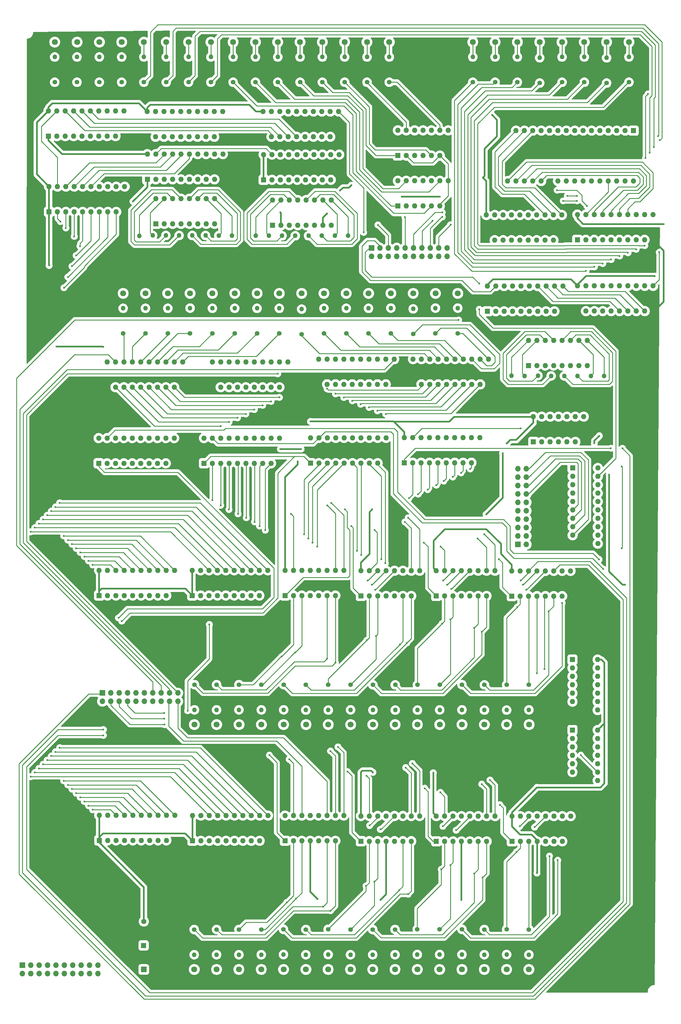
<source format=gbr>
G04 #@! TF.GenerationSoftware,KiCad,Pcbnew,8.0.2*
G04 #@! TF.CreationDate,2024-05-23T12:11:11+02:00*
G04 #@! TF.ProjectId,final-memory,66696e61-6c2d-46d6-956d-6f72792e6b69,rev?*
G04 #@! TF.SameCoordinates,Original*
G04 #@! TF.FileFunction,Copper,L2,Bot*
G04 #@! TF.FilePolarity,Positive*
%FSLAX46Y46*%
G04 Gerber Fmt 4.6, Leading zero omitted, Abs format (unit mm)*
G04 Created by KiCad (PCBNEW 8.0.2) date 2024-05-23 12:11:11*
%MOMM*%
%LPD*%
G01*
G04 APERTURE LIST*
G04 #@! TA.AperFunction,ComponentPad*
%ADD10C,1.400000*%
G04 #@! TD*
G04 #@! TA.AperFunction,ComponentPad*
%ADD11O,1.400000X1.400000*%
G04 #@! TD*
G04 #@! TA.AperFunction,ComponentPad*
%ADD12R,1.800000X1.800000*%
G04 #@! TD*
G04 #@! TA.AperFunction,ComponentPad*
%ADD13C,1.800000*%
G04 #@! TD*
G04 #@! TA.AperFunction,ComponentPad*
%ADD14R,1.600000X1.600000*%
G04 #@! TD*
G04 #@! TA.AperFunction,ComponentPad*
%ADD15O,1.600000X1.600000*%
G04 #@! TD*
G04 #@! TA.AperFunction,ComponentPad*
%ADD16R,1.700000X1.700000*%
G04 #@! TD*
G04 #@! TA.AperFunction,ComponentPad*
%ADD17O,1.700000X1.700000*%
G04 #@! TD*
G04 #@! TA.AperFunction,ComponentPad*
%ADD18C,1.600000*%
G04 #@! TD*
G04 #@! TA.AperFunction,ViaPad*
%ADD19C,0.600000*%
G04 #@! TD*
G04 #@! TA.AperFunction,Conductor*
%ADD20C,0.250000*%
G04 #@! TD*
G04 #@! TA.AperFunction,Conductor*
%ADD21C,0.500000*%
G04 #@! TD*
G04 APERTURE END LIST*
D10*
X116331572Y-120120000D03*
D11*
X116331572Y-112500000D03*
D12*
X175396572Y-129940000D03*
D13*
X177936572Y-129940000D03*
D12*
X186671572Y-54000000D03*
D13*
X189211572Y-54000000D03*
D10*
X164421572Y-142000000D03*
D11*
X164421572Y-134380000D03*
D10*
X69446572Y-66120000D03*
D11*
X69446572Y-58500000D03*
D12*
X142896572Y-334250000D03*
D13*
X145436572Y-334250000D03*
D14*
X140091572Y-181250000D03*
D15*
X142631572Y-181250000D03*
X145171572Y-181250000D03*
X147711572Y-181250000D03*
X150251572Y-181250000D03*
X152791572Y-181250000D03*
X155331572Y-181250000D03*
X157871572Y-181250000D03*
X160411572Y-181250000D03*
X162951572Y-181250000D03*
X162951572Y-173630000D03*
X160411572Y-173630000D03*
X157871572Y-173630000D03*
X155331572Y-173630000D03*
X152791572Y-173630000D03*
X150251572Y-173630000D03*
X147711572Y-173630000D03*
X145171572Y-173630000D03*
X142631572Y-173630000D03*
X140091572Y-173630000D03*
D14*
X219421572Y-182710000D03*
D15*
X219421572Y-185250000D03*
X219421572Y-187790000D03*
X219421572Y-190330000D03*
X219421572Y-192870000D03*
X219421572Y-195410000D03*
X219421572Y-197950000D03*
X219421572Y-200490000D03*
X219421572Y-203030000D03*
X219421572Y-205570000D03*
X227041572Y-205570000D03*
X227041572Y-203030000D03*
X227041572Y-200490000D03*
X227041572Y-197950000D03*
X227041572Y-195410000D03*
X227041572Y-192870000D03*
X227041572Y-190330000D03*
X227041572Y-187790000D03*
X227041572Y-185250000D03*
X227041572Y-182710000D03*
D10*
X137421572Y-142310000D03*
D11*
X137421572Y-134690000D03*
D10*
X89696572Y-66120000D03*
D11*
X89696572Y-58500000D03*
D10*
X143501572Y-120130000D03*
D11*
X143501572Y-112510000D03*
D12*
X121411572Y-129940000D03*
D13*
X123951572Y-129940000D03*
D12*
X115896572Y-334250000D03*
D13*
X118436572Y-334250000D03*
D10*
X206196572Y-322190000D03*
D11*
X206196572Y-329810000D03*
D14*
X178171572Y-295550000D03*
D15*
X180711572Y-295550000D03*
X183251572Y-295550000D03*
X185791572Y-295550000D03*
X188331572Y-295550000D03*
X190871572Y-295550000D03*
X193411572Y-295550000D03*
X195951572Y-295550000D03*
X195951572Y-287930000D03*
X193411572Y-287930000D03*
X190871572Y-287930000D03*
X188331572Y-287930000D03*
X185791572Y-287930000D03*
X183251572Y-287930000D03*
X180711572Y-287930000D03*
X178171572Y-287930000D03*
D12*
X129421572Y-334250000D03*
D13*
X131961572Y-334250000D03*
D10*
X229711572Y-66370000D03*
D11*
X229711572Y-58750000D03*
D16*
X158551572Y-116210000D03*
D17*
X158551572Y-118750000D03*
X161091572Y-116210000D03*
X161091572Y-118750000D03*
X163631572Y-116210000D03*
X163631572Y-118750000D03*
X166171572Y-116210000D03*
X166171572Y-118750000D03*
X168711572Y-116210000D03*
X168711572Y-118750000D03*
X171251572Y-116210000D03*
X171251572Y-118750000D03*
X173791572Y-116210000D03*
X173791572Y-118750000D03*
X176331572Y-116210000D03*
X176331572Y-118750000D03*
X178871572Y-116210000D03*
X178871572Y-118750000D03*
X181411572Y-116210000D03*
X181411572Y-118750000D03*
D10*
X209461572Y-66370000D03*
D11*
X209461572Y-58750000D03*
D12*
X196911572Y-334250000D03*
D13*
X199451572Y-334250000D03*
D12*
X147891572Y-54000000D03*
D13*
X150431572Y-54000000D03*
D10*
X135501572Y-120130000D03*
D11*
X135501572Y-112510000D03*
D10*
X110411572Y-142060000D03*
D11*
X110411572Y-134440000D03*
D10*
X104331572Y-120060000D03*
D11*
X104331572Y-112440000D03*
D10*
X147501572Y-120130000D03*
D11*
X147501572Y-112510000D03*
D14*
X201046572Y-295550000D03*
D15*
X203586572Y-295550000D03*
X206126572Y-295550000D03*
X208666572Y-295550000D03*
X211206572Y-295550000D03*
X213746572Y-295550000D03*
X216286572Y-295550000D03*
X218826572Y-295550000D03*
X218826572Y-287930000D03*
X216286572Y-287930000D03*
X213746572Y-287930000D03*
X211206572Y-287930000D03*
X208666572Y-287930000D03*
X206126572Y-287930000D03*
X203586572Y-287930000D03*
X201046572Y-287930000D03*
D10*
X144171572Y-142060000D03*
D11*
X144171572Y-134440000D03*
D10*
X172486572Y-248250000D03*
D11*
X172486572Y-255870000D03*
D10*
X131501572Y-120130000D03*
D11*
X131501572Y-112510000D03*
D10*
X108331572Y-120060000D03*
D11*
X108331572Y-112440000D03*
D10*
X130196572Y-66120000D03*
D11*
X130196572Y-58500000D03*
D14*
X220931572Y-135300000D03*
D15*
X223471572Y-135300000D03*
X226011572Y-135300000D03*
X228551572Y-135300000D03*
X231091572Y-135300000D03*
X233631572Y-135300000D03*
X236171572Y-135300000D03*
X238711572Y-135300000D03*
X241251572Y-135300000D03*
X243791572Y-135300000D03*
X243791572Y-127680000D03*
X241251572Y-127680000D03*
X238711572Y-127680000D03*
X236171572Y-127680000D03*
X233631572Y-127680000D03*
X231091572Y-127680000D03*
X228551572Y-127680000D03*
X226011572Y-127680000D03*
X223471572Y-127680000D03*
X220931572Y-127680000D03*
D12*
X80431572Y-54000000D03*
D13*
X82971572Y-54000000D03*
D14*
X60996572Y-105300000D03*
D15*
X63536572Y-105300000D03*
X66076572Y-105300000D03*
X68616572Y-105300000D03*
X71156572Y-105300000D03*
X73696572Y-105300000D03*
X76236572Y-105300000D03*
X78776572Y-105300000D03*
X81316572Y-105300000D03*
X83856572Y-105300000D03*
X83856572Y-97680000D03*
X81316572Y-97680000D03*
X78776572Y-97680000D03*
X76236572Y-97680000D03*
X73696572Y-97680000D03*
X71156572Y-97680000D03*
X68616572Y-97680000D03*
X66076572Y-97680000D03*
X63536572Y-97680000D03*
X60996572Y-97680000D03*
D12*
X161881572Y-129940000D03*
D13*
X164421572Y-129940000D03*
D16*
X77131572Y-250710000D03*
D17*
X77131572Y-253250000D03*
X79671572Y-250710000D03*
X79671572Y-253250000D03*
X82211572Y-250710000D03*
X82211572Y-253250000D03*
X84751572Y-250710000D03*
X84751572Y-253250000D03*
X87291572Y-250710000D03*
X87291572Y-253250000D03*
X89831572Y-250710000D03*
X89831572Y-253250000D03*
X92371572Y-250710000D03*
X92371572Y-253250000D03*
X94911572Y-250710000D03*
X94911572Y-253250000D03*
X97451572Y-250710000D03*
X97451572Y-253250000D03*
X99991572Y-250710000D03*
X99991572Y-253250000D03*
D10*
X216211572Y-66120000D03*
D11*
X216211572Y-58500000D03*
D12*
X200171572Y-54000000D03*
D13*
X202711572Y-54000000D03*
D10*
X150921572Y-142060000D03*
D11*
X150921572Y-134440000D03*
D16*
X89646572Y-334250000D03*
D17*
X92186572Y-334250000D03*
D12*
X149711572Y-260250000D03*
D13*
X152251572Y-260250000D03*
D10*
X123911572Y-142060000D03*
D11*
X123911572Y-134440000D03*
D10*
X90161572Y-142060000D03*
D11*
X90161572Y-134440000D03*
D10*
X157671572Y-142060000D03*
D11*
X157671572Y-134440000D03*
D12*
X196921572Y-260250000D03*
D13*
X199461572Y-260250000D03*
D12*
X107431572Y-54000000D03*
D13*
X109971572Y-54000000D03*
D12*
X156421572Y-260250000D03*
D13*
X158961572Y-260250000D03*
D10*
X206196572Y-248190000D03*
D11*
X206196572Y-255810000D03*
D12*
X161406572Y-54000000D03*
D13*
X163946572Y-54000000D03*
D10*
X131936572Y-322130000D03*
D11*
X131936572Y-329750000D03*
D10*
X116696572Y-66120000D03*
D11*
X116696572Y-58500000D03*
D16*
X52931572Y-333000000D03*
D17*
X52931572Y-335540000D03*
X55471572Y-333000000D03*
X55471572Y-335540000D03*
X58011572Y-333000000D03*
X58011572Y-335540000D03*
X60551572Y-333000000D03*
X60551572Y-335540000D03*
X63091572Y-333000000D03*
X63091572Y-335540000D03*
X65631572Y-333000000D03*
X65631572Y-335540000D03*
X68171572Y-333000000D03*
X68171572Y-335540000D03*
X70711572Y-333000000D03*
X70711572Y-335540000D03*
X73251572Y-333000000D03*
X73251572Y-335540000D03*
X75791572Y-333000000D03*
X75791572Y-335540000D03*
D12*
X141141572Y-54000000D03*
D13*
X143681572Y-54000000D03*
D10*
X145436572Y-322130000D03*
D11*
X145436572Y-329750000D03*
D12*
X183421572Y-260250000D03*
D13*
X185961572Y-260250000D03*
D10*
X117161572Y-142060000D03*
D11*
X117161572Y-134440000D03*
D12*
X190186572Y-260250000D03*
D13*
X192726572Y-260250000D03*
D14*
X220851572Y-113750000D03*
D15*
X223391572Y-113750000D03*
X225931572Y-113750000D03*
X228471572Y-113750000D03*
X231011572Y-113750000D03*
X233551572Y-113750000D03*
X236091572Y-113750000D03*
X238631572Y-113750000D03*
X241171572Y-113750000D03*
X243711572Y-113750000D03*
X243711572Y-106130000D03*
X241171572Y-106130000D03*
X238631572Y-106130000D03*
X236091572Y-106130000D03*
X233551572Y-106130000D03*
X231011572Y-106130000D03*
X228471572Y-106130000D03*
X225931572Y-106130000D03*
X223391572Y-106130000D03*
X220851572Y-106130000D03*
D12*
X128121572Y-129940000D03*
D13*
X130661572Y-129940000D03*
D12*
X233936572Y-54000000D03*
D13*
X236476572Y-54000000D03*
D10*
X109946572Y-66120000D03*
D11*
X109946572Y-58500000D03*
D10*
X184671572Y-142000000D03*
D11*
X184671572Y-134380000D03*
D12*
X149671572Y-334250000D03*
D13*
X152211572Y-334250000D03*
D10*
X103661572Y-142000000D03*
D11*
X103661572Y-134380000D03*
D12*
X87156572Y-54000000D03*
D13*
X89696572Y-54000000D03*
D10*
X125236572Y-248190000D03*
D11*
X125236572Y-255810000D03*
D14*
X90681572Y-82620000D03*
D15*
X93221572Y-82620000D03*
X95761572Y-82620000D03*
X98301572Y-82620000D03*
X100841572Y-82620000D03*
X103381572Y-82620000D03*
X105921572Y-82620000D03*
X108461572Y-82620000D03*
X111001572Y-82620000D03*
X113541572Y-82620000D03*
X113541572Y-75000000D03*
X111001572Y-75000000D03*
X108461572Y-75000000D03*
X105921572Y-75000000D03*
X103381572Y-75000000D03*
X100841572Y-75000000D03*
X98301572Y-75000000D03*
X95761572Y-75000000D03*
X93221572Y-75000000D03*
X90681572Y-75000000D03*
D10*
X96911572Y-142060000D03*
D11*
X96911572Y-134440000D03*
D10*
X104911572Y-322190000D03*
D11*
X104911572Y-329810000D03*
D10*
X171171572Y-142250000D03*
D11*
X171171572Y-134630000D03*
D10*
X220921572Y-162500000D03*
D11*
X220921572Y-154880000D03*
D10*
X200921572Y-162440000D03*
D11*
X200921572Y-154820000D03*
D14*
X193601572Y-135370000D03*
D15*
X196141572Y-135370000D03*
X198681572Y-135370000D03*
X201221572Y-135370000D03*
X203761572Y-135370000D03*
X206301572Y-135370000D03*
X208841572Y-135370000D03*
X211381572Y-135370000D03*
X213921572Y-135370000D03*
X216461572Y-135370000D03*
X216461572Y-127750000D03*
X213921572Y-127750000D03*
X211381572Y-127750000D03*
X208841572Y-127750000D03*
X206301572Y-127750000D03*
X203761572Y-127750000D03*
X201221572Y-127750000D03*
X198681572Y-127750000D03*
X196141572Y-127750000D03*
X193601572Y-127750000D03*
D14*
X132381572Y-295370000D03*
D15*
X134921572Y-295370000D03*
X137461572Y-295370000D03*
X140001572Y-295370000D03*
X142541572Y-295370000D03*
X145081572Y-295370000D03*
X147621572Y-295370000D03*
X150161572Y-295370000D03*
X150161572Y-287750000D03*
X147621572Y-287750000D03*
X145081572Y-287750000D03*
X142541572Y-287750000D03*
X140001572Y-287750000D03*
X137461572Y-287750000D03*
X134921572Y-287750000D03*
X132381572Y-287750000D03*
D12*
X101121572Y-129940000D03*
D13*
X103661572Y-129940000D03*
D14*
X171141572Y-157430000D03*
D15*
X173681572Y-157430000D03*
X176221572Y-157430000D03*
X178761572Y-157430000D03*
X181301572Y-157430000D03*
X183841572Y-157430000D03*
X186381572Y-157430000D03*
X188921572Y-157430000D03*
X191461572Y-157430000D03*
X194001572Y-157430000D03*
X194001572Y-149810000D03*
X191461572Y-149810000D03*
X188921572Y-149810000D03*
X186381572Y-149810000D03*
X183841572Y-149810000D03*
X181301572Y-149810000D03*
X178761572Y-149810000D03*
X176221572Y-149810000D03*
X173681572Y-149810000D03*
X171141572Y-149810000D03*
D10*
X185946572Y-248190000D03*
D11*
X185946572Y-255810000D03*
D12*
X220421572Y-54000000D03*
D13*
X222961572Y-54000000D03*
D12*
X109146572Y-334250000D03*
D13*
X111686572Y-334250000D03*
D12*
X206921572Y-54000000D03*
D13*
X209461572Y-54000000D03*
D12*
X102396572Y-334250000D03*
D13*
X104936572Y-334250000D03*
D10*
X236461572Y-66120000D03*
D11*
X236461572Y-58500000D03*
D10*
X208921572Y-162440000D03*
D11*
X208921572Y-154820000D03*
D12*
X134881572Y-129940000D03*
D13*
X137421572Y-129940000D03*
D10*
X82946572Y-66120000D03*
D11*
X82946572Y-58500000D03*
D12*
X94371572Y-129940000D03*
D13*
X96911572Y-129940000D03*
D12*
X213671572Y-54000000D03*
D13*
X216211572Y-54000000D03*
D12*
X109171572Y-260250000D03*
D13*
X111711572Y-260250000D03*
D12*
X87621572Y-129940000D03*
D13*
X90161572Y-129940000D03*
D12*
X176671572Y-260250000D03*
D13*
X179211572Y-260250000D03*
D10*
X138696572Y-248250000D03*
D11*
X138696572Y-255870000D03*
D10*
X222961572Y-66120000D03*
D11*
X222961572Y-58500000D03*
D14*
X76171572Y-295250000D03*
D15*
X78711572Y-295250000D03*
X81251572Y-295250000D03*
X83791572Y-295250000D03*
X86331572Y-295250000D03*
X88871572Y-295250000D03*
X91411572Y-295250000D03*
X93951572Y-295250000D03*
X96491572Y-295250000D03*
X99031572Y-295250000D03*
X99031572Y-287630000D03*
X96491572Y-287630000D03*
X93951572Y-287630000D03*
X91411572Y-287630000D03*
X88871572Y-287630000D03*
X86331572Y-287630000D03*
X83791572Y-287630000D03*
X81251572Y-287630000D03*
X78711572Y-287630000D03*
X76171572Y-287630000D03*
D14*
X219371572Y-240625000D03*
D15*
X219371572Y-243165000D03*
X219371572Y-245705000D03*
X219371572Y-248245000D03*
X219371572Y-250785000D03*
X219371572Y-253325000D03*
X219371572Y-255865000D03*
X226991572Y-255865000D03*
X226991572Y-253325000D03*
X226991572Y-250785000D03*
X226991572Y-248245000D03*
X226991572Y-245705000D03*
X226991572Y-243165000D03*
X226991572Y-240625000D03*
D14*
X76141572Y-221250000D03*
D15*
X78681572Y-221250000D03*
X81221572Y-221250000D03*
X83761572Y-221250000D03*
X86301572Y-221250000D03*
X88841572Y-221250000D03*
X91381572Y-221250000D03*
X93921572Y-221250000D03*
X96461572Y-221250000D03*
X99001572Y-221250000D03*
X99001572Y-213630000D03*
X96461572Y-213630000D03*
X93921572Y-213630000D03*
X91381572Y-213630000D03*
X88841572Y-213630000D03*
X86301572Y-213630000D03*
X83761572Y-213630000D03*
X81221572Y-213630000D03*
X78681572Y-213630000D03*
X76141572Y-213630000D03*
D12*
X115936572Y-260250000D03*
D13*
X118476572Y-260250000D03*
D10*
X195961572Y-66120000D03*
D11*
X195961572Y-58500000D03*
D12*
X168646572Y-129940000D03*
D13*
X171186572Y-129940000D03*
D12*
X129421572Y-260250000D03*
D13*
X131961572Y-260250000D03*
D10*
X143696572Y-66120000D03*
D11*
X143696572Y-58500000D03*
D10*
X111696572Y-248190000D03*
D11*
X111696572Y-255810000D03*
D12*
X148381572Y-129940000D03*
D13*
X150921572Y-129940000D03*
D12*
X193421572Y-54000000D03*
D13*
X195961572Y-54000000D03*
D14*
X193311572Y-113870000D03*
D15*
X195851572Y-113870000D03*
X198391572Y-113870000D03*
X200931572Y-113870000D03*
X203471572Y-113870000D03*
X206011572Y-113870000D03*
X208551572Y-113870000D03*
X211091572Y-113870000D03*
X213631572Y-113870000D03*
X216171572Y-113870000D03*
X216171572Y-106250000D03*
X213631572Y-106250000D03*
X211091572Y-106250000D03*
X208551572Y-106250000D03*
X206011572Y-106250000D03*
X203471572Y-106250000D03*
X200931572Y-106250000D03*
X198391572Y-106250000D03*
X195851572Y-106250000D03*
X193311572Y-106250000D03*
D14*
X166546572Y-88300000D03*
D15*
X169086572Y-88300000D03*
X171626572Y-88300000D03*
X174166572Y-88300000D03*
X176706572Y-88300000D03*
X179246572Y-88300000D03*
X181786572Y-88300000D03*
X181786572Y-80680000D03*
X179246572Y-80680000D03*
X176706572Y-80680000D03*
X174166572Y-80680000D03*
X171626572Y-80680000D03*
X169086572Y-80680000D03*
X166546572Y-80680000D03*
D10*
X127501572Y-120130000D03*
D11*
X127501572Y-112510000D03*
D14*
X75996572Y-181300000D03*
D15*
X78536572Y-181300000D03*
X81076572Y-181300000D03*
X83616572Y-181300000D03*
X86156572Y-181300000D03*
X88696572Y-181300000D03*
X91236572Y-181300000D03*
X93776572Y-181300000D03*
X96316572Y-181300000D03*
X98856572Y-181300000D03*
X98856572Y-173680000D03*
X96316572Y-173680000D03*
X93776572Y-173680000D03*
X91236572Y-173680000D03*
X88696572Y-173680000D03*
X86156572Y-173680000D03*
X83616572Y-173680000D03*
X81076572Y-173680000D03*
X78536572Y-173680000D03*
X75996572Y-173680000D03*
D10*
X177921572Y-142000000D03*
D11*
X177921572Y-134380000D03*
D12*
X122711572Y-260250000D03*
D13*
X125251572Y-260250000D03*
D16*
X202881572Y-205820000D03*
D17*
X205421572Y-205820000D03*
X202881572Y-203280000D03*
X205421572Y-203280000D03*
X202881572Y-200740000D03*
X205421572Y-200740000D03*
X202881572Y-198200000D03*
X205421572Y-198200000D03*
X202881572Y-195660000D03*
X205421572Y-195660000D03*
X202881572Y-193120000D03*
X205421572Y-193120000D03*
X202881572Y-190580000D03*
X205421572Y-190580000D03*
X202881572Y-188040000D03*
X205421572Y-188040000D03*
X202881572Y-185500000D03*
X205421572Y-185500000D03*
X202881572Y-182960000D03*
X205421572Y-182960000D03*
D12*
X136171572Y-334250000D03*
D13*
X138711572Y-334250000D03*
D12*
X102421572Y-260250000D03*
D13*
X104961572Y-260250000D03*
D10*
X62696572Y-66120000D03*
D11*
X62696572Y-58500000D03*
D10*
X139501572Y-120130000D03*
D11*
X139501572Y-112510000D03*
D10*
X179186572Y-322130000D03*
D11*
X179186572Y-329750000D03*
D14*
X104311572Y-221250000D03*
D15*
X106851572Y-221250000D03*
X109391572Y-221250000D03*
X111931572Y-221250000D03*
X114471572Y-221250000D03*
X117011572Y-221250000D03*
X119551572Y-221250000D03*
X122091572Y-221250000D03*
X124631572Y-221250000D03*
X127171572Y-221250000D03*
X127171572Y-213630000D03*
X124631572Y-213630000D03*
X122091572Y-213630000D03*
X119551572Y-213630000D03*
X117011572Y-213630000D03*
X114471572Y-213630000D03*
X111931572Y-213630000D03*
X109391572Y-213630000D03*
X106851572Y-213630000D03*
X104311572Y-213630000D03*
D14*
X155351572Y-221380000D03*
D15*
X157891572Y-221380000D03*
X160431572Y-221380000D03*
X162971572Y-221380000D03*
X165511572Y-221380000D03*
X168051572Y-221380000D03*
X170591572Y-221380000D03*
X173131572Y-221380000D03*
X173131572Y-213760000D03*
X170591572Y-213760000D03*
X168051572Y-213760000D03*
X165511572Y-213760000D03*
X162971572Y-213760000D03*
X160431572Y-213760000D03*
X157891572Y-213760000D03*
X155351572Y-213760000D03*
D12*
X107871572Y-129940000D03*
D13*
X110411572Y-129940000D03*
D10*
X145486572Y-248250000D03*
D11*
X145486572Y-255870000D03*
D10*
X111686572Y-322190000D03*
D11*
X111686572Y-329810000D03*
D12*
X80871572Y-129940000D03*
D13*
X83411572Y-129940000D03*
D14*
X107866572Y-181300000D03*
D15*
X110406572Y-181300000D03*
X112946572Y-181300000D03*
X115486572Y-181300000D03*
X118026572Y-181300000D03*
X120566572Y-181300000D03*
X123106572Y-181300000D03*
X125646572Y-181300000D03*
X128186572Y-181300000D03*
X130726572Y-181300000D03*
X130726572Y-173680000D03*
X128186572Y-173680000D03*
X125646572Y-173680000D03*
X123106572Y-173680000D03*
X120566572Y-173680000D03*
X118026572Y-173680000D03*
X115486572Y-173680000D03*
X112946572Y-173680000D03*
X110406572Y-173680000D03*
X107866572Y-173680000D03*
D10*
X179196572Y-248190000D03*
D11*
X179196572Y-255810000D03*
D12*
X93931572Y-54000000D03*
D13*
X96471572Y-54000000D03*
D10*
X165686572Y-322190000D03*
D11*
X165686572Y-329810000D03*
D10*
X131986572Y-248190000D03*
D11*
X131986572Y-255810000D03*
D12*
X190161572Y-334250000D03*
D13*
X192701572Y-334250000D03*
D14*
X155341572Y-295500000D03*
D15*
X157881572Y-295500000D03*
X160421572Y-295500000D03*
X162961572Y-295500000D03*
X165501572Y-295500000D03*
X168041572Y-295500000D03*
X170581572Y-295500000D03*
X173121572Y-295500000D03*
X173121572Y-287880000D03*
X170581572Y-287880000D03*
X168041572Y-287880000D03*
X165501572Y-287880000D03*
X162961572Y-287880000D03*
X160421572Y-287880000D03*
X157881572Y-287880000D03*
X155341572Y-287880000D03*
D14*
X142566572Y-157430000D03*
D15*
X145106572Y-157430000D03*
X147646572Y-157430000D03*
X150186572Y-157430000D03*
X152726572Y-157430000D03*
X155266572Y-157430000D03*
X157806572Y-157430000D03*
X160346572Y-157430000D03*
X162886572Y-157430000D03*
X165426572Y-157430000D03*
X165426572Y-149810000D03*
X162886572Y-149810000D03*
X160346572Y-149810000D03*
X157806572Y-149810000D03*
X155266572Y-149810000D03*
X152726572Y-149810000D03*
X150186572Y-149810000D03*
X147646572Y-149810000D03*
X145106572Y-149810000D03*
X142566572Y-149810000D03*
D10*
X104986572Y-248190000D03*
D11*
X104986572Y-255810000D03*
D12*
X169896572Y-334250000D03*
D13*
X172436572Y-334250000D03*
D10*
X204921572Y-162500000D03*
D11*
X204921572Y-154880000D03*
D10*
X152186572Y-322190000D03*
D11*
X152186572Y-329810000D03*
D14*
X90721572Y-95490000D03*
D15*
X93261572Y-95490000D03*
X95801572Y-95490000D03*
X98341572Y-95490000D03*
X100881572Y-95490000D03*
X103421572Y-95490000D03*
X105961572Y-95490000D03*
X108501572Y-95490000D03*
X111041572Y-95490000D03*
X113581572Y-95490000D03*
X113581572Y-87870000D03*
X111041572Y-87870000D03*
X108501572Y-87870000D03*
X105961572Y-87870000D03*
X103421572Y-87870000D03*
X100881572Y-87870000D03*
X98341572Y-87870000D03*
X95801572Y-87870000D03*
X93261572Y-87870000D03*
X90721572Y-87870000D03*
D12*
X120906572Y-54000000D03*
D13*
X123446572Y-54000000D03*
D10*
X216921572Y-162500000D03*
D11*
X216921572Y-154880000D03*
D10*
X152236572Y-248190000D03*
D11*
X152236572Y-255810000D03*
D10*
X185946572Y-322130000D03*
D11*
X185946572Y-329750000D03*
D10*
X228921572Y-162500000D03*
D11*
X228921572Y-154880000D03*
D12*
X114636572Y-129940000D03*
D13*
X117176572Y-129940000D03*
D10*
X224921572Y-162500000D03*
D11*
X224921572Y-154880000D03*
D10*
X158986572Y-248250000D03*
D11*
X158986572Y-255870000D03*
D12*
X154656572Y-54000000D03*
D13*
X157196572Y-54000000D03*
D14*
X128626572Y-109370000D03*
D15*
X131166572Y-109370000D03*
X133706572Y-109370000D03*
X136246572Y-109370000D03*
X138786572Y-109370000D03*
X141326572Y-109370000D03*
X143866572Y-109370000D03*
X146406572Y-109370000D03*
X146406572Y-101750000D03*
X143866572Y-101750000D03*
X141326572Y-101750000D03*
X138786572Y-101750000D03*
X136246572Y-101750000D03*
X133706572Y-101750000D03*
X131166572Y-101750000D03*
X128626572Y-101750000D03*
D12*
X114141572Y-54000000D03*
D13*
X116681572Y-54000000D03*
D14*
X201016572Y-221430000D03*
D15*
X203556572Y-221430000D03*
X206096572Y-221430000D03*
X208636572Y-221430000D03*
X211176572Y-221430000D03*
X213716572Y-221430000D03*
X216256572Y-221430000D03*
X218796572Y-221430000D03*
X218796572Y-213810000D03*
X216256572Y-213810000D03*
X213716572Y-213810000D03*
X211176572Y-213810000D03*
X208636572Y-213810000D03*
X206096572Y-213810000D03*
X203556572Y-213810000D03*
X201016572Y-213810000D03*
D14*
X168496572Y-181120000D03*
D15*
X171036572Y-181120000D03*
X173576572Y-181120000D03*
X176116572Y-181120000D03*
X178656572Y-181120000D03*
X181196572Y-181120000D03*
X183736572Y-181120000D03*
X186276572Y-181120000D03*
X188816572Y-181120000D03*
X191356572Y-181120000D03*
X191356572Y-173500000D03*
X188816572Y-173500000D03*
X186276572Y-173500000D03*
X183736572Y-173500000D03*
X181196572Y-173500000D03*
X178656572Y-173500000D03*
X176116572Y-173500000D03*
X173576572Y-173500000D03*
X171036572Y-173500000D03*
X168496572Y-173500000D03*
D12*
X182131572Y-129940000D03*
D13*
X184671572Y-129940000D03*
D14*
X93301572Y-108940000D03*
D15*
X95841572Y-108940000D03*
X98381572Y-108940000D03*
X100921572Y-108940000D03*
X103461572Y-108940000D03*
X106001572Y-108940000D03*
X108541572Y-108940000D03*
X111081572Y-108940000D03*
X111081572Y-101320000D03*
X108541572Y-101320000D03*
X106001572Y-101320000D03*
X103461572Y-101320000D03*
X100921572Y-101320000D03*
X98381572Y-101320000D03*
X95841572Y-101320000D03*
X93301572Y-101320000D03*
D10*
X88331572Y-120190000D03*
D11*
X88331572Y-112570000D03*
D10*
X118446572Y-248190000D03*
D11*
X118446572Y-255810000D03*
D14*
X206046572Y-151740000D03*
D15*
X208586572Y-151740000D03*
X211126572Y-151740000D03*
X213666572Y-151740000D03*
X216206572Y-151740000D03*
X218746572Y-151740000D03*
X221286572Y-151740000D03*
X223826572Y-151740000D03*
X223826572Y-144120000D03*
X221286572Y-144120000D03*
X218746572Y-144120000D03*
X216206572Y-144120000D03*
X213666572Y-144120000D03*
X211126572Y-144120000D03*
X208586572Y-144120000D03*
X206046572Y-144120000D03*
D10*
X199446572Y-248250000D03*
D11*
X199446572Y-255870000D03*
D10*
X150446572Y-66120000D03*
D11*
X150446572Y-58500000D03*
D10*
X212921572Y-162500000D03*
D11*
X212921572Y-154880000D03*
D10*
X199446572Y-322130000D03*
D11*
X199446572Y-329750000D03*
D10*
X151501572Y-120130000D03*
D11*
X151501572Y-112510000D03*
D10*
X165736572Y-248250000D03*
D11*
X165736572Y-255870000D03*
D10*
X172411572Y-322130000D03*
D11*
X172411572Y-329750000D03*
D14*
X89606572Y-327000000D03*
D18*
X92106572Y-327000000D03*
D10*
X189211572Y-66120000D03*
D11*
X189211572Y-58500000D03*
D12*
X100681572Y-54000000D03*
D13*
X103221572Y-54000000D03*
D14*
X219371572Y-261915000D03*
D15*
X219371572Y-264455000D03*
X219371572Y-266995000D03*
X219371572Y-269535000D03*
X219371572Y-272075000D03*
X219371572Y-274615000D03*
X219371572Y-277155000D03*
X226991572Y-277155000D03*
X226991572Y-274615000D03*
X226991572Y-272075000D03*
X226991572Y-269535000D03*
X226991572Y-266995000D03*
X226991572Y-264455000D03*
X226991572Y-261915000D03*
D14*
X237861572Y-80760000D03*
D15*
X235321572Y-80760000D03*
X232781572Y-80760000D03*
X230241572Y-80760000D03*
X227701572Y-80760000D03*
X225161572Y-80760000D03*
X222621572Y-80760000D03*
X220081572Y-80760000D03*
X217541572Y-80760000D03*
X215001572Y-80760000D03*
X212461572Y-80760000D03*
X209921572Y-80760000D03*
X207381572Y-80760000D03*
X204841572Y-80760000D03*
X202301572Y-80760000D03*
X199761572Y-80760000D03*
X199761572Y-96000000D03*
X202301572Y-96000000D03*
X204841572Y-96000000D03*
X207381572Y-96000000D03*
X209921572Y-96000000D03*
X212461572Y-96000000D03*
X215001572Y-96000000D03*
X217541572Y-96000000D03*
X220081572Y-96000000D03*
X222621572Y-96000000D03*
X225161572Y-96000000D03*
X227701572Y-96000000D03*
X230241572Y-96000000D03*
X232781572Y-96000000D03*
X235321572Y-96000000D03*
X237861572Y-96000000D03*
D18*
X89661572Y-319750000D03*
X92161572Y-319750000D03*
D12*
X163146572Y-334250000D03*
D13*
X165686572Y-334250000D03*
D14*
X125761572Y-82620000D03*
D15*
X128301572Y-82620000D03*
X130841572Y-82620000D03*
X133381572Y-82620000D03*
X135921572Y-82620000D03*
X138461572Y-82620000D03*
X141001572Y-82620000D03*
X143541572Y-82620000D03*
X146081572Y-82620000D03*
X148621572Y-82620000D03*
X148621572Y-75000000D03*
X146081572Y-75000000D03*
X143541572Y-75000000D03*
X141001572Y-75000000D03*
X138461572Y-75000000D03*
X135921572Y-75000000D03*
X133381572Y-75000000D03*
X130841572Y-75000000D03*
X128301572Y-75000000D03*
X125761572Y-75000000D03*
D10*
X138696572Y-322190000D03*
D11*
X138696572Y-329810000D03*
D10*
X136946572Y-66120000D03*
D11*
X136946572Y-58500000D03*
D14*
X110366572Y-158300000D03*
D15*
X112906572Y-158300000D03*
X115446572Y-158300000D03*
X117986572Y-158300000D03*
X120526572Y-158300000D03*
X123066572Y-158300000D03*
X125606572Y-158300000D03*
X128146572Y-158300000D03*
X130686572Y-158300000D03*
X133226572Y-158300000D03*
X133226572Y-150680000D03*
X130686572Y-150680000D03*
X128146572Y-150680000D03*
X125606572Y-150680000D03*
X123066572Y-150680000D03*
X120526572Y-150680000D03*
X117986572Y-150680000D03*
X115446572Y-150680000D03*
X112906572Y-150680000D03*
X110366572Y-150680000D03*
D10*
X163946572Y-66120000D03*
D11*
X163946572Y-58500000D03*
D10*
X83411572Y-142060000D03*
D11*
X83411572Y-134440000D03*
D12*
X203646572Y-334250000D03*
D13*
X206186572Y-334250000D03*
D12*
X66946572Y-54000000D03*
D13*
X69486572Y-54000000D03*
D10*
X92331572Y-120060000D03*
D11*
X92331572Y-112440000D03*
D12*
X73696572Y-54000000D03*
D13*
X76236572Y-54000000D03*
D14*
X60786572Y-82430000D03*
D15*
X63326572Y-82430000D03*
X65866572Y-82430000D03*
X68406572Y-82430000D03*
X70946572Y-82430000D03*
X73486572Y-82430000D03*
X76026572Y-82430000D03*
X78566572Y-82430000D03*
X81106572Y-82430000D03*
X83646572Y-82430000D03*
X83646572Y-74810000D03*
X81106572Y-74810000D03*
X78566572Y-74810000D03*
X76026572Y-74810000D03*
X73486572Y-74810000D03*
X70946572Y-74810000D03*
X68406572Y-74810000D03*
X65866572Y-74810000D03*
X63326572Y-74810000D03*
X60786572Y-74810000D03*
D10*
X96446572Y-66120000D03*
D11*
X96446572Y-58500000D03*
D14*
X125931572Y-95620000D03*
D15*
X128471572Y-95620000D03*
X131011572Y-95620000D03*
X133551572Y-95620000D03*
X136091572Y-95620000D03*
X138631572Y-95620000D03*
X141171572Y-95620000D03*
X143711572Y-95620000D03*
X146251572Y-95620000D03*
X148791572Y-95620000D03*
X148791572Y-88000000D03*
X146251572Y-88000000D03*
X143711572Y-88000000D03*
X141171572Y-88000000D03*
X138631572Y-88000000D03*
X136091572Y-88000000D03*
X133551572Y-88000000D03*
X131011572Y-88000000D03*
X128471572Y-88000000D03*
X125931572Y-88000000D03*
D12*
X60171572Y-54000000D03*
D13*
X62711572Y-54000000D03*
D12*
X227171572Y-54000000D03*
D13*
X229711572Y-54000000D03*
D10*
X123446572Y-66120000D03*
D11*
X123446572Y-58500000D03*
D14*
X178141572Y-221380000D03*
D15*
X180681572Y-221380000D03*
X183221572Y-221380000D03*
X185761572Y-221380000D03*
X188301572Y-221380000D03*
X190841572Y-221380000D03*
X193381572Y-221380000D03*
X195921572Y-221380000D03*
X195921572Y-213760000D03*
X193381572Y-213760000D03*
X190841572Y-213760000D03*
X188301572Y-213760000D03*
X185761572Y-213760000D03*
X183221572Y-213760000D03*
X180681572Y-213760000D03*
X178141572Y-213760000D03*
D10*
X158936572Y-322190000D03*
D11*
X158936572Y-329810000D03*
D14*
X104381572Y-295370000D03*
D15*
X106921572Y-295370000D03*
X109461572Y-295370000D03*
X112001572Y-295370000D03*
X114541572Y-295370000D03*
X117081572Y-295370000D03*
X119621572Y-295370000D03*
X122161572Y-295370000D03*
X124701572Y-295370000D03*
X127241572Y-295370000D03*
X127241572Y-287750000D03*
X124701572Y-287750000D03*
X122161572Y-287750000D03*
X119621572Y-287750000D03*
X117081572Y-287750000D03*
X114541572Y-287750000D03*
X112001572Y-287750000D03*
X109461572Y-287750000D03*
X106921572Y-287750000D03*
X104381572Y-287750000D03*
D14*
X207546572Y-174800000D03*
D15*
X210086572Y-174800000D03*
X212626572Y-174800000D03*
X215166572Y-174800000D03*
X217706572Y-174800000D03*
X220246572Y-174800000D03*
X222786572Y-174800000D03*
X222786572Y-167180000D03*
X220246572Y-167180000D03*
X217706572Y-167180000D03*
X215166572Y-167180000D03*
X212626572Y-167180000D03*
X210086572Y-167180000D03*
X207546572Y-167180000D03*
D12*
X134391572Y-54000000D03*
D13*
X136931572Y-54000000D03*
D10*
X123501572Y-120130000D03*
D11*
X123501572Y-112510000D03*
D10*
X112331572Y-120120000D03*
D11*
X112331572Y-112500000D03*
D14*
X166546572Y-103550000D03*
D15*
X169086572Y-103550000D03*
X171626572Y-103550000D03*
X174166572Y-103550000D03*
X176706572Y-103550000D03*
X179246572Y-103550000D03*
X181786572Y-103550000D03*
X181786572Y-95930000D03*
X179246572Y-95930000D03*
X176706572Y-95930000D03*
X174166572Y-95930000D03*
X171626572Y-95930000D03*
X169086572Y-95930000D03*
X166546572Y-95930000D03*
D12*
X142936572Y-260250000D03*
D13*
X145476572Y-260250000D03*
D12*
X141631572Y-129940000D03*
D13*
X144171572Y-129940000D03*
D10*
X76196572Y-66120000D03*
D11*
X76196572Y-58500000D03*
D14*
X78546572Y-158300000D03*
D15*
X81086572Y-158300000D03*
X83626572Y-158300000D03*
X86166572Y-158300000D03*
X88706572Y-158300000D03*
X91246572Y-158300000D03*
X93786572Y-158300000D03*
X96326572Y-158300000D03*
X98866572Y-158300000D03*
X101406572Y-158300000D03*
X101406572Y-150680000D03*
X98866572Y-150680000D03*
X96326572Y-150680000D03*
X93786572Y-150680000D03*
X91246572Y-150680000D03*
X88706572Y-150680000D03*
X86166572Y-150680000D03*
X83626572Y-150680000D03*
X81086572Y-150680000D03*
X78546572Y-150680000D03*
D12*
X156396572Y-334250000D03*
D13*
X158936572Y-334250000D03*
D12*
X169921572Y-260250000D03*
D13*
X172461572Y-260250000D03*
D12*
X203711572Y-260250000D03*
D13*
X206251572Y-260250000D03*
D10*
X202711572Y-66120000D03*
D11*
X202711572Y-58500000D03*
D10*
X157196572Y-66120000D03*
D11*
X157196572Y-58500000D03*
D12*
X176646572Y-334250000D03*
D13*
X179186572Y-334250000D03*
D10*
X192736572Y-248250000D03*
D11*
X192736572Y-255870000D03*
D10*
X103196572Y-66120000D03*
D11*
X103196572Y-58500000D03*
D12*
X155146572Y-129940000D03*
D13*
X157686572Y-129940000D03*
D12*
X122671572Y-334250000D03*
D13*
X125211572Y-334250000D03*
D12*
X136211572Y-260250000D03*
D13*
X138751572Y-260250000D03*
D12*
X127641572Y-54000000D03*
D13*
X130181572Y-54000000D03*
D10*
X130661572Y-142060000D03*
D11*
X130661572Y-134440000D03*
D14*
X132391572Y-221250000D03*
D15*
X134931572Y-221250000D03*
X137471572Y-221250000D03*
X140011572Y-221250000D03*
X142551572Y-221250000D03*
X145091572Y-221250000D03*
X147631572Y-221250000D03*
X150171572Y-221250000D03*
X150171572Y-213630000D03*
X147631572Y-213630000D03*
X145091572Y-213630000D03*
X142551572Y-213630000D03*
X140011572Y-213630000D03*
X137471572Y-213630000D03*
X134931572Y-213630000D03*
X132391572Y-213630000D03*
D10*
X118446572Y-322190000D03*
D11*
X118446572Y-329810000D03*
D10*
X125196572Y-322190000D03*
D11*
X125196572Y-329810000D03*
D10*
X192696572Y-322190000D03*
D11*
X192696572Y-329810000D03*
D12*
X163171572Y-260250000D03*
D13*
X165711572Y-260250000D03*
D12*
X183396572Y-334250000D03*
D13*
X185936572Y-334250000D03*
D10*
X100331572Y-120060000D03*
D11*
X100331572Y-112440000D03*
D10*
X96331572Y-120060000D03*
D11*
X96331572Y-112440000D03*
D19*
X103000000Y-178000000D03*
X227500000Y-335750000D03*
X240500000Y-320250000D03*
X204000000Y-338250000D03*
X164500000Y-338500000D03*
X123500000Y-338500000D03*
X109000000Y-327250000D03*
X129250000Y-326750000D03*
X149750000Y-327250000D03*
X169500000Y-326750000D03*
X190000000Y-327000000D03*
X213250000Y-325250000D03*
X242500000Y-207250000D03*
X215750000Y-186250000D03*
X221250000Y-138000000D03*
X181000000Y-135000000D03*
X160750000Y-134750000D03*
X140000000Y-134750000D03*
X120250000Y-135250000D03*
X100000000Y-135250000D03*
X170250000Y-73500000D03*
X115000000Y-69750000D03*
X147000000Y-58500000D03*
X126750000Y-58500000D03*
X107250000Y-58250000D03*
X87500000Y-58250000D03*
X66500000Y-58250000D03*
X198000000Y-142000000D03*
X107500000Y-301250000D03*
X81500000Y-310750000D03*
X209250000Y-315750000D03*
X98000000Y-325000000D03*
X114250000Y-319250000D03*
X140000000Y-319250000D03*
X167750000Y-319250000D03*
X193750000Y-318750000D03*
X241500000Y-297750000D03*
X241500000Y-264250000D03*
X241500000Y-239000000D03*
X225750000Y-307750000D03*
X229750000Y-287500000D03*
X212750000Y-270000000D03*
X212000000Y-257250000D03*
X226750000Y-229750000D03*
X222500000Y-217250000D03*
X168750000Y-241000000D03*
X195000000Y-244500000D03*
X111750000Y-229000000D03*
X216000000Y-196500000D03*
X230500000Y-172000000D03*
X203250000Y-165000000D03*
X136250000Y-163500000D03*
X106000000Y-158250000D03*
X63250000Y-137000000D03*
X78250000Y-135250000D03*
X77000000Y-128250000D03*
X109500000Y-123750000D03*
X120500000Y-118000000D03*
X149250000Y-123500000D03*
X64250000Y-117000000D03*
X81250000Y-120500000D03*
X161500000Y-105750000D03*
X119250000Y-98750000D03*
X159750000Y-90250000D03*
X120250000Y-90250000D03*
X120500000Y-84000000D03*
X86500000Y-85500000D03*
X57750000Y-67000000D03*
X160500000Y-76250000D03*
X221000000Y-77000000D03*
X240250000Y-60250000D03*
X179750000Y-68750000D03*
X171500000Y-61750000D03*
X175250000Y-54250000D03*
X168671572Y-106925000D03*
X195951572Y-315250000D03*
X213500000Y-187500000D03*
X199750000Y-75750000D03*
X150617372Y-314867372D03*
X238750000Y-211500000D03*
X170000000Y-315250000D03*
X150750000Y-238675000D03*
X229750000Y-220500000D03*
X234000000Y-162500000D03*
X140000000Y-218500000D03*
X168750000Y-238800000D03*
X180231319Y-109450003D03*
X132750000Y-293000000D03*
X195875000Y-233625000D03*
X77375000Y-146125000D03*
X199500000Y-175325000D03*
X208625000Y-305125000D03*
X208595202Y-279250000D03*
X167750000Y-100750000D03*
X198250000Y-178250000D03*
X235250000Y-218000000D03*
X244222333Y-124750000D03*
X152500000Y-97250000D03*
X177250000Y-274800000D03*
X140091572Y-168658428D03*
X61000000Y-121500000D03*
X226000000Y-175250000D03*
X158750000Y-195250000D03*
X193250000Y-201250000D03*
X142250000Y-313000000D03*
X131000000Y-105500000D03*
X185750000Y-313250000D03*
X179250000Y-100750000D03*
X149000000Y-98898704D03*
X227507628Y-172992372D03*
X193250000Y-196750000D03*
X137250000Y-177000000D03*
X192250000Y-95000000D03*
X161250000Y-313250000D03*
X195041637Y-76041637D03*
X136250000Y-180750000D03*
X131000000Y-177000000D03*
X247000000Y-109000000D03*
X145125000Y-105840000D03*
X159000000Y-274675000D03*
X63250000Y-146000000D03*
X230500000Y-184750000D03*
X86381318Y-102175000D03*
X207921572Y-291250000D03*
X214921572Y-301250000D03*
X64171572Y-193250000D03*
X64171572Y-267250000D03*
X162750000Y-211500000D03*
X203421572Y-291000000D03*
X158000000Y-290750000D03*
X180171572Y-291000000D03*
X202421572Y-298750000D03*
X184171572Y-292175000D03*
X161250000Y-291925000D03*
X155421572Y-209000000D03*
X61671572Y-269750000D03*
X61671572Y-195750000D03*
X212421572Y-300000000D03*
X204421572Y-218000000D03*
X197096572Y-210250000D03*
X197421572Y-284500000D03*
X62921572Y-268500000D03*
X161500000Y-210250000D03*
X62921572Y-194500000D03*
X154171572Y-207750000D03*
X60421572Y-197000000D03*
X60421572Y-271000000D03*
X208636572Y-244750000D03*
X210921572Y-243500000D03*
X55421572Y-276000000D03*
X55421572Y-202000000D03*
X138171572Y-202750000D03*
X194421572Y-277000000D03*
X192671572Y-202750000D03*
X179671572Y-304000000D03*
X192171572Y-306500000D03*
X205421572Y-219500000D03*
X181421572Y-218000000D03*
X182421572Y-302750000D03*
X182671572Y-219250000D03*
X174671572Y-279500000D03*
X57921572Y-199500000D03*
X140671572Y-205250000D03*
X57921572Y-273500000D03*
X174421572Y-205250000D03*
X191921572Y-278250000D03*
X56671572Y-200750000D03*
X56671572Y-274750000D03*
X139421572Y-204000000D03*
X190671572Y-204000000D03*
X142171572Y-206500000D03*
X179421572Y-280750000D03*
X59171572Y-272250000D03*
X59171572Y-198250000D03*
X179500000Y-206500000D03*
X189671572Y-305250000D03*
X158671572Y-217988596D03*
X166921572Y-310250000D03*
X159671572Y-219500000D03*
X156921572Y-309000000D03*
X65421572Y-277250000D03*
X65496572Y-128250000D03*
X157091572Y-275750000D03*
X65421572Y-203250000D03*
X159500000Y-201500000D03*
X126421572Y-201500000D03*
X159421572Y-307750000D03*
X123171572Y-199000000D03*
X67921572Y-205750000D03*
X67921572Y-279750000D03*
X67921572Y-121750000D03*
X168671572Y-199000000D03*
X168921572Y-273250000D03*
X151336572Y-274500000D03*
X66671572Y-204500000D03*
X66671572Y-125000000D03*
X66671572Y-278500000D03*
X124671572Y-200250000D03*
X152500000Y-200250000D03*
X69171572Y-207000000D03*
X69171572Y-118500000D03*
X170921572Y-272000000D03*
X69171572Y-281000000D03*
X169671572Y-197750000D03*
X120671572Y-197750000D03*
X169671572Y-311500000D03*
X143921572Y-315250000D03*
X71671572Y-209500000D03*
X68616572Y-112750000D03*
X71671572Y-283500000D03*
X115421572Y-195250000D03*
X127671572Y-269500000D03*
X150500000Y-195250000D03*
X70421572Y-208250000D03*
X70340721Y-115669149D03*
X118171572Y-196575000D03*
X134171572Y-196575000D03*
X70421572Y-282250000D03*
X133671572Y-270750000D03*
X146171572Y-316500000D03*
X72921572Y-284750000D03*
X66076572Y-110175000D03*
X145171572Y-194000000D03*
X112921572Y-194000000D03*
X72921572Y-210750000D03*
X146171572Y-268250000D03*
X132921572Y-314000000D03*
X135752423Y-312830851D03*
X74171572Y-212000000D03*
X64421572Y-108250000D03*
X148421572Y-267000000D03*
X146421572Y-193250000D03*
X74171572Y-286000000D03*
X110406572Y-192425000D03*
X202671572Y-224750000D03*
X212171572Y-226000000D03*
X216250000Y-223500000D03*
X191921572Y-232250000D03*
X182421572Y-228500000D03*
X189671572Y-231000000D03*
X179921572Y-229750000D03*
X169250000Y-235583273D03*
X159921572Y-233500000D03*
X167171572Y-236000000D03*
X157171572Y-234750000D03*
X135421572Y-238500000D03*
X147631572Y-241540000D03*
X131421572Y-239675000D03*
X145091572Y-240330000D03*
X216575000Y-102000000D03*
X220750000Y-102000000D03*
X217825000Y-100500000D03*
X220750000Y-100500000D03*
X214750000Y-98750000D03*
X223750000Y-103500000D03*
X223471572Y-123175000D03*
X226011572Y-121925000D03*
X231091572Y-119720000D03*
X241251572Y-115500000D03*
X228551572Y-120925000D03*
X238665938Y-116600000D03*
X233631572Y-118675000D03*
X236171572Y-117675000D03*
X180421572Y-186675000D03*
X172671572Y-190635000D03*
X117986572Y-167550000D03*
X130686572Y-161370000D03*
X123116572Y-165050000D03*
X185671572Y-184175000D03*
X175561572Y-189250000D03*
X128186572Y-162620000D03*
X120526572Y-166390000D03*
X188421572Y-183000000D03*
X169921572Y-191810000D03*
X125616572Y-163800000D03*
X112906572Y-170090000D03*
X115446572Y-168800000D03*
X162886572Y-166425000D03*
X145106572Y-158750000D03*
X178171572Y-187925000D03*
X152766572Y-162425000D03*
X150186572Y-161425000D03*
X183171572Y-185425000D03*
X147646572Y-160280000D03*
X160346572Y-165425000D03*
X155266572Y-163425000D03*
X157846572Y-164425000D03*
X184921572Y-138000000D03*
X95846572Y-256750000D03*
X95921572Y-260250000D03*
X102921572Y-256075916D03*
X109500000Y-230000000D03*
X77421572Y-261750000D03*
X203671572Y-216750000D03*
X180231572Y-216750000D03*
X157421572Y-216750000D03*
X95846572Y-258500000D03*
X221921572Y-269500000D03*
X82000000Y-228000000D03*
X234500000Y-176750000D03*
X231000000Y-176750000D03*
X234250000Y-207000000D03*
X203671572Y-170750000D03*
X234250000Y-182250000D03*
X83000000Y-229000000D03*
X228671572Y-213250000D03*
X227421572Y-210338299D03*
X77421572Y-263500000D03*
X130171572Y-154250000D03*
X160500000Y-109250000D03*
X245647333Y-117524239D03*
X182496572Y-109200003D03*
X156171572Y-111500000D03*
X180000000Y-106850003D03*
X176992979Y-107992979D03*
X180000000Y-105500000D03*
X191171572Y-134750000D03*
X191171572Y-127000000D03*
X244000000Y-85750000D03*
X241500000Y-89074998D03*
X242246572Y-69673634D03*
X245825000Y-83638954D03*
X242750000Y-87425000D03*
X245246572Y-82419149D03*
D20*
X157921573Y-73595001D02*
X157921572Y-84835786D01*
X159710786Y-86625000D02*
X175031572Y-86625000D01*
X150446572Y-66120000D02*
X157921573Y-73595001D01*
X157921572Y-84835786D02*
X159710786Y-86625000D01*
X175031572Y-86625000D02*
X176706572Y-88300000D01*
X179246572Y-103550000D02*
X179246572Y-103003428D01*
X171286572Y-90500000D02*
X177046572Y-90500000D01*
X177046572Y-90500000D02*
X179246572Y-88300000D01*
X179246572Y-103003428D02*
X181786572Y-100463428D01*
X169086572Y-88300000D02*
X171286572Y-90500000D01*
X168671572Y-106925000D02*
X168711572Y-106965000D01*
X181786572Y-100463428D02*
X181786572Y-95930000D01*
X181786572Y-95930000D02*
X181786572Y-90840000D01*
X168711572Y-106965000D02*
X168711572Y-116210000D01*
X181786572Y-90840000D02*
X179246572Y-88300000D01*
X156921572Y-74343144D02*
X156921572Y-85250000D01*
X143696572Y-66120000D02*
X146826572Y-69250000D01*
X151828428Y-69250000D02*
X156921572Y-74343144D01*
X146826572Y-69250000D02*
X151828428Y-69250000D01*
X156921572Y-85250000D02*
X159971572Y-88300000D01*
X159971572Y-88300000D02*
X166546572Y-88300000D01*
X151000000Y-71250000D02*
X154921572Y-75171572D01*
X130196572Y-66120000D02*
X135326572Y-71250000D01*
X161585786Y-99250000D02*
X175926572Y-99250000D01*
X175926572Y-99250000D02*
X179246572Y-95930000D01*
X135326572Y-71250000D02*
X151000000Y-71250000D01*
X154921572Y-92585786D02*
X161585786Y-99250000D01*
X154921572Y-75171572D02*
X154921572Y-92585786D01*
D21*
X168750000Y-238800000D02*
X173131572Y-234418428D01*
X218607434Y-276750000D02*
X217321572Y-275464138D01*
X213500000Y-200779798D02*
X213500000Y-187500000D01*
X78546572Y-158300000D02*
X78546572Y-157940862D01*
X60921572Y-51850000D02*
X64750000Y-51850000D01*
X218240202Y-255865000D02*
X217375000Y-254999798D01*
X73696572Y-54000000D02*
X73696572Y-53796572D01*
X78546572Y-157940862D02*
X80487434Y-156000000D01*
X60171572Y-54000000D02*
X60171572Y-52600000D01*
X148922942Y-293000000D02*
X150161572Y-294238630D01*
X180231319Y-109273224D02*
X181786572Y-107717971D01*
X182131572Y-129618428D02*
X182131572Y-129940000D01*
X242634514Y-111541572D02*
X243711572Y-112618630D01*
X193311572Y-112570000D02*
X194340000Y-111541572D01*
X219170000Y-276750000D02*
X218607434Y-276750000D01*
X193082942Y-155380000D02*
X194001572Y-156298630D01*
X135750000Y-156000000D02*
X136370000Y-155380000D01*
X218290202Y-205570000D02*
X213500000Y-200779798D01*
X99001572Y-221250000D02*
X101051572Y-223300000D01*
X170000000Y-315250000D02*
X173121572Y-312128428D01*
X150171572Y-220890862D02*
X150171572Y-221250000D01*
X238750000Y-167250000D02*
X234000000Y-162500000D01*
X219371572Y-276951572D02*
X219170000Y-276750000D01*
X125761572Y-82979138D02*
X125761572Y-82620000D01*
X191480001Y-133480001D02*
X186040000Y-128040000D01*
X217321572Y-257915000D02*
X219371572Y-255865000D01*
X92161572Y-319750000D02*
X92161572Y-302463428D01*
X80431572Y-54000000D02*
X80400000Y-54000000D01*
X220931572Y-135300000D02*
X219111573Y-133480001D01*
X112622942Y-84670000D02*
X113541572Y-83751370D01*
X217321572Y-275464138D02*
X217321572Y-257915000D01*
X142500000Y-155380000D02*
X165250000Y-155380000D01*
X199750000Y-75750000D02*
X199761572Y-75761572D01*
X194340000Y-111541572D02*
X218500000Y-111541572D01*
X173121572Y-312128428D02*
X173121572Y-295500000D01*
X91431572Y-84670000D02*
X112622942Y-84670000D01*
X110366572Y-158300000D02*
X110366572Y-156133428D01*
X150750000Y-238675000D02*
X150171572Y-238096572D01*
X133226572Y-158300000D02*
X133226572Y-156023428D01*
X150161572Y-314411572D02*
X150161572Y-295370000D01*
X110366572Y-156133428D02*
X110500000Y-156000000D01*
X180231319Y-109450003D02*
X180231319Y-109273224D01*
X142566572Y-157430000D02*
X142566572Y-155446572D01*
X90681572Y-82620000D02*
X83836572Y-82620000D01*
X71750000Y-51850000D02*
X78250000Y-51850000D01*
X222786572Y-174800000D02*
X228921572Y-168665000D01*
X228921572Y-168665000D02*
X228921572Y-162500000D01*
X132750000Y-293000000D02*
X148922942Y-293000000D01*
X147702942Y-84670000D02*
X127452434Y-84670000D01*
X218796572Y-236453428D02*
X218796572Y-221430000D01*
X243791572Y-135708428D02*
X243791572Y-135300000D01*
X194001572Y-156298630D02*
X194001572Y-157430000D01*
X199761572Y-80760000D02*
X199761572Y-75761572D01*
X228820000Y-221430000D02*
X229750000Y-220500000D01*
X101281572Y-297500000D02*
X99031572Y-295250000D01*
X165426572Y-155556572D02*
X165250000Y-155380000D01*
X90681572Y-82620000D02*
X90681572Y-83920000D01*
X165426572Y-157430000D02*
X165426572Y-155556572D01*
X127171572Y-221609138D02*
X127171572Y-221250000D01*
X195921572Y-233578428D02*
X195921572Y-221380000D01*
X55750000Y-120695460D02*
X55750000Y-58421572D01*
X147780710Y-218500000D02*
X150171572Y-220890862D01*
X171000000Y-155380000D02*
X193082942Y-155380000D01*
X165250000Y-155380000D02*
X171000000Y-155380000D01*
X243791572Y-135300000D02*
X243791572Y-152708428D01*
X242150000Y-137350000D02*
X243791572Y-135708428D01*
X97340710Y-297300000D02*
X99031572Y-295609138D01*
X243791572Y-135300000D02*
X244200000Y-135300000D01*
X220931572Y-135300000D02*
X220931572Y-135659138D01*
X219371572Y-277155000D02*
X219371572Y-276951572D01*
X244200000Y-135300000D02*
X247000000Y-132500000D01*
X73696572Y-53796572D02*
X71750000Y-51850000D01*
X113541572Y-83751370D02*
X113541572Y-82620000D01*
X78250000Y-51850000D02*
X85006572Y-51850000D01*
X126242942Y-297500000D02*
X101281572Y-297500000D01*
X90681572Y-83920000D02*
X91431572Y-84670000D01*
X204461572Y-262400000D02*
X212836572Y-262400000D01*
X238750000Y-211500000D02*
X238750000Y-167250000D01*
X218500000Y-105000000D02*
X218500000Y-111541572D01*
X247000000Y-132500000D02*
X247000000Y-117038428D01*
X183710000Y-128040000D02*
X182131572Y-129618428D01*
X66946572Y-54000000D02*
X66900000Y-54000000D01*
X243711572Y-112618630D02*
X243711572Y-113750000D01*
X212836572Y-262400000D02*
X219371572Y-255865000D01*
X99031572Y-295609138D02*
X99031572Y-295250000D01*
X219371572Y-255865000D02*
X218240202Y-255865000D01*
X203711572Y-260250000D02*
X203711572Y-261650000D01*
X113541572Y-82620000D02*
X125000000Y-82620000D01*
X142566572Y-155446572D02*
X142500000Y-155380000D01*
X217375000Y-254999798D02*
X217375000Y-237875000D01*
X55750000Y-58421572D02*
X60171572Y-54000000D01*
X125000000Y-82620000D02*
X125761572Y-82620000D01*
X195951572Y-315250000D02*
X195951572Y-295550000D01*
X150161572Y-294238630D02*
X150161572Y-295370000D01*
X136370000Y-155380000D02*
X142500000Y-155380000D01*
X171141572Y-157430000D02*
X171141572Y-155521572D01*
X148621572Y-83751370D02*
X147702942Y-84670000D01*
X127241572Y-295370000D02*
X127241572Y-296501370D01*
X247000000Y-117038428D02*
X243711572Y-113750000D01*
X195875000Y-233625000D02*
X195921572Y-233578428D01*
X101406572Y-158300000D02*
X101406572Y-156093428D01*
X133250000Y-156000000D02*
X135750000Y-156000000D01*
X85006572Y-51850000D02*
X87156572Y-54000000D01*
X199011572Y-162440000D02*
X194001572Y-157430000D01*
X60171572Y-52600000D02*
X60921572Y-51850000D01*
X218500000Y-111541572D02*
X242634514Y-111541572D01*
X181786572Y-107717971D02*
X181786572Y-103550000D01*
X92161572Y-302463428D02*
X97325000Y-297300000D01*
X173131572Y-234418428D02*
X173131572Y-221380000D01*
X219111573Y-133480001D02*
X191480001Y-133480001D01*
X83836572Y-82620000D02*
X83646572Y-82430000D01*
X171141572Y-155521572D02*
X171000000Y-155380000D01*
X216382968Y-104000000D02*
X217500000Y-104000000D01*
X186040000Y-128040000D02*
X183710000Y-128040000D01*
X101500000Y-156000000D02*
X110500000Y-156000000D01*
X200921572Y-162440000D02*
X199011572Y-162440000D01*
X218500000Y-111541572D02*
X216171572Y-113870000D01*
X243791572Y-152708428D02*
X234000000Y-162500000D01*
X217500000Y-104000000D02*
X218500000Y-105000000D01*
X88331572Y-120190000D02*
X78721572Y-129800000D01*
X101051572Y-223300000D02*
X125480710Y-223300000D01*
X80487434Y-156000000D02*
X101500000Y-156000000D01*
X150617372Y-314867372D02*
X150161572Y-314411572D01*
X148621572Y-82620000D02*
X148621572Y-83751370D01*
X127241572Y-296501370D02*
X126242942Y-297500000D01*
X64750000Y-51850000D02*
X71750000Y-51850000D01*
X212461572Y-100078604D02*
X216382968Y-104000000D01*
X150171572Y-238096572D02*
X150171572Y-221250000D01*
X101406572Y-156093428D02*
X101500000Y-156000000D01*
X64854540Y-129800000D02*
X55750000Y-120695460D01*
X222622434Y-137350000D02*
X242150000Y-137350000D01*
X133226572Y-156023428D02*
X133250000Y-156000000D01*
X193311572Y-113870000D02*
X193311572Y-112570000D01*
X80400000Y-54000000D02*
X78250000Y-51850000D01*
X66900000Y-54000000D02*
X64750000Y-51850000D01*
X97325000Y-297300000D02*
X97340710Y-297300000D01*
X219421572Y-205570000D02*
X218290202Y-205570000D01*
X218796572Y-221430000D02*
X228820000Y-221430000D01*
X127452434Y-84670000D02*
X125761572Y-82979138D01*
X217375000Y-237875000D02*
X218796572Y-236453428D01*
X110500000Y-156000000D02*
X133250000Y-156000000D01*
X78721572Y-129800000D02*
X64854540Y-129800000D01*
X220931572Y-135659138D02*
X222622434Y-137350000D01*
X125480710Y-223300000D02*
X127171572Y-221609138D01*
X203711572Y-261650000D02*
X204461572Y-262400000D01*
X140000000Y-218500000D02*
X147780710Y-218500000D01*
X212461572Y-96000000D02*
X212461572Y-100078604D01*
X158450000Y-274200000D02*
X155800000Y-274200000D01*
X131166572Y-109370000D02*
X131166572Y-105666572D01*
X155351572Y-213760000D02*
X155351572Y-211262032D01*
X222590202Y-109000000D02*
X247000000Y-109000000D01*
X143866572Y-107098428D02*
X143866572Y-109370000D01*
X222590202Y-109000000D02*
X220851572Y-107261370D01*
X165366116Y-168750000D02*
X182086116Y-168750000D01*
X193200000Y-201200000D02*
X193250000Y-201250000D01*
X193250000Y-96000000D02*
X193250000Y-106188428D01*
X64926572Y-87870000D02*
X90721572Y-87870000D01*
X192750000Y-94500000D02*
X192750000Y-86250000D01*
X235250000Y-218000000D02*
X234500000Y-218000000D01*
X177250000Y-287008428D02*
X178171572Y-287930000D01*
X157950000Y-196050000D02*
X158750000Y-195250000D01*
X158925000Y-274675000D02*
X158450000Y-274200000D01*
X149898704Y-98000000D02*
X151750000Y-98000000D01*
X244197333Y-124725000D02*
X223527434Y-124725000D01*
X90681572Y-75000000D02*
X90681572Y-73868630D01*
X193313604Y-201200000D02*
X197738604Y-205625000D01*
X177341573Y-212960001D02*
X177341573Y-204658427D01*
X140001572Y-295370000D02*
X140001572Y-310751572D01*
X192750000Y-86250000D02*
X196500000Y-82500000D01*
X57296572Y-78300000D02*
X60786572Y-74810000D01*
X168496572Y-171880456D02*
X168496572Y-173500000D01*
X185791572Y-313208428D02*
X185791572Y-295550000D01*
X203500000Y-293500000D02*
X206975710Y-293500000D01*
X177341573Y-204658427D02*
X180800000Y-201200000D01*
X196500000Y-82500000D02*
X196500000Y-77500000D01*
X76141572Y-213630000D02*
X76141572Y-221250000D01*
X90721572Y-97834746D02*
X90721572Y-95490000D01*
X198250000Y-178250000D02*
X198250000Y-191750000D01*
X197738604Y-208700000D02*
X201016572Y-211977968D01*
X206975710Y-293500000D02*
X208666572Y-295190862D01*
X60996572Y-105300000D02*
X60996572Y-121496572D01*
X151750000Y-98000000D02*
X152500000Y-97250000D01*
X192250000Y-95000000D02*
X193250000Y-96000000D01*
X161250000Y-313250000D02*
X162961572Y-311538428D01*
X162961572Y-311538428D02*
X162961572Y-295500000D01*
X61965202Y-72500000D02*
X88181572Y-72500000D01*
X193601572Y-127750000D02*
X193601572Y-127390862D01*
X76171572Y-287630000D02*
X76171572Y-295250000D01*
X86381318Y-102175000D02*
X90721572Y-97834746D01*
X201046572Y-291046572D02*
X203500000Y-293500000D01*
X226000000Y-174500000D02*
X226000000Y-175250000D01*
X197738604Y-205625000D02*
X197738604Y-208700000D01*
X157950000Y-208663604D02*
X157950000Y-196050000D01*
X230500000Y-214000000D02*
X230500000Y-184750000D01*
X183586116Y-167250000D02*
X207476572Y-167250000D01*
X77375000Y-146125000D02*
X77250000Y-146000000D01*
X76171572Y-295250000D02*
X76171572Y-294328428D01*
X123632028Y-75000000D02*
X125761572Y-75000000D01*
X244222333Y-124750000D02*
X244197333Y-124725000D01*
X198250000Y-191750000D02*
X193250000Y-196750000D01*
X149000000Y-98898704D02*
X149898704Y-98000000D01*
X76171572Y-295250000D02*
X76171572Y-295921572D01*
X207546572Y-169067032D02*
X207546572Y-167180000D01*
X136250000Y-180750000D02*
X136250000Y-181625000D01*
X193601572Y-127390862D02*
X195292434Y-125700000D01*
X76171572Y-294328428D02*
X77300000Y-293200000D01*
X76141572Y-219950000D02*
X76891572Y-219200000D01*
X102211572Y-293200000D02*
X104381572Y-295370000D01*
X76891572Y-219200000D02*
X102261572Y-219200000D01*
X90681572Y-73868630D02*
X91600202Y-72950000D01*
X77300000Y-293200000D02*
X102211572Y-293200000D01*
X208595202Y-279250000D02*
X227795710Y-279250000D01*
X227507628Y-172992372D02*
X226000000Y-174500000D01*
X185750000Y-313250000D02*
X185791572Y-313208428D01*
X200575000Y-174250000D02*
X202363604Y-174250000D01*
X229041572Y-278004138D02*
X229041572Y-259865000D01*
X88181572Y-72500000D02*
X90681572Y-75000000D01*
X223527434Y-124725000D02*
X220931572Y-127320862D01*
X178141572Y-213760000D02*
X177341573Y-212960001D01*
X207476572Y-167250000D02*
X207546572Y-167180000D01*
X76141572Y-221250000D02*
X76141572Y-219950000D01*
X60996572Y-97680000D02*
X57296572Y-93980000D01*
X145125000Y-105840000D02*
X143866572Y-107098428D01*
X220851572Y-107261370D02*
X220851572Y-106130000D01*
X208666572Y-305083428D02*
X208666572Y-295550000D01*
X177250000Y-274800000D02*
X177250000Y-287008428D01*
X121582028Y-72950000D02*
X123632028Y-75000000D01*
X201046572Y-286798630D02*
X201046572Y-287930000D01*
X193250000Y-106188428D02*
X193311572Y-106250000D01*
X137250000Y-177000000D02*
X131000000Y-177000000D01*
X155800000Y-274200000D02*
X155341572Y-274658428D01*
X208595202Y-279250000D02*
X201046572Y-286798630D01*
X196500000Y-77500000D02*
X195041637Y-76041637D01*
X165274544Y-168658428D02*
X165366116Y-168750000D01*
X195292434Y-125700000D02*
X218951572Y-125700000D01*
X132391572Y-185483428D02*
X132391572Y-213630000D01*
X201046572Y-287930000D02*
X201046572Y-291046572D01*
X167750000Y-100750000D02*
X179250000Y-100750000D01*
X165274544Y-168658428D02*
X168496572Y-171880456D01*
X155341572Y-274658428D02*
X155341572Y-287880000D01*
X136250000Y-181625000D02*
X132391572Y-185483428D01*
X218951572Y-125700000D02*
X220931572Y-127680000D01*
X234500000Y-218000000D02*
X230500000Y-214000000D01*
X60786572Y-82430000D02*
X60786572Y-83730000D01*
X125931572Y-88000000D02*
X125931572Y-95620000D01*
X102261572Y-219200000D02*
X104311572Y-221250000D01*
X229041572Y-241543630D02*
X228122942Y-240625000D01*
X60786572Y-74810000D02*
X60786572Y-73678630D01*
X140001572Y-310751572D02*
X142250000Y-313000000D01*
X60996572Y-105300000D02*
X60996572Y-97680000D01*
X199500000Y-175325000D02*
X200575000Y-174250000D01*
X193300000Y-201200000D02*
X193313604Y-201200000D01*
X91600202Y-72950000D02*
X121582028Y-72950000D01*
X89661572Y-309411572D02*
X89661572Y-319750000D01*
X182086116Y-168750000D02*
X183586116Y-167250000D01*
X57296572Y-93980000D02*
X57296572Y-78300000D01*
X155351572Y-211262032D02*
X157950000Y-208663604D01*
X104381572Y-287750000D02*
X104381572Y-295370000D01*
X60786572Y-73678630D02*
X61965202Y-72500000D01*
X60786572Y-83730000D02*
X64926572Y-87870000D01*
X192250000Y-95000000D02*
X192750000Y-94500000D01*
X228122942Y-240625000D02*
X226991572Y-240625000D01*
X104311572Y-221250000D02*
X104311572Y-213630000D01*
X227795710Y-279250000D02*
X229041572Y-278004138D01*
X61000000Y-121500000D02*
X60996572Y-121496572D01*
X202363604Y-174250000D02*
X207546572Y-169067032D01*
X193250000Y-201250000D02*
X193300000Y-201200000D01*
X226991572Y-261915000D02*
X229041572Y-259865000D01*
X208625000Y-305125000D02*
X208666572Y-305083428D01*
X76171572Y-295921572D02*
X89661572Y-309411572D01*
X77250000Y-146000000D02*
X63250000Y-146000000D01*
X208666572Y-295190862D02*
X208666572Y-295550000D01*
X229041572Y-259865000D02*
X229041572Y-241543630D01*
X201016572Y-211977968D02*
X201016572Y-213810000D01*
X159000000Y-274675000D02*
X158925000Y-274675000D01*
X180800000Y-201200000D02*
X193200000Y-201200000D01*
X140091572Y-168658428D02*
X165274544Y-168658428D01*
X131166572Y-105666572D02*
X131000000Y-105500000D01*
X220931572Y-127320862D02*
X220931572Y-127680000D01*
D20*
X141076572Y-70250000D02*
X136946572Y-66120000D01*
X166766572Y-98250000D02*
X162000000Y-98250000D01*
X151414214Y-70250000D02*
X141076572Y-70250000D01*
X155921572Y-74757358D02*
X151414214Y-70250000D01*
X162000000Y-98250000D02*
X155921572Y-92171572D01*
X169086572Y-95930000D02*
X166766572Y-98250000D01*
X155921572Y-92171572D02*
X155921572Y-74757358D01*
X157196572Y-66275000D02*
X169086572Y-78165000D01*
X169086572Y-78165000D02*
X169086572Y-80680000D01*
X157196572Y-66120000D02*
X157196572Y-66275000D01*
X174506572Y-105750000D02*
X176706572Y-103550000D01*
X150171572Y-73250000D02*
X152921572Y-76000000D01*
X165257358Y-105750000D02*
X174506572Y-105750000D01*
X123826572Y-73250000D02*
X150171572Y-73250000D01*
X152921572Y-76000000D02*
X152921572Y-93414214D01*
X152921572Y-93414214D02*
X165257358Y-105750000D01*
X116696572Y-66120000D02*
X123826572Y-73250000D01*
X166291572Y-66120000D02*
X179246572Y-79075000D01*
X163946572Y-66120000D02*
X166291572Y-66120000D01*
X179246572Y-79075000D02*
X179246572Y-80680000D01*
X153921573Y-93000001D02*
X164471572Y-103550000D01*
X150585786Y-72250000D02*
X153921573Y-75585787D01*
X123446572Y-66120000D02*
X129576572Y-72250000D01*
X129576572Y-72250000D02*
X150585786Y-72250000D01*
X164471572Y-103550000D02*
X166546572Y-103550000D01*
X153921573Y-75585787D02*
X153921573Y-93000001D01*
X123501572Y-112510000D02*
X123501572Y-106875000D01*
X123501572Y-106875000D02*
X128626572Y-101750000D01*
X143501572Y-112510000D02*
X145076572Y-114085000D01*
X153251572Y-106226192D02*
X147100380Y-100075000D01*
X152153959Y-114085000D02*
X153251572Y-112987387D01*
X153251572Y-112987387D02*
X153251572Y-106226192D01*
X145076572Y-114085000D02*
X152153959Y-114085000D01*
X143001572Y-100075000D02*
X141326572Y-101750000D01*
X147100380Y-100075000D02*
X143001572Y-100075000D01*
X132031572Y-100075000D02*
X133706572Y-101750000D01*
X131501572Y-112510000D02*
X129926572Y-114085000D01*
X127932764Y-100075000D02*
X132031572Y-100075000D01*
X122849185Y-114085000D02*
X121926572Y-113162387D01*
X121926571Y-106081193D02*
X127932764Y-100075000D01*
X121926571Y-106081193D02*
X121926572Y-113162387D01*
X129926572Y-114085000D02*
X122849185Y-114085000D01*
X127501572Y-112510000D02*
X126801572Y-111810000D01*
X126801572Y-111810000D02*
X126801572Y-106115000D01*
X126801572Y-106115000D02*
X131166572Y-101750000D01*
X148201572Y-106085000D02*
X143866572Y-101750000D01*
X147501572Y-112510000D02*
X148201572Y-111810000D01*
X148201572Y-111810000D02*
X148201572Y-106085000D01*
X122434972Y-115085001D02*
X132926572Y-115085000D01*
X133571572Y-99075000D02*
X136246572Y-101750000D01*
X127518550Y-99075000D02*
X133571572Y-99075000D01*
X122434972Y-115085001D02*
X120926571Y-113576600D01*
X120926571Y-113576600D02*
X120926571Y-105666979D01*
X120926571Y-105666979D02*
X127518550Y-99075000D01*
X135501572Y-112510000D02*
X132926572Y-115085000D01*
X142076572Y-115085000D02*
X139501572Y-112510000D01*
X154251572Y-105811978D02*
X154251572Y-113401601D01*
X141461572Y-99075000D02*
X147514594Y-99075000D01*
X147514594Y-99075000D02*
X154251572Y-105811978D01*
X152568173Y-115085000D02*
X142076572Y-115085000D01*
X138786572Y-101750000D02*
X141461572Y-99075000D01*
X154251572Y-113401601D02*
X152568173Y-115085000D01*
X151501572Y-106845000D02*
X146406572Y-101750000D01*
X151501572Y-112510000D02*
X151501572Y-106845000D01*
X113031572Y-111800000D02*
X113031572Y-105810000D01*
X112331572Y-112500000D02*
X113031572Y-111800000D01*
X113031572Y-105810000D02*
X108541572Y-101320000D01*
X112189594Y-98645000D02*
X118906573Y-105361979D01*
X118906573Y-105361979D02*
X118906573Y-113829213D01*
X117660786Y-115075000D02*
X106966572Y-115075000D01*
X118906573Y-113829213D02*
X117660786Y-115075000D01*
X106966572Y-115075000D02*
X104331572Y-112440000D01*
X106136572Y-98645000D02*
X112189594Y-98645000D01*
X103461572Y-101320000D02*
X106136572Y-98645000D01*
X88331572Y-112570000D02*
X88331572Y-106290000D01*
X88331572Y-106290000D02*
X93301572Y-101320000D01*
X116331572Y-106570000D02*
X111081572Y-101320000D01*
X116331572Y-112500000D02*
X116331572Y-106570000D01*
X97451572Y-115320000D02*
X86837358Y-115320000D01*
X86837358Y-115320000D02*
X85756572Y-114239214D01*
X98246572Y-98645000D02*
X100921572Y-101320000D01*
X85756572Y-114239214D02*
X85756572Y-104815000D01*
X100331572Y-112440000D02*
X97451572Y-115320000D01*
X85756572Y-104815000D02*
X91926572Y-98645000D01*
X91926572Y-98645000D02*
X98246572Y-98645000D01*
X117246572Y-114075000D02*
X117906572Y-113415000D01*
X117906572Y-113415000D02*
X117906572Y-105776192D01*
X108331572Y-112440000D02*
X109966572Y-114075000D01*
X117906572Y-105776192D02*
X111775380Y-99645000D01*
X111775380Y-99645000D02*
X107676572Y-99645000D01*
X107676572Y-99645000D02*
X106001572Y-101320000D01*
X109966572Y-114075000D02*
X117246572Y-114075000D01*
X94451572Y-114320000D02*
X96331572Y-112440000D01*
X86756572Y-105315000D02*
X86756572Y-113825000D01*
X86756572Y-113825000D02*
X87251572Y-114320000D01*
X98381572Y-101320000D02*
X96706572Y-99645000D01*
X96706572Y-99645000D02*
X92426572Y-99645000D01*
X92426572Y-99645000D02*
X86756572Y-105315000D01*
X87251572Y-114320000D02*
X94451572Y-114320000D01*
X92331572Y-112440000D02*
X91626572Y-111735000D01*
X91626572Y-105535000D02*
X95841572Y-101320000D01*
X91626572Y-111735000D02*
X91626572Y-105535000D01*
X228921572Y-149215000D02*
X223826572Y-144120000D01*
X228921572Y-154880000D02*
X228921572Y-149215000D01*
X207286572Y-156455000D02*
X200329185Y-156455000D01*
X199346572Y-155472387D02*
X199346572Y-148451192D01*
X208921572Y-154820000D02*
X207286572Y-156455000D01*
X199346572Y-148451192D02*
X205357764Y-142440000D01*
X209446572Y-142440000D02*
X211126572Y-144120000D01*
X200329185Y-156455000D02*
X199346572Y-155472387D01*
X205357764Y-142440000D02*
X209446572Y-142440000D01*
X230570785Y-157455001D02*
X231496572Y-156529214D01*
X216921572Y-154880000D02*
X219496572Y-157455000D01*
X219496572Y-157455000D02*
X230570785Y-157455001D01*
X225090786Y-141445000D02*
X218881572Y-141445000D01*
X218881572Y-141445000D02*
X216206572Y-144120000D01*
X231496572Y-156529214D02*
X231496573Y-147850787D01*
X231496573Y-147850787D02*
X225090786Y-141445000D01*
X204943550Y-141440000D02*
X210986572Y-141440000D01*
X199914971Y-157455000D02*
X198346572Y-155886601D01*
X212921572Y-154880000D02*
X210346572Y-157455000D01*
X198346572Y-155886601D02*
X198346571Y-148036979D01*
X210986572Y-141440000D02*
X213666572Y-144120000D01*
X210346572Y-157455000D02*
X199914971Y-157455000D01*
X198346571Y-148036979D02*
X204943550Y-141440000D01*
X200921572Y-149245000D02*
X206046572Y-144120000D01*
X200921572Y-154820000D02*
X200921572Y-149245000D01*
X204921572Y-154880000D02*
X204221572Y-154180000D01*
X204221572Y-148485000D02*
X208586572Y-144120000D01*
X204221572Y-154180000D02*
X204221572Y-148485000D01*
X225621572Y-154180000D02*
X225621572Y-148455000D01*
X224921572Y-154880000D02*
X225621572Y-154180000D01*
X225621572Y-148455000D02*
X221286572Y-144120000D01*
X224676572Y-142445000D02*
X220421572Y-142445000D01*
X220921572Y-154880000D02*
X222496572Y-156455000D01*
X220421572Y-142445000D02*
X218746572Y-144120000D01*
X230496572Y-156115000D02*
X230496572Y-148265000D01*
X230496572Y-148265000D02*
X224676572Y-142445000D01*
X222496572Y-156455000D02*
X230156572Y-156455000D01*
X230156572Y-156455000D02*
X230496572Y-156115000D01*
X207921572Y-291250000D02*
X207921572Y-291215000D01*
X207921572Y-291215000D02*
X211206572Y-287930000D01*
X206126572Y-322120000D02*
X206196572Y-322190000D01*
X206126572Y-295550000D02*
X206126572Y-322120000D01*
X188581572Y-324765000D02*
X207656572Y-324765000D01*
X214921572Y-317500000D02*
X214921572Y-301250000D01*
X207656572Y-324765000D02*
X214921572Y-317500000D01*
X185946572Y-322130000D02*
X188581572Y-324765000D01*
X64171572Y-193250000D02*
X106791572Y-193250000D01*
X106741572Y-267250000D02*
X64421572Y-267250000D01*
X160411572Y-181661572D02*
X160411572Y-181250000D01*
X162750000Y-211500000D02*
X162750000Y-184000000D01*
X162750000Y-184000000D02*
X160411572Y-181661572D01*
X64421572Y-267250000D02*
X64171572Y-267250000D01*
X127171572Y-213630000D02*
X106791572Y-193250000D01*
X127241572Y-287750000D02*
X106741572Y-267250000D01*
X97451572Y-253250000D02*
X97171572Y-253530000D01*
X206126572Y-288295000D02*
X206126572Y-287930000D01*
X160421572Y-288328428D02*
X160421572Y-287880000D01*
X101671572Y-265250000D02*
X129833273Y-265250000D01*
X137461572Y-272878299D02*
X137461572Y-287750000D01*
X203421572Y-291000000D02*
X206126572Y-288295000D01*
X158000000Y-290750000D02*
X160421572Y-288328428D01*
X129833273Y-265250000D02*
X137461572Y-272878299D01*
X180181572Y-291000000D02*
X183251572Y-287930000D01*
X180171572Y-291000000D02*
X180181572Y-291000000D01*
X97171572Y-260750000D02*
X101671572Y-265250000D01*
X97171572Y-253530000D02*
X97171572Y-260750000D01*
X199446572Y-322130000D02*
X199446572Y-301725000D01*
X199446572Y-301725000D02*
X202421572Y-298750000D01*
X203586572Y-297585000D02*
X203586572Y-295550000D01*
X202421572Y-298750000D02*
X203586572Y-297585000D01*
X184246572Y-292175000D02*
X188331572Y-288090000D01*
X188331572Y-288090000D02*
X188331572Y-287930000D01*
X184171572Y-292175000D02*
X184246572Y-292175000D01*
X161456572Y-291925000D02*
X165501572Y-287880000D01*
X161250000Y-291925000D02*
X161456572Y-291925000D01*
X155331572Y-181250000D02*
X155421572Y-181340000D01*
X104161572Y-269750000D02*
X61671572Y-269750000D01*
X104211572Y-195750000D02*
X61671572Y-195750000D01*
X122091572Y-213630000D02*
X104211572Y-195750000D01*
X155421572Y-181340000D02*
X155421572Y-209000000D01*
X122161572Y-287750000D02*
X104161572Y-269750000D01*
X194271572Y-323765000D02*
X206906572Y-323765000D01*
X206906572Y-323765000D02*
X212421572Y-318250000D01*
X192696572Y-322190000D02*
X194271572Y-323765000D01*
X212421572Y-318250000D02*
X212421572Y-300000000D01*
X204421572Y-218000000D02*
X204446572Y-218000000D01*
X204446572Y-218000000D02*
X208636572Y-213810000D01*
X200851572Y-221430000D02*
X201016572Y-221430000D01*
X124701572Y-287750000D02*
X105451572Y-268500000D01*
X198171572Y-218750000D02*
X200851572Y-221430000D01*
X197421572Y-284500000D02*
X198421572Y-285500000D01*
X198421572Y-285500000D02*
X198421572Y-292925000D01*
X161500000Y-185250000D02*
X157871572Y-181621572D01*
X197096572Y-210250000D02*
X198171572Y-211325000D01*
X62921572Y-268500000D02*
X105451572Y-268500000D01*
X198421572Y-292925000D02*
X201046572Y-295550000D01*
X62921572Y-194500000D02*
X105501572Y-194500000D01*
X198171572Y-211325000D02*
X198171572Y-218750000D01*
X161500000Y-210250000D02*
X161500000Y-185250000D01*
X124631572Y-213630000D02*
X105501572Y-194500000D01*
X157871572Y-181621572D02*
X157871572Y-181250000D01*
X119621572Y-287750000D02*
X102871572Y-271000000D01*
X154171572Y-182630000D02*
X154171572Y-207750000D01*
X102871572Y-271000000D02*
X60421572Y-271000000D01*
X60421572Y-197000000D02*
X102921572Y-197000000D01*
X152791572Y-181250000D02*
X154171572Y-182630000D01*
X119551572Y-213630000D02*
X102921572Y-197000000D01*
X208636572Y-244750000D02*
X208636572Y-221430000D01*
X210921572Y-221685000D02*
X211176572Y-221430000D01*
X210921572Y-243500000D02*
X210921572Y-221685000D01*
X109391572Y-213630000D02*
X97761572Y-202000000D01*
X109461572Y-287750000D02*
X97711572Y-276000000D01*
X195951572Y-278530000D02*
X195951572Y-287930000D01*
X195921572Y-206000000D02*
X192671572Y-202750000D01*
X138171572Y-186250000D02*
X142631572Y-181790000D01*
X138171572Y-202750000D02*
X138171572Y-186250000D01*
X55421572Y-276000000D02*
X97711572Y-276000000D01*
X142631572Y-181790000D02*
X142631572Y-181250000D01*
X195921572Y-213760000D02*
X195921572Y-206000000D01*
X194421572Y-277000000D02*
X195951572Y-278530000D01*
X97761572Y-202000000D02*
X55421572Y-202000000D01*
X172411572Y-322130000D02*
X172411572Y-315838428D01*
X180711572Y-302960000D02*
X180711572Y-295550000D01*
X172411572Y-315838428D02*
X179671572Y-308578428D01*
X179671572Y-308578428D02*
X179671572Y-304000000D01*
X179671572Y-304000000D02*
X180711572Y-302960000D01*
X158936572Y-322190000D02*
X161451572Y-324705000D01*
X180671572Y-324705000D02*
X192171572Y-313205000D01*
X193411572Y-305260000D02*
X193411572Y-295550000D01*
X192171572Y-306500000D02*
X193411572Y-305260000D01*
X192171572Y-313205000D02*
X192171572Y-306500000D01*
X161451572Y-324705000D02*
X180671572Y-324705000D01*
X205486572Y-219500000D02*
X211176572Y-213810000D01*
X205421572Y-219500000D02*
X205486572Y-219500000D01*
X181521572Y-218000000D02*
X185761572Y-213760000D01*
X181421572Y-218000000D02*
X181521572Y-218000000D01*
X179186572Y-322130000D02*
X182421572Y-318895000D01*
X182421572Y-318895000D02*
X182421572Y-302750000D01*
X183251572Y-301920000D02*
X183251572Y-295550000D01*
X182421572Y-302750000D02*
X183251572Y-301920000D01*
X182811572Y-219250000D02*
X188301572Y-213760000D01*
X182671572Y-219250000D02*
X182811572Y-219250000D01*
X100170380Y-199500000D02*
X57921572Y-199500000D01*
X175671572Y-280500000D02*
X175671572Y-294000000D01*
X114541572Y-287750000D02*
X100291572Y-273500000D01*
X174671572Y-279500000D02*
X175671572Y-280500000D01*
X178141572Y-221380000D02*
X175671572Y-218910000D01*
X140671572Y-188290000D02*
X147711572Y-181250000D01*
X140671572Y-205250000D02*
X140671572Y-188290000D01*
X114300380Y-213630000D02*
X100170380Y-199500000D01*
X57921572Y-273500000D02*
X100291572Y-273500000D01*
X175671572Y-218910000D02*
X175671572Y-206500000D01*
X175671572Y-294000000D02*
X177221572Y-295550000D01*
X177221572Y-295550000D02*
X178171572Y-295550000D01*
X175671572Y-206500000D02*
X174421572Y-205250000D01*
X193411572Y-279740000D02*
X193411572Y-287930000D01*
X139421572Y-187250000D02*
X145171572Y-181500000D01*
X139421572Y-204000000D02*
X139421572Y-187250000D01*
X56671572Y-274750000D02*
X99001572Y-274750000D01*
X145171572Y-181500000D02*
X145171572Y-181250000D01*
X99001572Y-274750000D02*
X112001572Y-287750000D01*
X111931572Y-213630000D02*
X99051572Y-200750000D01*
X193381572Y-206710000D02*
X193381572Y-213760000D01*
X190671572Y-204000000D02*
X193381572Y-206710000D01*
X99051572Y-200750000D02*
X56671572Y-200750000D01*
X191921572Y-278250000D02*
X193411572Y-279740000D01*
X117011572Y-213630000D02*
X101631572Y-198250000D01*
X179421572Y-280750000D02*
X180711572Y-282040000D01*
X59171572Y-198250000D02*
X101631572Y-198250000D01*
X142171572Y-189330000D02*
X142171572Y-206500000D01*
X59171572Y-272250000D02*
X101581572Y-272250000D01*
X117081572Y-287750000D02*
X101581572Y-272250000D01*
X180681572Y-207681572D02*
X180681572Y-213760000D01*
X180711572Y-282040000D02*
X180711572Y-287930000D01*
X179500000Y-206500000D02*
X180681572Y-207681572D01*
X150251572Y-181250000D02*
X142171572Y-189330000D01*
X179966572Y-323705000D02*
X189671572Y-314000000D01*
X189671572Y-314000000D02*
X189671572Y-305250000D01*
X165686572Y-322190000D02*
X167201572Y-323705000D01*
X189671572Y-305250000D02*
X190871572Y-304050000D01*
X190871572Y-304050000D02*
X190871572Y-295550000D01*
X167201572Y-323705000D02*
X179966572Y-323705000D01*
X158742976Y-217988596D02*
X162971572Y-213760000D01*
X158671572Y-217988596D02*
X158742976Y-217988596D01*
X140271572Y-323765000D02*
X153406572Y-323765000D01*
X153406572Y-323765000D02*
X166921572Y-310250000D01*
X138696572Y-322190000D02*
X140271572Y-323765000D01*
X166921572Y-310250000D02*
X168041572Y-309130000D01*
X168041572Y-309130000D02*
X168041572Y-295500000D01*
X159771572Y-219500000D02*
X165511572Y-213760000D01*
X159671572Y-219500000D02*
X159771572Y-219500000D01*
X145436572Y-322130000D02*
X145436572Y-322063428D01*
X145436572Y-322063428D02*
X156921572Y-310578428D01*
X157881572Y-308040000D02*
X157881572Y-295500000D01*
X156921572Y-310578428D02*
X156921572Y-309000000D01*
X156921572Y-309000000D02*
X157881572Y-308040000D01*
X65421572Y-203250000D02*
X88621572Y-203250000D01*
X160250000Y-202250000D02*
X160250000Y-211401572D01*
X99031572Y-287630000D02*
X88651572Y-277250000D01*
X71671572Y-122075000D02*
X71671572Y-121750000D01*
X65421572Y-277250000D02*
X88651572Y-277250000D01*
X157091572Y-275750000D02*
X157881572Y-276540000D01*
X71671572Y-121750000D02*
X81316572Y-112105000D01*
X157881572Y-276540000D02*
X157881572Y-287880000D01*
X99001572Y-213630000D02*
X88621572Y-203250000D01*
X159500000Y-201500000D02*
X160250000Y-202250000D01*
X128186572Y-181300000D02*
X126421572Y-183065000D01*
X81316572Y-112105000D02*
X81316572Y-105300000D01*
X126421572Y-183065000D02*
X126421572Y-201500000D01*
X160250000Y-211401572D02*
X157891572Y-213760000D01*
X65496572Y-128250000D02*
X71671572Y-122075000D01*
X160421572Y-295500000D02*
X160421572Y-306750000D01*
X160421572Y-306750000D02*
X159421572Y-307750000D01*
X159421572Y-314955000D02*
X159421572Y-307750000D01*
X152186572Y-322190000D02*
X159421572Y-314955000D01*
X76236572Y-113435000D02*
X76236572Y-105300000D01*
X170591572Y-200920000D02*
X170591572Y-213760000D01*
X168921572Y-273250000D02*
X170581572Y-274910000D01*
X170581572Y-274910000D02*
X170581572Y-287880000D01*
X67921572Y-279750000D02*
X86071572Y-279750000D01*
X123171572Y-181365000D02*
X123171572Y-199000000D01*
X86041572Y-205750000D02*
X67921572Y-205750000D01*
X123106572Y-181300000D02*
X123171572Y-181365000D01*
X93921572Y-213630000D02*
X86041572Y-205750000D01*
X93951572Y-287630000D02*
X86071572Y-279750000D01*
X168671572Y-199000000D02*
X170591572Y-200920000D01*
X67921572Y-121750000D02*
X76236572Y-113435000D01*
X66671572Y-125000000D02*
X78776572Y-112895000D01*
X152996572Y-218996572D02*
X153500000Y-219500000D01*
X66671572Y-278500000D02*
X87361572Y-278500000D01*
X151421572Y-274500000D02*
X152671572Y-275750000D01*
X152671572Y-292830000D02*
X155341572Y-295500000D01*
X152996572Y-200746572D02*
X152996572Y-218996572D01*
X153500000Y-219528428D02*
X155351572Y-221380000D01*
X125646572Y-181300000D02*
X124671572Y-182275000D01*
X124671572Y-182275000D02*
X124671572Y-200250000D01*
X152500000Y-200250000D02*
X152996572Y-200746572D01*
X87331572Y-204500000D02*
X66671572Y-204500000D01*
X96491572Y-287630000D02*
X87361572Y-278500000D01*
X96461572Y-213630000D02*
X87331572Y-204500000D01*
X153500000Y-219500000D02*
X153500000Y-219528428D01*
X78776572Y-112895000D02*
X78776572Y-105300000D01*
X151336572Y-274500000D02*
X151421572Y-274500000D01*
X152671572Y-275750000D02*
X152671572Y-292830000D01*
X84751572Y-207000000D02*
X69171572Y-207000000D01*
X73696572Y-113975000D02*
X73696572Y-105300000D01*
X120566572Y-181300000D02*
X120671572Y-181405000D01*
X91411572Y-287630000D02*
X84781572Y-281000000D01*
X169671572Y-197750000D02*
X173131572Y-201210000D01*
X173121572Y-274200000D02*
X173121572Y-287880000D01*
X170921572Y-272000000D02*
X173121572Y-274200000D01*
X69171572Y-118500000D02*
X73696572Y-113975000D01*
X69171572Y-281000000D02*
X84781572Y-281000000D01*
X173131572Y-201210000D02*
X173131572Y-213760000D01*
X120671572Y-181405000D02*
X120671572Y-197750000D01*
X91381572Y-213630000D02*
X84751572Y-207000000D01*
X131936572Y-322130000D02*
X134571572Y-324765000D01*
X169671572Y-311500000D02*
X170581572Y-310590000D01*
X153906572Y-324765000D02*
X167171572Y-311500000D01*
X170581572Y-310590000D02*
X170581572Y-295500000D01*
X167171572Y-311500000D02*
X169671572Y-311500000D01*
X134571572Y-324765000D02*
X153906572Y-324765000D01*
X111686572Y-322190000D02*
X113261572Y-323765000D01*
X126232488Y-323765000D02*
X134747488Y-315250000D01*
X134747488Y-315250000D02*
X143921572Y-315250000D01*
X113261572Y-323765000D02*
X126232488Y-323765000D01*
X143921572Y-315250000D02*
X145081572Y-314090000D01*
X145081572Y-314090000D02*
X145081572Y-295370000D01*
X68616572Y-112750000D02*
X68616572Y-105300000D01*
X129921572Y-292910000D02*
X129921572Y-271750000D01*
X137891572Y-215750000D02*
X151500000Y-215750000D01*
X151996572Y-201496572D02*
X151250000Y-200750000D01*
X86331572Y-287630000D02*
X82201572Y-283500000D01*
X115486572Y-181300000D02*
X115486572Y-195185000D01*
X151250000Y-196000000D02*
X150500000Y-195250000D01*
X151996572Y-215253428D02*
X151996572Y-201496572D01*
X129921572Y-271750000D02*
X127671572Y-269500000D01*
X82201572Y-283500000D02*
X71671572Y-283500000D01*
X151250000Y-200750000D02*
X151250000Y-196000000D01*
X132391572Y-221250000D02*
X137891572Y-215750000D01*
X151500000Y-215750000D02*
X151996572Y-215253428D01*
X115421572Y-195250000D02*
X115486572Y-195185000D01*
X86301572Y-213630000D02*
X82171572Y-209500000D01*
X132381572Y-295370000D02*
X129921572Y-292910000D01*
X82171572Y-209500000D02*
X71671572Y-209500000D01*
X71156572Y-114015000D02*
X71156572Y-105300000D01*
X70340721Y-115669149D02*
X70340721Y-114830851D01*
X70421572Y-282250000D02*
X83491572Y-282250000D01*
X83461572Y-208250000D02*
X70421572Y-208250000D01*
X134171572Y-196575000D02*
X134931572Y-197335000D01*
X134921572Y-287750000D02*
X134921572Y-272000000D01*
X118171572Y-196575000D02*
X118171572Y-181445000D01*
X118171572Y-181445000D02*
X118026572Y-181300000D01*
X70340721Y-114830851D02*
X71156572Y-114015000D01*
X134931572Y-197335000D02*
X134931572Y-213630000D01*
X88841572Y-213630000D02*
X83461572Y-208250000D01*
X134921572Y-272000000D02*
X133671572Y-270750000D01*
X88871572Y-287630000D02*
X83491572Y-282250000D01*
X147621572Y-315050000D02*
X147621572Y-295370000D01*
X107486572Y-324765000D02*
X126656572Y-324765000D01*
X134921572Y-316500000D02*
X146171572Y-316500000D01*
X104911572Y-322190000D02*
X107486572Y-324765000D01*
X146171572Y-316500000D02*
X147621572Y-315050000D01*
X126656572Y-324765000D02*
X134921572Y-316500000D01*
X145171572Y-194000000D02*
X147631572Y-196460000D01*
X147631572Y-196460000D02*
X147631572Y-213630000D01*
X146171572Y-268250000D02*
X147621572Y-269700000D01*
X83761572Y-213630000D02*
X80881572Y-210750000D01*
X83791572Y-287630000D02*
X80911572Y-284750000D01*
X72921572Y-284750000D02*
X80911572Y-284750000D01*
X80881572Y-210750000D02*
X72921572Y-210750000D01*
X66076572Y-110175000D02*
X66076572Y-105300000D01*
X112921572Y-194000000D02*
X112946572Y-193975000D01*
X112946572Y-181300000D02*
X112946572Y-193975000D01*
X147621572Y-269700000D02*
X147621572Y-287750000D01*
X132921572Y-314000000D02*
X126921572Y-320000000D01*
X120636572Y-320000000D02*
X118446572Y-322190000D01*
X126921572Y-320000000D02*
X120636572Y-320000000D01*
X132921572Y-314000000D02*
X134921572Y-312000000D01*
X134921572Y-312000000D02*
X134921572Y-295370000D01*
X126393273Y-322190000D02*
X125196572Y-322190000D01*
X135752423Y-312830851D02*
X137461572Y-311121702D01*
X137461572Y-311121702D02*
X137461572Y-295370000D01*
X135752423Y-312830851D02*
X126393273Y-322190000D01*
X81251572Y-287630000D02*
X79576572Y-285955000D01*
X79576572Y-285955000D02*
X74216572Y-285955000D01*
X148421572Y-267000000D02*
X150161572Y-268740000D01*
X74171572Y-212000000D02*
X74216572Y-211955000D01*
X79546572Y-211955000D02*
X74216572Y-211955000D01*
X146421572Y-193250000D02*
X150171572Y-197000000D01*
X110406572Y-192425000D02*
X110406572Y-181300000D01*
X150161572Y-268740000D02*
X150161572Y-287750000D01*
X81221572Y-213630000D02*
X79546572Y-211955000D01*
X64421572Y-108250000D02*
X63536572Y-107365000D01*
X63536572Y-107365000D02*
X63536572Y-105300000D01*
X150171572Y-197000000D02*
X150171572Y-213630000D01*
X203556572Y-223865000D02*
X203556572Y-221430000D01*
X199446572Y-248250000D02*
X199446572Y-227975000D01*
X202671572Y-224750000D02*
X203556572Y-223865000D01*
X199446572Y-227975000D02*
X202671572Y-224750000D01*
X207596572Y-249825000D02*
X212171572Y-245250000D01*
X213716572Y-224455000D02*
X213716572Y-221430000D01*
X212171572Y-245250000D02*
X212171572Y-226000000D01*
X212171572Y-226000000D02*
X213716572Y-224455000D01*
X192736572Y-248250000D02*
X194311572Y-249825000D01*
X194311572Y-249825000D02*
X207596572Y-249825000D01*
X206196572Y-221530000D02*
X206096572Y-221430000D01*
X206196572Y-248190000D02*
X206196572Y-221530000D01*
X216250000Y-223500000D02*
X216250000Y-242585786D01*
X208010786Y-250825000D02*
X188581572Y-250825000D01*
X216250000Y-242585786D02*
X208010786Y-250825000D01*
X188581572Y-250825000D02*
X185946572Y-248190000D01*
X191921572Y-232250000D02*
X193381572Y-230790000D01*
X158986572Y-248250000D02*
X161561572Y-250825000D01*
X193381572Y-230790000D02*
X193381572Y-221380000D01*
X161561572Y-250825000D02*
X180203173Y-250825000D01*
X180203173Y-250825000D02*
X191921572Y-239106601D01*
X191921572Y-239106601D02*
X191921572Y-232250000D01*
X182421572Y-244965000D02*
X182421572Y-228500000D01*
X182421572Y-228500000D02*
X183221572Y-227700000D01*
X183221572Y-227700000D02*
X183221572Y-221380000D01*
X179196572Y-248190000D02*
X182421572Y-244965000D01*
X189671572Y-239942387D02*
X189671572Y-231000000D01*
X167311572Y-249825000D02*
X179788959Y-249825000D01*
X190841572Y-229830000D02*
X190841572Y-221380000D01*
X165736572Y-248250000D02*
X167311572Y-249825000D01*
X179788959Y-249825000D02*
X189671572Y-239942387D01*
X189671572Y-231000000D02*
X190841572Y-229830000D01*
X180681572Y-228990000D02*
X180681572Y-221380000D01*
X179921572Y-229750000D02*
X180681572Y-228990000D01*
X172486572Y-237185000D02*
X179921572Y-229750000D01*
X172486572Y-248250000D02*
X172486572Y-237185000D01*
X169250000Y-235583273D02*
X154008273Y-250825000D01*
X134621572Y-250825000D02*
X131986572Y-248190000D01*
X170591572Y-234241701D02*
X170591572Y-221380000D01*
X154008273Y-250825000D02*
X134621572Y-250825000D01*
X169250000Y-235583273D02*
X170591572Y-234241701D01*
X152236572Y-248190000D02*
X159921572Y-240505000D01*
X159921572Y-240505000D02*
X159921572Y-233500000D01*
X160431572Y-232990000D02*
X160431572Y-221380000D01*
X159921572Y-233500000D02*
X160431572Y-232990000D01*
X140271572Y-249825000D02*
X153346572Y-249825000D01*
X167171572Y-236000000D02*
X168051572Y-235120000D01*
X138696572Y-248250000D02*
X140271572Y-249825000D01*
X168051572Y-235120000D02*
X168051572Y-221380000D01*
X153346572Y-249825000D02*
X167171572Y-236000000D01*
X157891572Y-234030000D02*
X157891572Y-221380000D01*
X145486572Y-246435000D02*
X157171572Y-234750000D01*
X157171572Y-234750000D02*
X157891572Y-234030000D01*
X145486572Y-248250000D02*
X145486572Y-246435000D01*
X137471572Y-236450000D02*
X137471572Y-221250000D01*
X135421572Y-238500000D02*
X135335786Y-238500000D01*
X135421572Y-238500000D02*
X137471572Y-236450000D01*
X125645786Y-248190000D02*
X125236572Y-248190000D01*
X135335786Y-238500000D02*
X125645786Y-248190000D01*
X146671572Y-242500000D02*
X135421572Y-242500000D01*
X147631572Y-241540000D02*
X147631572Y-221250000D01*
X147631572Y-241540000D02*
X146671572Y-242500000D01*
X135421572Y-242500000D02*
X127156572Y-250765000D01*
X107561572Y-250765000D02*
X104986572Y-248190000D01*
X127156572Y-250765000D02*
X107561572Y-250765000D01*
X134931572Y-236115000D02*
X134931572Y-221250000D01*
X122731572Y-248190000D02*
X118446572Y-248190000D01*
X131421572Y-239675000D02*
X131246572Y-239675000D01*
X131246572Y-239675000D02*
X122731572Y-248190000D01*
X131421572Y-239625000D02*
X134931572Y-236115000D01*
X131421572Y-239675000D02*
X131421572Y-239625000D01*
X145091572Y-240330000D02*
X145091572Y-221250000D01*
X145091572Y-240330000D02*
X144171572Y-241250000D01*
X126656572Y-249765000D02*
X113271572Y-249765000D01*
X144171572Y-241250000D02*
X135171572Y-241250000D01*
X135171572Y-241250000D02*
X126656572Y-249765000D01*
X113271572Y-249765000D02*
X111696572Y-248190000D01*
X163946572Y-54000000D02*
X163946572Y-58500000D01*
X157196572Y-54000000D02*
X157196572Y-58500000D01*
X150431572Y-58485000D02*
X150446572Y-58500000D01*
X150431572Y-54000000D02*
X150431572Y-58485000D01*
X143681572Y-54000000D02*
X143681572Y-58485000D01*
X143681572Y-58485000D02*
X143696572Y-58500000D01*
X136931572Y-54000000D02*
X136931572Y-58485000D01*
X136931572Y-58485000D02*
X136946572Y-58500000D01*
X130181572Y-54000000D02*
X130181572Y-58485000D01*
X130181572Y-58485000D02*
X130196572Y-58500000D01*
X123446572Y-54000000D02*
X123446572Y-58500000D01*
X116681572Y-54000000D02*
X116681572Y-58485000D01*
X116681572Y-58485000D02*
X116696572Y-58500000D01*
X109971572Y-54000000D02*
X109971572Y-58475000D01*
X109971572Y-58475000D02*
X109946572Y-58500000D01*
X103221572Y-58475000D02*
X103196572Y-58500000D01*
X103221572Y-54000000D02*
X103221572Y-58475000D01*
X96471572Y-54000000D02*
X96471572Y-58475000D01*
X96471572Y-58475000D02*
X96446572Y-58500000D01*
X89696572Y-54000000D02*
X89696572Y-58500000D01*
X236461572Y-54015000D02*
X236476572Y-54000000D01*
X236461572Y-58500000D02*
X236461572Y-54015000D01*
X229711572Y-54000000D02*
X229711572Y-58750000D01*
X222961572Y-54000000D02*
X222961572Y-58500000D01*
X216211572Y-58500000D02*
X216211572Y-54000000D01*
X209461572Y-54000000D02*
X209461572Y-58750000D01*
X202711572Y-58500000D02*
X202711572Y-54000000D01*
X195961572Y-58500000D02*
X195961572Y-54000000D01*
X189211572Y-58500000D02*
X189211572Y-54000000D01*
X216526572Y-130355000D02*
X213921572Y-127750000D01*
X238711572Y-135300000D02*
X233766572Y-130355000D01*
X233766572Y-130355000D02*
X216526572Y-130355000D01*
X218066572Y-129355000D02*
X216461572Y-127750000D01*
X241251572Y-135300000D02*
X235306572Y-129355000D01*
X235306572Y-129355000D02*
X218066572Y-129355000D01*
X196921572Y-88680000D02*
X204841572Y-80760000D01*
X206381572Y-99000000D02*
X198757358Y-99000000D01*
X196921572Y-97164214D02*
X196921572Y-88680000D01*
X220750000Y-102000000D02*
X216575000Y-102000000D01*
X213631572Y-106250000D02*
X206381572Y-99000000D01*
X198757358Y-99000000D02*
X196921572Y-97164214D01*
X233551572Y-106130000D02*
X233551572Y-104448428D01*
X236750000Y-101250000D02*
X239328428Y-101250000D01*
X240078427Y-91249999D02*
X207051573Y-91249999D01*
X233551572Y-104448428D02*
X236750000Y-101250000D01*
X242750000Y-93921572D02*
X240078427Y-91249999D01*
X239328428Y-101250000D02*
X242750001Y-97828427D01*
X207051573Y-91249999D02*
X202301572Y-96000000D01*
X242750001Y-97828427D02*
X242750000Y-93921572D01*
X211381572Y-127750000D02*
X214986573Y-131355001D01*
X232226573Y-131355001D02*
X236171572Y-135300000D01*
X214986573Y-131355001D02*
X232226573Y-131355001D01*
X211596572Y-94325000D02*
X238910786Y-94325000D01*
X239750000Y-96585786D02*
X238585786Y-97750000D01*
X209921572Y-96000000D02*
X211596572Y-94325000D01*
X238585786Y-97750000D02*
X233250000Y-97750000D01*
X238910786Y-94325000D02*
X239750000Y-95164214D01*
X225931572Y-105068428D02*
X225931572Y-106130000D01*
X239750000Y-95164214D02*
X239750000Y-96585786D01*
X233250000Y-97750000D02*
X225931572Y-105068428D01*
X216171572Y-106250000D02*
X207921572Y-98000000D01*
X198086572Y-96915000D02*
X198086572Y-90055000D01*
X199171572Y-98000000D02*
X198086572Y-96915000D01*
X207921572Y-98000000D02*
X199171572Y-98000000D01*
X220750000Y-100500000D02*
X217825000Y-100500000D01*
X198086572Y-90055000D02*
X207381572Y-80760000D01*
X208591572Y-92250000D02*
X239664214Y-92250000D01*
X241750000Y-97414214D02*
X239414214Y-99750000D01*
X236265786Y-99750000D02*
X231011572Y-105004214D01*
X239664214Y-92250000D02*
X241750000Y-94335786D01*
X241750000Y-94335786D02*
X241750000Y-97414214D01*
X239414214Y-99750000D02*
X236265786Y-99750000D01*
X204841572Y-96000000D02*
X208591572Y-92250000D01*
X231011572Y-105004214D02*
X231011572Y-106130000D01*
X230686573Y-132355001D02*
X213446573Y-132355001D01*
X233631572Y-135300000D02*
X230686573Y-132355001D01*
X213446573Y-132355001D02*
X208841572Y-127750000D01*
X222250000Y-102000000D02*
X222250000Y-100338299D01*
X198171572Y-100000000D02*
X204841572Y-100000000D01*
X222250000Y-100338299D02*
X220661701Y-98750000D01*
X220661701Y-98750000D02*
X214750000Y-98750000D01*
X223750000Y-103500000D02*
X222250000Y-102000000D01*
X202301572Y-80760000D02*
X195921572Y-87140000D01*
X204841572Y-100000000D02*
X211091572Y-106250000D01*
X195921572Y-87140000D02*
X195921572Y-97750000D01*
X195921572Y-97750000D02*
X198171572Y-100000000D01*
X239000000Y-98750000D02*
X234750000Y-98750000D01*
X207552764Y-96000000D02*
X210227764Y-93325000D01*
X210227764Y-93325000D02*
X239325000Y-93325000D01*
X234750000Y-98750000D02*
X228471572Y-105028428D01*
X228471572Y-105028428D02*
X228471572Y-106130000D01*
X239325000Y-93325000D02*
X240750000Y-94750000D01*
X240750000Y-94750000D02*
X240750000Y-97000000D01*
X207381572Y-96000000D02*
X207552764Y-96000000D01*
X240750000Y-97000000D02*
X239000000Y-98750000D01*
X236750002Y-90249998D02*
X240492640Y-90249998D01*
X243750000Y-93507358D02*
X243750001Y-98242641D01*
X205511573Y-90249999D02*
X236750000Y-90250000D01*
X240492640Y-90249998D02*
X243750000Y-93507358D01*
X243750001Y-98242641D02*
X239742641Y-102250001D01*
X238249999Y-102250001D02*
X236091572Y-104408428D01*
X236091572Y-104408428D02*
X236091572Y-106130000D01*
X199761572Y-96000000D02*
X205511573Y-90249999D01*
X236750000Y-90250000D02*
X236750002Y-90249998D01*
X239742641Y-102250001D02*
X238249999Y-102250001D01*
X223396572Y-123250000D02*
X188936288Y-123250000D01*
X188936288Y-123250000D02*
X183671572Y-117985284D01*
X183671572Y-117985284D02*
X183671572Y-71660000D01*
X223471572Y-123175000D02*
X223396572Y-123250000D01*
X183671572Y-71660000D02*
X189211572Y-66120000D01*
X184671572Y-72887387D02*
X190863959Y-66695000D01*
X184671572Y-117571070D02*
X184671572Y-72887387D01*
X189100502Y-122000000D02*
X184671572Y-117571070D01*
X226011572Y-121925000D02*
X225936572Y-122000000D01*
X190863959Y-66695000D02*
X195386572Y-66695000D01*
X195386572Y-66695000D02*
X195961572Y-66120000D01*
X225936572Y-122000000D02*
X189100502Y-122000000D01*
X189678930Y-119750000D02*
X186671572Y-116742642D01*
X192921572Y-68750000D02*
X207081572Y-68750000D01*
X231091572Y-119720000D02*
X231061572Y-119750000D01*
X231061572Y-119750000D02*
X189678930Y-119750000D01*
X186671572Y-116742642D02*
X186671572Y-75000000D01*
X186671572Y-75000000D02*
X192921572Y-68750000D01*
X207081572Y-68750000D02*
X209461572Y-66370000D01*
X239325380Y-115425000D02*
X216985380Y-115425000D01*
X216865380Y-115545000D02*
X191216572Y-115545000D01*
X190671572Y-78750000D02*
X195726570Y-73695002D01*
X191216572Y-115545000D02*
X190671572Y-115000000D01*
X236011572Y-66410000D02*
X236171572Y-66410000D01*
X241251572Y-115500000D02*
X239400380Y-115500000D01*
X195726570Y-73695002D02*
X228726570Y-73695002D01*
X239400380Y-115500000D02*
X239325380Y-115425000D01*
X228726570Y-73695002D02*
X236011572Y-66410000D01*
X216985380Y-115425000D02*
X216865380Y-115545000D01*
X190671572Y-115000000D02*
X190671572Y-78750000D01*
X236171572Y-66410000D02*
X236461572Y-66120000D01*
X185671572Y-117156856D02*
X185671572Y-74000000D01*
X185671572Y-74000000D02*
X191976572Y-67695000D01*
X228551572Y-120925000D02*
X228376572Y-120750000D01*
X189264716Y-120750000D02*
X185671572Y-117156856D01*
X191976572Y-67695000D02*
X201136572Y-67695000D01*
X201136572Y-67695000D02*
X202711572Y-66120000D01*
X228376572Y-120750000D02*
X189264716Y-120750000D01*
X223831572Y-72250000D02*
X229711572Y-66370000D01*
X217279594Y-116545000D02*
X190716572Y-116545000D01*
X195171572Y-72250000D02*
X223831572Y-72250000D01*
X189671572Y-77750000D02*
X195171572Y-72250000D01*
X190716572Y-116545000D02*
X189671572Y-115500000D01*
X217324594Y-116500000D02*
X217279594Y-116545000D01*
X238565938Y-116500000D02*
X217324594Y-116500000D01*
X189671572Y-115500000D02*
X189671572Y-77750000D01*
X238665938Y-116600000D02*
X238565938Y-116500000D01*
X187671572Y-116328428D02*
X187671572Y-76000000D01*
X193671572Y-70000000D02*
X212331572Y-70000000D01*
X189888144Y-118545000D02*
X187671572Y-116328428D01*
X187671572Y-76000000D02*
X193671572Y-70000000D01*
X212331572Y-70000000D02*
X216211572Y-66120000D01*
X233631572Y-118675000D02*
X233501572Y-118545000D01*
X233501572Y-118545000D02*
X189888144Y-118545000D01*
X188671572Y-115914214D02*
X188671572Y-76750000D01*
X235996572Y-117500000D02*
X217738808Y-117500000D01*
X217738808Y-117500000D02*
X217693808Y-117545000D01*
X190302358Y-117545000D02*
X188671572Y-115914214D01*
X194171572Y-71250000D02*
X217831572Y-71250000D01*
X217831572Y-71250000D02*
X222961572Y-66120000D01*
X217693808Y-117545000D02*
X190302358Y-117545000D01*
X188671572Y-76750000D02*
X194171572Y-71250000D01*
X236171572Y-117675000D02*
X235996572Y-117500000D01*
X180421572Y-186675000D02*
X181196572Y-185900000D01*
X221096572Y-181425000D02*
X221096572Y-193735000D01*
X215671573Y-180999999D02*
X220671572Y-181000000D01*
X205421572Y-190580000D02*
X206091572Y-190580000D01*
X181196572Y-185900000D02*
X181196572Y-181120000D01*
X206091572Y-190580000D02*
X215671573Y-180999999D01*
X220671572Y-181000000D02*
X221096572Y-181425000D01*
X221096572Y-193735000D02*
X219421572Y-195410000D01*
X172671572Y-190635000D02*
X173576572Y-189730000D01*
X173576572Y-189730000D02*
X173576572Y-181120000D01*
X86166572Y-158300000D02*
X95416572Y-167550000D01*
X95416572Y-167550000D02*
X117986572Y-167550000D01*
X101936572Y-161370000D02*
X98866572Y-158300000D01*
X130686572Y-161370000D02*
X101936572Y-161370000D01*
X97996572Y-165050000D02*
X123116572Y-165050000D01*
X91246572Y-158300000D02*
X97996572Y-165050000D01*
X223096572Y-196815000D02*
X219421572Y-200490000D01*
X185671572Y-184175000D02*
X186276572Y-183570000D01*
X221499999Y-178999999D02*
X223096572Y-180596572D01*
X206171572Y-185500000D02*
X212671573Y-178999999D01*
X186276572Y-183570000D02*
X186276572Y-181120000D01*
X205421572Y-185500000D02*
X206171572Y-185500000D01*
X212671573Y-178999999D02*
X221499999Y-178999999D01*
X223096572Y-180596572D02*
X223096572Y-196815000D01*
X176116572Y-188695000D02*
X176116572Y-181120000D01*
X175561572Y-189250000D02*
X176116572Y-188695000D01*
X100646572Y-162620000D02*
X128186572Y-162620000D01*
X96326572Y-158300000D02*
X100646572Y-162620000D01*
X120511572Y-166375000D02*
X96781572Y-166375000D01*
X96781572Y-166375000D02*
X88706572Y-158300000D01*
X120526572Y-166390000D02*
X120511572Y-166375000D01*
X211171574Y-177999998D02*
X206211572Y-182960000D01*
X188816572Y-182605000D02*
X188816572Y-181120000D01*
X224171572Y-180257358D02*
X221914212Y-177999998D01*
X221914212Y-177999998D02*
X211171574Y-177999998D01*
X219421572Y-203030000D02*
X224171572Y-198280000D01*
X188421572Y-183000000D02*
X188816572Y-182605000D01*
X206211572Y-182960000D02*
X205421572Y-182960000D01*
X224171572Y-198280000D02*
X224171572Y-180257358D01*
X169921572Y-191810000D02*
X171036572Y-190695000D01*
X171036572Y-190695000D02*
X171036572Y-181120000D01*
X99286572Y-163800000D02*
X93786572Y-158300000D01*
X125616572Y-163800000D02*
X99286572Y-163800000D01*
X112906572Y-170090000D02*
X92876572Y-170090000D01*
X92876572Y-170090000D02*
X81086572Y-158300000D01*
X94126572Y-168800000D02*
X83626572Y-158300000D01*
X115446572Y-168800000D02*
X94126572Y-168800000D01*
X162886572Y-166425000D02*
X163061572Y-166250000D01*
X182641572Y-166250000D02*
X191461572Y-157430000D01*
X163061572Y-166250000D02*
X182641572Y-166250000D01*
X173681572Y-158065000D02*
X173681572Y-157430000D01*
X172641572Y-159105000D02*
X173681572Y-158065000D01*
X145106572Y-158750000D02*
X145461572Y-159105000D01*
X145461572Y-159105000D02*
X172641572Y-159105000D01*
X178171572Y-187925000D02*
X178656572Y-187440000D01*
X178656572Y-187440000D02*
X178656572Y-181120000D01*
X152941572Y-162250000D02*
X176481572Y-162250000D01*
X176481572Y-162250000D02*
X181301572Y-157430000D01*
X152766572Y-162425000D02*
X152941572Y-162250000D01*
X150361572Y-161250000D02*
X174941572Y-161250000D01*
X150186572Y-161425000D02*
X150361572Y-161250000D01*
X174941572Y-161250000D02*
X178761572Y-157430000D01*
X221085785Y-179999999D02*
X214171573Y-179999999D01*
X222096572Y-195275000D02*
X222096572Y-181010786D01*
X222096572Y-181010786D02*
X221085785Y-179999999D01*
X219421572Y-197950000D02*
X222096572Y-195275000D01*
X183171572Y-185425000D02*
X183736572Y-184860000D01*
X183736572Y-184860000D02*
X183736572Y-181120000D01*
X206131572Y-188040000D02*
X205421572Y-188040000D01*
X214171573Y-179999999D02*
X206131572Y-188040000D01*
X176221572Y-158025000D02*
X176221572Y-157430000D01*
X173996572Y-160250000D02*
X176221572Y-158025000D01*
X147646572Y-160280000D02*
X147676572Y-160250000D01*
X147676572Y-160250000D02*
X173996572Y-160250000D01*
X160346572Y-165425000D02*
X160521572Y-165250000D01*
X160521572Y-165250000D02*
X181101572Y-165250000D01*
X181101572Y-165250000D02*
X188921572Y-157430000D01*
X178021572Y-163250000D02*
X183841572Y-157430000D01*
X155266572Y-163425000D02*
X155441572Y-163250000D01*
X155441572Y-163250000D02*
X178021572Y-163250000D01*
X158021572Y-164250000D02*
X179561572Y-164250000D01*
X179561572Y-164250000D02*
X186381572Y-157430000D01*
X157846572Y-164425000D02*
X158021572Y-164250000D01*
X99926572Y-142000000D02*
X103661572Y-142000000D01*
X91246572Y-150680000D02*
X99926572Y-142000000D01*
X86166572Y-146055000D02*
X90161572Y-142060000D01*
X86166572Y-150680000D02*
X86166572Y-146055000D01*
X93786572Y-150680000D02*
X98461572Y-146005000D01*
X98461572Y-146005000D02*
X106466572Y-146005000D01*
X106466572Y-146005000D02*
X110411572Y-142060000D01*
X83626572Y-150680000D02*
X83626572Y-142275000D01*
X83626572Y-142275000D02*
X83411572Y-142060000D01*
X123716572Y-149005000D02*
X130661572Y-142060000D01*
X103081572Y-149005000D02*
X123716572Y-149005000D01*
X101406572Y-150680000D02*
X103081572Y-149005000D01*
X88706572Y-150680000D02*
X96911572Y-142475000D01*
X96911572Y-142475000D02*
X96911572Y-142060000D01*
X112216572Y-147005000D02*
X117161572Y-142060000D01*
X100001572Y-147005000D02*
X112216572Y-147005000D01*
X96326572Y-150680000D02*
X100001572Y-147005000D01*
X166556572Y-144135000D02*
X180706572Y-144135000D01*
X180706572Y-144135000D02*
X186381572Y-149810000D01*
X164421572Y-142000000D02*
X166556572Y-144135000D01*
X194921572Y-151750000D02*
X193401572Y-151750000D01*
X177921572Y-142000000D02*
X179496572Y-140425000D01*
X187346572Y-140425000D02*
X195921572Y-149000000D01*
X193401572Y-151750000D02*
X191461572Y-149810000D01*
X179496572Y-140425000D02*
X187346572Y-140425000D01*
X195921572Y-149000000D02*
X195921572Y-150750000D01*
X195921572Y-150750000D02*
X194921572Y-151750000D01*
X160746572Y-145135000D02*
X157671572Y-142060000D01*
X179166572Y-145135000D02*
X160746572Y-145135000D01*
X183841572Y-149810000D02*
X179166572Y-145135000D01*
X149246572Y-147135000D02*
X144171572Y-142060000D01*
X176086572Y-147135000D02*
X149246572Y-147135000D01*
X178761572Y-149810000D02*
X176086572Y-147135000D01*
X154996572Y-146135000D02*
X177626572Y-146135000D01*
X150921572Y-142060000D02*
X154996572Y-146135000D01*
X177626572Y-146135000D02*
X181301572Y-149810000D01*
X137421572Y-142310000D02*
X137421572Y-142750000D01*
X137421572Y-142750000D02*
X142806572Y-148135000D01*
X142806572Y-148135000D02*
X174546572Y-148135000D01*
X174546572Y-148135000D02*
X176221572Y-149810000D01*
X188346572Y-139425000D02*
X173996572Y-139425000D01*
X197346571Y-151075001D02*
X197346571Y-148424999D01*
X173996572Y-139425000D02*
X171171572Y-142250000D01*
X195671572Y-152750000D02*
X197346571Y-151075001D01*
X191861572Y-152750000D02*
X195671572Y-152750000D01*
X188921572Y-149810000D02*
X191861572Y-152750000D01*
X197346571Y-148424999D02*
X188346572Y-139425000D01*
X186191572Y-142000000D02*
X194001572Y-149810000D01*
X184671572Y-142000000D02*
X186191572Y-142000000D01*
X51171571Y-155578429D02*
X68750000Y-138000000D01*
X51171571Y-206132641D02*
X51171571Y-155578429D01*
X68750000Y-138000000D02*
X184921572Y-138000000D01*
X92371572Y-247332642D02*
X51171571Y-206132641D01*
X92371572Y-250710000D02*
X92371572Y-247332642D01*
X99991572Y-261370000D02*
X102871572Y-264250000D01*
X99991572Y-253250000D02*
X99991572Y-261370000D01*
X131921572Y-264250000D02*
X145081572Y-277410000D01*
X145081572Y-277410000D02*
X145081572Y-287750000D01*
X102871572Y-264250000D02*
X131921572Y-264250000D01*
X95846572Y-256750000D02*
X86921572Y-256750000D01*
X84751572Y-254580000D02*
X84751572Y-253250000D01*
X86921572Y-256750000D02*
X84751572Y-254580000D01*
X109500000Y-230000000D02*
X109500000Y-240421572D01*
X79671572Y-254452081D02*
X85469491Y-260250000D01*
X102921572Y-247000000D02*
X102921572Y-256075916D01*
X109500000Y-240421572D02*
X102921572Y-247000000D01*
X79671572Y-253250000D02*
X79671572Y-254452081D01*
X85469491Y-260250000D02*
X95921572Y-260250000D01*
X78906572Y-148500000D02*
X81086572Y-150680000D01*
X94911572Y-248458428D02*
X52171571Y-205718427D01*
X94911572Y-250710000D02*
X94911572Y-248458428D01*
X52171571Y-205718427D02*
X52171572Y-165000000D01*
X68671572Y-148500000D02*
X78906572Y-148500000D01*
X52171572Y-165000000D02*
X68671572Y-148500000D01*
X180231572Y-216750000D02*
X183221572Y-213760000D01*
X157441572Y-216750000D02*
X157421572Y-216750000D01*
X203671572Y-216750000D02*
X206096572Y-214325000D01*
X224671572Y-211000000D02*
X208906572Y-211000000D01*
X90171573Y-342250001D02*
X207585785Y-342250001D01*
X77421572Y-261750000D02*
X63671572Y-261750000D01*
X235671572Y-222000000D02*
X224671572Y-211000000D01*
X235671572Y-314164214D02*
X235671572Y-222000000D01*
X206096572Y-214325000D02*
X206096572Y-213810000D01*
X52921572Y-272500000D02*
X52921572Y-305000000D01*
X160431572Y-213760000D02*
X157441572Y-216750000D01*
X207585785Y-342250001D02*
X235671572Y-314164214D01*
X52921572Y-305000000D02*
X90171573Y-342250001D01*
X63671572Y-261750000D02*
X52921572Y-272500000D01*
X208906572Y-211000000D02*
X206096572Y-213810000D01*
X221921572Y-269545000D02*
X226991572Y-274615000D01*
X221921572Y-269500000D02*
X221921572Y-269545000D01*
X82211572Y-254790000D02*
X82211572Y-253250000D01*
X95846572Y-258500000D02*
X85921572Y-258500000D01*
X85921572Y-258500000D02*
X82211572Y-254790000D01*
X82000000Y-228000000D02*
X84750000Y-225250000D01*
X125540380Y-225250000D02*
X129000000Y-221790380D01*
X100000000Y-184000000D02*
X77750000Y-184000000D01*
X84750000Y-225250000D02*
X125540380Y-225250000D01*
X75996572Y-182246572D02*
X75996572Y-181300000D01*
X129000000Y-221790380D02*
X129000000Y-213000000D01*
X77750000Y-184000000D02*
X75996572Y-182246572D01*
X129000000Y-213000000D02*
X100000000Y-184000000D01*
X236750000Y-179000000D02*
X234500000Y-176750000D01*
X89750000Y-343250000D02*
X208000000Y-343250000D01*
X171816572Y-176750000D02*
X231000000Y-176750000D01*
X51921572Y-272085786D02*
X51921572Y-305421572D01*
X76841572Y-251000000D02*
X73007358Y-251000000D01*
X208000000Y-343250000D02*
X236750000Y-314500000D01*
X73007358Y-251000000D02*
X51921572Y-272085786D01*
X51921572Y-305421572D02*
X89750000Y-343250000D01*
X168496572Y-180070000D02*
X171816572Y-176750000D01*
X236750000Y-314500000D02*
X236750000Y-179000000D01*
X168496572Y-181120000D02*
X168496572Y-180070000D01*
X66421572Y-153000000D02*
X162454072Y-153000000D01*
X162454072Y-153000000D02*
X165426572Y-150027500D01*
X53171571Y-205304213D02*
X53171572Y-166250000D01*
X97451572Y-249584214D02*
X53171571Y-205304213D01*
X165426572Y-150027500D02*
X165426572Y-149810000D01*
X97451572Y-250710000D02*
X97451572Y-249584214D01*
X53171572Y-166250000D02*
X66421572Y-153000000D01*
X234250000Y-207000000D02*
X234421572Y-206828428D01*
X234421572Y-182421572D02*
X234250000Y-182250000D01*
X203671572Y-170750000D02*
X173786572Y-170750000D01*
X173786572Y-170750000D02*
X171036572Y-173500000D01*
X234421572Y-206828428D02*
X234421572Y-182421572D01*
X130250000Y-221954594D02*
X130250000Y-184250000D01*
X109916572Y-179250000D02*
X107866572Y-181300000D01*
X140091572Y-181250000D02*
X138091572Y-179250000D01*
X135250000Y-179250000D02*
X138091572Y-179250000D01*
X138091572Y-179250000D02*
X109916572Y-179250000D01*
X125704594Y-226500000D02*
X130250000Y-221954594D01*
X85500000Y-226500000D02*
X125704594Y-226500000D01*
X83000000Y-229000000D02*
X85500000Y-226500000D01*
X130250000Y-184250000D02*
X135250000Y-179250000D01*
X201671572Y-210000000D02*
X199500000Y-207828428D01*
X165171572Y-190500000D02*
X165171572Y-172500000D01*
X173921572Y-199250000D02*
X165171572Y-190500000D01*
X199500000Y-207828428D02*
X199500000Y-200664214D01*
X225421572Y-210000000D02*
X201671572Y-210000000D01*
X110406572Y-173680000D02*
X112081572Y-175355000D01*
X199500000Y-200664214D02*
X198085786Y-199250000D01*
X112081572Y-175355000D02*
X140906572Y-175355000D01*
X165171572Y-172500000D02*
X164421572Y-171750000D01*
X164421572Y-171750000D02*
X144511572Y-171750000D01*
X228671572Y-213250000D02*
X225421572Y-210000000D01*
X144511572Y-171750000D02*
X142631572Y-173630000D01*
X140906572Y-175355000D02*
X142631572Y-173630000D01*
X198085786Y-199250000D02*
X173921572Y-199250000D01*
X225583273Y-208500000D02*
X201585786Y-208500000D01*
X113906572Y-171265000D02*
X80951572Y-171265000D01*
X166421572Y-171750000D02*
X165421572Y-170750000D01*
X80951572Y-171265000D02*
X78536572Y-173680000D01*
X114421572Y-170750000D02*
X113906572Y-171265000D01*
X201585786Y-208500000D02*
X200500000Y-207414214D01*
X227421572Y-210338299D02*
X225583273Y-208500000D01*
X200500000Y-207414214D02*
X200500000Y-200250000D01*
X198500000Y-198250000D02*
X174699871Y-198250000D01*
X165421572Y-170750000D02*
X114421572Y-170750000D01*
X166421572Y-189971701D02*
X166421572Y-171750000D01*
X174699871Y-198250000D02*
X166421572Y-189971701D01*
X200500000Y-200250000D02*
X198500000Y-198250000D01*
X207171572Y-341250000D02*
X234671572Y-313750000D01*
X224171572Y-212000000D02*
X215526572Y-212000000D01*
X215526572Y-212000000D02*
X213716572Y-213810000D01*
X91421572Y-341250000D02*
X207171572Y-341250000D01*
X234671572Y-313750000D02*
X234671572Y-222500000D01*
X54171572Y-273000000D02*
X54171572Y-304000000D01*
X54171572Y-304000000D02*
X91421572Y-341250000D01*
X77421572Y-263500000D02*
X63671572Y-263500000D01*
X63671572Y-263500000D02*
X54171572Y-273000000D01*
X234671572Y-222500000D02*
X224171572Y-212000000D01*
X130171572Y-154250000D02*
X66585786Y-154250000D01*
X54171572Y-204890000D02*
X99991572Y-250710000D01*
X54171572Y-166664214D02*
X54171572Y-204890000D01*
X66585786Y-154250000D02*
X54171572Y-166664214D01*
X94936572Y-86195000D02*
X126666572Y-86195000D01*
X126666572Y-86195000D02*
X128471572Y-88000000D01*
X93261572Y-87870000D02*
X94936572Y-86195000D01*
X160500000Y-109250000D02*
X163631572Y-112381572D01*
X163631572Y-112381572D02*
X163631572Y-116210000D01*
X182496572Y-109200003D02*
X178871572Y-112825003D01*
X245647333Y-125824239D02*
X243791572Y-127680000D01*
X245647333Y-117524239D02*
X245647333Y-125824239D01*
X178871572Y-112825003D02*
X178871572Y-116210000D01*
X156171572Y-111500000D02*
X156171572Y-98078428D01*
X156171572Y-98078428D02*
X151921572Y-93828428D01*
X151921572Y-78300000D02*
X148621572Y-75000000D01*
X151921572Y-93828428D02*
X151921572Y-78300000D01*
X179797656Y-106850003D02*
X176331572Y-110316087D01*
X176331572Y-110316087D02*
X176331572Y-116210000D01*
X180000000Y-106850003D02*
X179797656Y-106850003D01*
X173921572Y-111064385D02*
X173921572Y-116080000D01*
X176992979Y-107992979D02*
X176992978Y-107992979D01*
X176992978Y-107992979D02*
X173921572Y-111064385D01*
X230241572Y-99280000D02*
X230241572Y-96000000D01*
X173921572Y-116080000D02*
X173791572Y-116210000D01*
X223391572Y-106130000D02*
X230241572Y-99280000D01*
X171251572Y-112072685D02*
X171251572Y-116210000D01*
X177824257Y-105500000D02*
X171251572Y-112072685D01*
X180000000Y-105500000D02*
X177824257Y-105500000D01*
X189346572Y-129425000D02*
X194466572Y-129425000D01*
X155671572Y-123414214D02*
X158257358Y-126000000D01*
X161091572Y-116210000D02*
X161091572Y-115610000D01*
X185921572Y-126000000D02*
X189346572Y-129425000D01*
X157311572Y-114000000D02*
X155671572Y-115640000D01*
X155671572Y-115640000D02*
X155671572Y-123414214D01*
X194466572Y-129425000D02*
X196141572Y-127750000D01*
X161091572Y-115610000D02*
X159481572Y-114000000D01*
X159481572Y-114000000D02*
X157311572Y-114000000D01*
X158257358Y-126000000D02*
X185921572Y-126000000D01*
X189171572Y-125000000D02*
X158671572Y-125000000D01*
X156671572Y-123000000D02*
X156671572Y-117500000D01*
X211405786Y-140445000D02*
X211400786Y-140440000D01*
X191171572Y-127000000D02*
X189171572Y-125000000D01*
X232496572Y-147436572D02*
X225505000Y-140445000D01*
X227041572Y-185250000D02*
X232496572Y-179795000D01*
X232496572Y-179795000D02*
X232496572Y-147436572D01*
X211400786Y-140440000D02*
X195361572Y-140440000D01*
X157961572Y-116210000D02*
X158551572Y-116210000D01*
X158671572Y-125000000D02*
X156671572Y-123000000D01*
X191171572Y-136250000D02*
X191171572Y-134750000D01*
X225505000Y-140445000D02*
X211405786Y-140445000D01*
X156671572Y-117500000D02*
X157961572Y-116210000D01*
X195361572Y-140440000D02*
X191171572Y-136250000D01*
X244000000Y-70996121D02*
X244421572Y-70574549D01*
X244421572Y-70574549D02*
X244421572Y-54914214D01*
X244000000Y-85750000D02*
X244000000Y-70996121D01*
X106671572Y-50750000D02*
X105171572Y-52250000D01*
X105171572Y-64145000D02*
X103196572Y-66120000D01*
X244421572Y-54914214D02*
X240257357Y-50749999D01*
X105171572Y-52250000D02*
X105171572Y-64145000D01*
X240257357Y-50749999D02*
X106671572Y-50750000D01*
X241500000Y-89074998D02*
X241500000Y-70420206D01*
X241500000Y-70420206D02*
X242246572Y-69673634D01*
X245825000Y-83638954D02*
X245861046Y-83638954D01*
X91671572Y-64145000D02*
X89696572Y-66120000D01*
X246421572Y-54000000D02*
X241171572Y-48750000D01*
X245861046Y-83638954D02*
X246421572Y-83078428D01*
X241171572Y-48750000D02*
X93921572Y-48750000D01*
X246421572Y-83078428D02*
X246421572Y-54000000D01*
X93921572Y-48750000D02*
X91671572Y-51000000D01*
X91671572Y-51000000D02*
X91671572Y-64145000D01*
X113171572Y-51750000D02*
X111921572Y-53000000D01*
X243421572Y-55328428D02*
X239843144Y-51750000D01*
X111921572Y-53000000D02*
X111921572Y-64145000D01*
X242750000Y-87425000D02*
X242750000Y-70831907D01*
X243421572Y-70160335D02*
X243421572Y-55328428D01*
X111921572Y-64145000D02*
X109946572Y-66120000D01*
X239843144Y-51750000D02*
X113171572Y-51750000D01*
X242750000Y-70831907D02*
X243421572Y-70160335D01*
X99421572Y-49750000D02*
X98421572Y-50750000D01*
X245421572Y-82244149D02*
X245421572Y-54500000D01*
X245421572Y-54500000D02*
X240671572Y-49750000D01*
X98421572Y-50750000D02*
X98421572Y-64145000D01*
X98421572Y-64145000D02*
X96446572Y-66120000D01*
X240671572Y-49750000D02*
X99421572Y-49750000D01*
X245246572Y-82419149D02*
X245421572Y-82244149D01*
X101541572Y-148005000D02*
X117966572Y-148005000D01*
X98866572Y-150680000D02*
X101541572Y-148005000D01*
X117966572Y-148005000D02*
X123911572Y-142060000D01*
X127971572Y-79750000D02*
X130841572Y-82620000D01*
X73346572Y-79750000D02*
X127971572Y-79750000D01*
X68406572Y-74810000D02*
X73346572Y-79750000D01*
X71806572Y-80750000D02*
X65866572Y-74810000D01*
X128301572Y-81810000D02*
X127241572Y-80750000D01*
X128301572Y-82620000D02*
X128301572Y-81810000D01*
X127241572Y-80750000D02*
X71806572Y-80750000D01*
X74636572Y-78500000D02*
X70946572Y-74810000D01*
X133381572Y-82620000D02*
X129261572Y-78500000D01*
X129261572Y-78500000D02*
X74636572Y-78500000D01*
X73486572Y-74810000D02*
X75926572Y-77250000D01*
X130551572Y-77250000D02*
X135921572Y-82620000D01*
X75926572Y-77250000D02*
X130551572Y-77250000D01*
X100881572Y-87870000D02*
X100881572Y-88290000D01*
X100881572Y-88290000D02*
X96421572Y-92750000D01*
X96421572Y-92750000D02*
X76086572Y-92750000D01*
X76086572Y-92750000D02*
X71156572Y-97680000D01*
X66076572Y-97680000D02*
X73256572Y-90500000D01*
X95801572Y-87995000D02*
X95801572Y-87870000D01*
X93296572Y-90500000D02*
X95801572Y-87995000D01*
X73256572Y-90500000D02*
X93296572Y-90500000D01*
X74546572Y-91750000D02*
X68616572Y-97680000D01*
X98341572Y-88100000D02*
X94691572Y-91750000D01*
X94691572Y-91750000D02*
X74546572Y-91750000D01*
X98341572Y-87870000D02*
X98341572Y-88100000D01*
X103421572Y-89250000D02*
X103421572Y-87870000D01*
X73696572Y-97680000D02*
X77626572Y-93750000D01*
X98921572Y-93750000D02*
X103421572Y-89250000D01*
X77626572Y-93750000D02*
X98921572Y-93750000D01*
X63326572Y-74810000D02*
X58671572Y-79465000D01*
X58671572Y-84000000D02*
X63536572Y-88865000D01*
X63536572Y-88865000D02*
X63536572Y-97680000D01*
X58671572Y-79465000D02*
X58671572Y-84000000D01*
G04 #@! TA.AperFunction,Conductor*
G36*
X97498021Y-50569184D02*
G01*
X97544324Y-50621508D01*
X97556072Y-50674192D01*
X97556072Y-52519139D01*
X97536387Y-52586178D01*
X97483583Y-52631933D01*
X97414425Y-52641877D01*
X97367283Y-52624867D01*
X97252646Y-52554619D01*
X97218647Y-52533784D01*
X97175058Y-52515729D01*
X97099364Y-52484375D01*
X96980082Y-52434967D01*
X96980078Y-52434966D01*
X96980072Y-52434964D01*
X96728999Y-52374687D01*
X96471572Y-52354427D01*
X96214144Y-52374687D01*
X95963071Y-52434964D01*
X95963059Y-52434968D01*
X95724501Y-52533781D01*
X95504327Y-52668703D01*
X95307976Y-52836404D01*
X95140275Y-53032755D01*
X95005353Y-53252929D01*
X94906540Y-53491487D01*
X94906536Y-53491499D01*
X94846259Y-53742572D01*
X94825999Y-54000000D01*
X94846259Y-54257427D01*
X94906536Y-54508500D01*
X94906540Y-54508512D01*
X95005353Y-54747070D01*
X95005355Y-54747074D01*
X95005356Y-54747075D01*
X95140275Y-54967244D01*
X95307976Y-55163596D01*
X95504328Y-55331297D01*
X95546860Y-55357360D01*
X95593737Y-55409171D01*
X95606072Y-55463088D01*
X95606072Y-57268163D01*
X95586387Y-57335202D01*
X95558234Y-57366016D01*
X95467610Y-57436551D01*
X95467607Y-57436554D01*
X95305916Y-57612196D01*
X95175347Y-57812048D01*
X95079452Y-58030668D01*
X95020848Y-58262092D01*
X95001135Y-58499994D01*
X95001135Y-58500005D01*
X95020848Y-58737907D01*
X95079452Y-58969331D01*
X95175347Y-59187951D01*
X95305916Y-59387803D01*
X95305919Y-59387806D01*
X95467604Y-59563443D01*
X95655993Y-59710071D01*
X95865947Y-59823693D01*
X95983191Y-59863943D01*
X96091734Y-59901206D01*
X96091736Y-59901206D01*
X96091738Y-59901207D01*
X96327209Y-59940500D01*
X96327210Y-59940500D01*
X96565934Y-59940500D01*
X96565935Y-59940500D01*
X96801406Y-59901207D01*
X97027197Y-59823693D01*
X97237151Y-59710071D01*
X97355910Y-59617637D01*
X97420904Y-59591995D01*
X97489443Y-59605561D01*
X97539768Y-59654030D01*
X97556072Y-59715491D01*
X97556072Y-63735135D01*
X97536387Y-63802174D01*
X97519753Y-63822816D01*
X96694311Y-64648257D01*
X96632988Y-64681742D01*
X96586222Y-64682885D01*
X96565935Y-64679500D01*
X96327209Y-64679500D01*
X96306924Y-64682885D01*
X96091734Y-64718793D01*
X95865954Y-64796304D01*
X95865946Y-64796307D01*
X95655991Y-64909930D01*
X95467606Y-65056555D01*
X95305916Y-65232196D01*
X95175347Y-65432048D01*
X95079452Y-65650668D01*
X95020848Y-65882092D01*
X95001135Y-66119994D01*
X95001135Y-66120005D01*
X95020848Y-66357907D01*
X95079452Y-66589331D01*
X95175347Y-66807951D01*
X95305916Y-67007803D01*
X95305919Y-67007806D01*
X95467604Y-67183443D01*
X95655993Y-67330071D01*
X95865947Y-67443693D01*
X95983191Y-67483943D01*
X96091734Y-67521206D01*
X96091736Y-67521206D01*
X96091738Y-67521207D01*
X96327209Y-67560500D01*
X96327210Y-67560500D01*
X96565934Y-67560500D01*
X96565935Y-67560500D01*
X96801406Y-67521207D01*
X97027197Y-67443693D01*
X97237151Y-67330071D01*
X97425540Y-67183443D01*
X97587225Y-67007806D01*
X97717796Y-66807952D01*
X97813691Y-66589333D01*
X97872295Y-66357911D01*
X97891007Y-66132092D01*
X97892009Y-66120005D01*
X97892009Y-66119995D01*
X97879810Y-65972789D01*
X97893890Y-65904353D01*
X97915702Y-65874870D01*
X99093850Y-64696724D01*
X99188569Y-64554968D01*
X99221190Y-64476212D01*
X99253812Y-64397457D01*
X99287072Y-64230244D01*
X99287072Y-51159864D01*
X99306757Y-51092825D01*
X99323391Y-51072183D01*
X99743755Y-50651819D01*
X99805078Y-50618334D01*
X99831436Y-50615500D01*
X105282708Y-50615500D01*
X105349747Y-50635185D01*
X105395502Y-50687989D01*
X105405446Y-50757147D01*
X105376421Y-50820703D01*
X105370389Y-50827181D01*
X104499296Y-51698272D01*
X104499293Y-51698276D01*
X104404578Y-51840025D01*
X104404571Y-51840038D01*
X104371954Y-51918786D01*
X104371954Y-51918787D01*
X104339332Y-51997542D01*
X104339330Y-51997550D01*
X104306072Y-52164751D01*
X104306072Y-52519139D01*
X104286387Y-52586178D01*
X104233583Y-52631933D01*
X104164425Y-52641877D01*
X104117283Y-52624867D01*
X104002646Y-52554619D01*
X103968647Y-52533784D01*
X103925058Y-52515729D01*
X103849364Y-52484375D01*
X103730082Y-52434967D01*
X103730078Y-52434966D01*
X103730072Y-52434964D01*
X103478999Y-52374687D01*
X103221572Y-52354427D01*
X102964144Y-52374687D01*
X102713071Y-52434964D01*
X102713059Y-52434968D01*
X102474501Y-52533781D01*
X102254327Y-52668703D01*
X102057976Y-52836404D01*
X101890275Y-53032755D01*
X101755353Y-53252929D01*
X101656540Y-53491487D01*
X101656536Y-53491499D01*
X101596259Y-53742572D01*
X101575999Y-54000000D01*
X101596259Y-54257427D01*
X101656536Y-54508500D01*
X101656540Y-54508512D01*
X101755353Y-54747070D01*
X101755355Y-54747074D01*
X101755356Y-54747075D01*
X101890275Y-54967244D01*
X102057976Y-55163596D01*
X102254328Y-55331297D01*
X102296860Y-55357360D01*
X102343737Y-55409171D01*
X102356072Y-55463088D01*
X102356072Y-57268163D01*
X102336387Y-57335202D01*
X102308234Y-57366016D01*
X102217610Y-57436551D01*
X102217607Y-57436554D01*
X102055916Y-57612196D01*
X101925347Y-57812048D01*
X101829452Y-58030668D01*
X101770848Y-58262092D01*
X101751135Y-58499994D01*
X101751135Y-58500005D01*
X101770848Y-58737907D01*
X101829452Y-58969331D01*
X101925347Y-59187951D01*
X102055916Y-59387803D01*
X102055919Y-59387806D01*
X102217604Y-59563443D01*
X102405993Y-59710071D01*
X102615947Y-59823693D01*
X102733191Y-59863943D01*
X102841734Y-59901206D01*
X102841736Y-59901206D01*
X102841738Y-59901207D01*
X103077209Y-59940500D01*
X103077210Y-59940500D01*
X103315934Y-59940500D01*
X103315935Y-59940500D01*
X103551406Y-59901207D01*
X103777197Y-59823693D01*
X103987151Y-59710071D01*
X104105910Y-59617637D01*
X104170904Y-59591995D01*
X104239443Y-59605561D01*
X104289768Y-59654030D01*
X104306072Y-59715491D01*
X104306072Y-63735135D01*
X104286387Y-63802174D01*
X104269753Y-63822816D01*
X103444311Y-64648257D01*
X103382988Y-64681742D01*
X103336222Y-64682885D01*
X103315935Y-64679500D01*
X103077209Y-64679500D01*
X103056924Y-64682885D01*
X102841734Y-64718793D01*
X102615954Y-64796304D01*
X102615946Y-64796307D01*
X102405991Y-64909930D01*
X102217606Y-65056555D01*
X102055916Y-65232196D01*
X101925347Y-65432048D01*
X101829452Y-65650668D01*
X101770848Y-65882092D01*
X101751135Y-66119994D01*
X101751135Y-66120005D01*
X101770848Y-66357907D01*
X101829452Y-66589331D01*
X101925347Y-66807951D01*
X102055916Y-67007803D01*
X102055919Y-67007806D01*
X102217604Y-67183443D01*
X102405993Y-67330071D01*
X102615947Y-67443693D01*
X102733191Y-67483943D01*
X102841734Y-67521206D01*
X102841736Y-67521206D01*
X102841738Y-67521207D01*
X103077209Y-67560500D01*
X103077210Y-67560500D01*
X103315934Y-67560500D01*
X103315935Y-67560500D01*
X103551406Y-67521207D01*
X103777197Y-67443693D01*
X103987151Y-67330071D01*
X104175540Y-67183443D01*
X104337225Y-67007806D01*
X104467796Y-66807952D01*
X104563691Y-66589333D01*
X104622295Y-66357911D01*
X104641007Y-66132092D01*
X104642009Y-66120005D01*
X104642009Y-66119995D01*
X104629810Y-65972789D01*
X104643890Y-65904353D01*
X104665702Y-65874870D01*
X105843850Y-64696724D01*
X105938569Y-64554968D01*
X105971190Y-64476212D01*
X106003812Y-64397457D01*
X106037072Y-64230244D01*
X106037072Y-52659863D01*
X106056757Y-52592824D01*
X106073387Y-52572186D01*
X106993755Y-51651817D01*
X107055078Y-51618333D01*
X107081436Y-51615499D01*
X111782708Y-51615499D01*
X111849747Y-51635184D01*
X111895502Y-51687988D01*
X111905446Y-51757146D01*
X111876421Y-51820702D01*
X111870389Y-51827180D01*
X111249296Y-52448272D01*
X111249293Y-52448276D01*
X111154577Y-52590027D01*
X111139434Y-52626586D01*
X111095592Y-52680989D01*
X111029298Y-52703053D01*
X110961598Y-52685773D01*
X110944342Y-52673423D01*
X110938816Y-52668703D01*
X110718647Y-52533784D01*
X110718646Y-52533783D01*
X110718642Y-52533781D01*
X110480084Y-52434968D01*
X110480086Y-52434968D01*
X110480082Y-52434967D01*
X110480078Y-52434966D01*
X110480072Y-52434964D01*
X110228999Y-52374687D01*
X109971572Y-52354427D01*
X109714144Y-52374687D01*
X109463071Y-52434964D01*
X109463059Y-52434968D01*
X109224501Y-52533781D01*
X109004327Y-52668703D01*
X108807976Y-52836404D01*
X108640275Y-53032755D01*
X108505353Y-53252929D01*
X108406540Y-53491487D01*
X108406536Y-53491499D01*
X108346259Y-53742572D01*
X108325999Y-54000000D01*
X108346259Y-54257427D01*
X108406536Y-54508500D01*
X108406540Y-54508512D01*
X108505353Y-54747070D01*
X108505355Y-54747074D01*
X108505356Y-54747075D01*
X108640275Y-54967244D01*
X108807976Y-55163596D01*
X109004328Y-55331297D01*
X109046860Y-55357360D01*
X109093737Y-55409171D01*
X109106072Y-55463088D01*
X109106072Y-57268163D01*
X109086387Y-57335202D01*
X109058234Y-57366016D01*
X108967610Y-57436551D01*
X108967607Y-57436554D01*
X108805916Y-57612196D01*
X108675347Y-57812048D01*
X108579452Y-58030668D01*
X108520848Y-58262092D01*
X108501135Y-58499994D01*
X108501135Y-58500005D01*
X108520848Y-58737907D01*
X108579452Y-58969331D01*
X108675347Y-59187951D01*
X108805916Y-59387803D01*
X108805919Y-59387806D01*
X108967604Y-59563443D01*
X109155993Y-59710071D01*
X109365947Y-59823693D01*
X109483191Y-59863943D01*
X109591734Y-59901206D01*
X109591736Y-59901206D01*
X109591738Y-59901207D01*
X109827209Y-59940500D01*
X109827210Y-59940500D01*
X110065934Y-59940500D01*
X110065935Y-59940500D01*
X110301406Y-59901207D01*
X110527197Y-59823693D01*
X110737151Y-59710071D01*
X110855910Y-59617637D01*
X110920904Y-59591995D01*
X110989443Y-59605561D01*
X111039768Y-59654030D01*
X111056072Y-59715491D01*
X111056072Y-63735135D01*
X111036387Y-63802174D01*
X111019753Y-63822816D01*
X110194311Y-64648257D01*
X110132988Y-64681742D01*
X110086222Y-64682885D01*
X110065935Y-64679500D01*
X109827209Y-64679500D01*
X109806924Y-64682885D01*
X109591734Y-64718793D01*
X109365954Y-64796304D01*
X109365946Y-64796307D01*
X109155991Y-64909930D01*
X108967606Y-65056555D01*
X108805916Y-65232196D01*
X108675347Y-65432048D01*
X108579452Y-65650668D01*
X108520848Y-65882092D01*
X108501135Y-66119994D01*
X108501135Y-66120005D01*
X108520848Y-66357907D01*
X108579452Y-66589331D01*
X108675347Y-66807951D01*
X108805916Y-67007803D01*
X108805919Y-67007806D01*
X108967604Y-67183443D01*
X109155993Y-67330071D01*
X109365947Y-67443693D01*
X109483191Y-67483943D01*
X109591734Y-67521206D01*
X109591736Y-67521206D01*
X109591738Y-67521207D01*
X109827209Y-67560500D01*
X109827210Y-67560500D01*
X110065934Y-67560500D01*
X110065935Y-67560500D01*
X110301406Y-67521207D01*
X110527197Y-67443693D01*
X110737151Y-67330071D01*
X110925540Y-67183443D01*
X111087225Y-67007806D01*
X111217796Y-66807952D01*
X111313691Y-66589333D01*
X111372295Y-66357911D01*
X111391007Y-66132092D01*
X111392009Y-66120005D01*
X111392009Y-66119995D01*
X111379810Y-65972789D01*
X111393890Y-65904353D01*
X111415702Y-65874870D01*
X112593850Y-64696724D01*
X112688569Y-64554968D01*
X112721190Y-64476212D01*
X112753812Y-64397457D01*
X112787072Y-64230244D01*
X112787072Y-53409864D01*
X112806757Y-53342825D01*
X112823391Y-53322183D01*
X113493755Y-52651819D01*
X113555078Y-52618334D01*
X113581436Y-52615500D01*
X115440505Y-52615500D01*
X115507544Y-52635185D01*
X115553299Y-52687989D01*
X115563243Y-52757147D01*
X115534218Y-52820703D01*
X115521038Y-52833789D01*
X115517976Y-52836403D01*
X115350275Y-53032755D01*
X115215353Y-53252929D01*
X115116540Y-53491487D01*
X115116536Y-53491499D01*
X115056259Y-53742572D01*
X115035999Y-54000000D01*
X115056259Y-54257427D01*
X115116536Y-54508500D01*
X115116540Y-54508512D01*
X115215353Y-54747070D01*
X115215355Y-54747074D01*
X115215356Y-54747075D01*
X115350275Y-54967244D01*
X115517976Y-55163596D01*
X115714328Y-55331297D01*
X115756860Y-55357360D01*
X115803737Y-55409171D01*
X115816072Y-55463088D01*
X115816072Y-57299296D01*
X115796387Y-57366335D01*
X115768235Y-57397149D01*
X115717606Y-57436555D01*
X115555916Y-57612196D01*
X115425347Y-57812048D01*
X115329452Y-58030668D01*
X115270848Y-58262092D01*
X115251135Y-58499994D01*
X115251135Y-58500005D01*
X115270848Y-58737907D01*
X115329452Y-58969331D01*
X115425347Y-59187951D01*
X115555916Y-59387803D01*
X115555919Y-59387806D01*
X115717604Y-59563443D01*
X115905993Y-59710071D01*
X116115947Y-59823693D01*
X116233191Y-59863943D01*
X116341734Y-59901206D01*
X116341736Y-59901206D01*
X116341738Y-59901207D01*
X116577209Y-59940500D01*
X116577210Y-59940500D01*
X116815934Y-59940500D01*
X116815935Y-59940500D01*
X117051406Y-59901207D01*
X117277197Y-59823693D01*
X117487151Y-59710071D01*
X117675540Y-59563443D01*
X117837225Y-59387806D01*
X117967796Y-59187952D01*
X118063691Y-58969333D01*
X118122295Y-58737911D01*
X118141007Y-58512092D01*
X118142009Y-58500005D01*
X118142009Y-58499994D01*
X118128866Y-58341392D01*
X118122295Y-58262089D01*
X118063691Y-58030667D01*
X117967796Y-57812048D01*
X117885809Y-57686557D01*
X117837227Y-57612196D01*
X117818841Y-57592223D01*
X117675540Y-57436557D01*
X117675536Y-57436554D01*
X117675537Y-57436554D01*
X117594909Y-57373799D01*
X117554097Y-57317089D01*
X117547072Y-57275946D01*
X117547072Y-55463088D01*
X117566757Y-55396049D01*
X117606283Y-55357360D01*
X117648816Y-55331297D01*
X117845168Y-55163596D01*
X118012869Y-54967244D01*
X118147788Y-54747075D01*
X118246605Y-54508510D01*
X118306885Y-54257424D01*
X118327145Y-54000000D01*
X118306885Y-53742576D01*
X118246605Y-53491490D01*
X118147788Y-53252925D01*
X118012869Y-53032756D01*
X117845168Y-52836404D01*
X117842105Y-52833788D01*
X117803914Y-52775282D01*
X117803416Y-52705414D01*
X117840770Y-52646368D01*
X117904118Y-52616891D01*
X117922639Y-52615500D01*
X122205505Y-52615500D01*
X122272544Y-52635185D01*
X122318299Y-52687989D01*
X122328243Y-52757147D01*
X122299218Y-52820703D01*
X122286038Y-52833789D01*
X122282976Y-52836403D01*
X122115275Y-53032755D01*
X121980353Y-53252929D01*
X121881540Y-53491487D01*
X121881536Y-53491499D01*
X121821259Y-53742572D01*
X121800999Y-54000000D01*
X121821259Y-54257427D01*
X121881536Y-54508500D01*
X121881540Y-54508512D01*
X121980353Y-54747070D01*
X121980355Y-54747074D01*
X121980356Y-54747075D01*
X122115275Y-54967244D01*
X122282976Y-55163596D01*
X122479328Y-55331297D01*
X122521860Y-55357360D01*
X122568737Y-55409171D01*
X122581072Y-55463088D01*
X122581072Y-57287621D01*
X122561387Y-57354660D01*
X122533235Y-57385474D01*
X122467606Y-57436555D01*
X122305916Y-57612196D01*
X122175347Y-57812048D01*
X122079452Y-58030668D01*
X122020848Y-58262092D01*
X122001135Y-58499994D01*
X122001135Y-58500005D01*
X122020848Y-58737907D01*
X122079452Y-58969331D01*
X122175347Y-59187951D01*
X122305916Y-59387803D01*
X122305919Y-59387806D01*
X122467604Y-59563443D01*
X122655993Y-59710071D01*
X122865947Y-59823693D01*
X122983191Y-59863943D01*
X123091734Y-59901206D01*
X123091736Y-59901206D01*
X123091738Y-59901207D01*
X123327209Y-59940500D01*
X123327210Y-59940500D01*
X123565934Y-59940500D01*
X123565935Y-59940500D01*
X123801406Y-59901207D01*
X124027197Y-59823693D01*
X124237151Y-59710071D01*
X124425540Y-59563443D01*
X124587225Y-59387806D01*
X124717796Y-59187952D01*
X124813691Y-58969333D01*
X124872295Y-58737911D01*
X124891007Y-58512092D01*
X124892009Y-58500005D01*
X124892009Y-58499994D01*
X124878866Y-58341392D01*
X124872295Y-58262089D01*
X124813691Y-58030667D01*
X124717796Y-57812048D01*
X124635809Y-57686557D01*
X124587227Y-57612196D01*
X124567732Y-57591019D01*
X124425540Y-57436557D01*
X124359909Y-57385474D01*
X124319096Y-57328764D01*
X124312072Y-57287621D01*
X124312072Y-55463088D01*
X124331757Y-55396049D01*
X124371283Y-55357360D01*
X124413816Y-55331297D01*
X124610168Y-55163596D01*
X124777869Y-54967244D01*
X124912788Y-54747075D01*
X125011605Y-54508510D01*
X125071885Y-54257424D01*
X125092145Y-54000000D01*
X125071885Y-53742576D01*
X125011605Y-53491490D01*
X124912788Y-53252925D01*
X124777869Y-53032756D01*
X124610168Y-52836404D01*
X124607105Y-52833788D01*
X124568914Y-52775282D01*
X124568416Y-52705414D01*
X124605770Y-52646368D01*
X124669118Y-52616891D01*
X124687639Y-52615500D01*
X128940505Y-52615500D01*
X129007544Y-52635185D01*
X129053299Y-52687989D01*
X129063243Y-52757147D01*
X129034218Y-52820703D01*
X129021038Y-52833789D01*
X129017976Y-52836403D01*
X128850275Y-53032755D01*
X128715353Y-53252929D01*
X128616540Y-53491487D01*
X128616536Y-53491499D01*
X128556259Y-53742572D01*
X128535999Y-54000000D01*
X128556259Y-54257427D01*
X128616536Y-54508500D01*
X128616540Y-54508512D01*
X128715353Y-54747070D01*
X128715355Y-54747074D01*
X128715356Y-54747075D01*
X128850275Y-54967244D01*
X129017976Y-55163596D01*
X129214328Y-55331297D01*
X129256860Y-55357360D01*
X129303737Y-55409171D01*
X129316072Y-55463088D01*
X129316072Y-57299296D01*
X129296387Y-57366335D01*
X129268235Y-57397149D01*
X129217606Y-57436555D01*
X129055916Y-57612196D01*
X128925347Y-57812048D01*
X128829452Y-58030668D01*
X128770848Y-58262092D01*
X128751135Y-58499994D01*
X128751135Y-58500005D01*
X128770848Y-58737907D01*
X128829452Y-58969331D01*
X128925347Y-59187951D01*
X129055916Y-59387803D01*
X129055919Y-59387806D01*
X129217604Y-59563443D01*
X129405993Y-59710071D01*
X129615947Y-59823693D01*
X129733191Y-59863943D01*
X129841734Y-59901206D01*
X129841736Y-59901206D01*
X129841738Y-59901207D01*
X130077209Y-59940500D01*
X130077210Y-59940500D01*
X130315934Y-59940500D01*
X130315935Y-59940500D01*
X130551406Y-59901207D01*
X130777197Y-59823693D01*
X130987151Y-59710071D01*
X131175540Y-59563443D01*
X131337225Y-59387806D01*
X131467796Y-59187952D01*
X131563691Y-58969333D01*
X131622295Y-58737911D01*
X131641007Y-58512092D01*
X131642009Y-58500005D01*
X131642009Y-58499994D01*
X131628866Y-58341392D01*
X131622295Y-58262089D01*
X131563691Y-58030667D01*
X131467796Y-57812048D01*
X131385809Y-57686557D01*
X131337227Y-57612196D01*
X131318841Y-57592223D01*
X131175540Y-57436557D01*
X131175536Y-57436554D01*
X131175537Y-57436554D01*
X131094909Y-57373799D01*
X131054097Y-57317089D01*
X131047072Y-57275946D01*
X131047072Y-55463088D01*
X131066757Y-55396049D01*
X131106283Y-55357360D01*
X131148816Y-55331297D01*
X131345168Y-55163596D01*
X131512869Y-54967244D01*
X131647788Y-54747075D01*
X131746605Y-54508510D01*
X131806885Y-54257424D01*
X131827145Y-54000000D01*
X131806885Y-53742576D01*
X131746605Y-53491490D01*
X131647788Y-53252925D01*
X131512869Y-53032756D01*
X131345168Y-52836404D01*
X131342105Y-52833788D01*
X131303914Y-52775282D01*
X131303416Y-52705414D01*
X131340770Y-52646368D01*
X131404118Y-52616891D01*
X131422639Y-52615500D01*
X135690505Y-52615500D01*
X135757544Y-52635185D01*
X135803299Y-52687989D01*
X135813243Y-52757147D01*
X135784218Y-52820703D01*
X135771038Y-52833789D01*
X135767976Y-52836403D01*
X135600275Y-53032755D01*
X135465353Y-53252929D01*
X135366540Y-53491487D01*
X135366536Y-53491499D01*
X135306259Y-53742572D01*
X135285999Y-54000000D01*
X135306259Y-54257427D01*
X135366536Y-54508500D01*
X135366540Y-54508512D01*
X135465353Y-54747070D01*
X135465355Y-54747074D01*
X135465356Y-54747075D01*
X135600275Y-54967244D01*
X135767976Y-55163596D01*
X135964328Y-55331297D01*
X136006860Y-55357360D01*
X136053737Y-55409171D01*
X136066072Y-55463088D01*
X136066072Y-57299296D01*
X136046387Y-57366335D01*
X136018235Y-57397149D01*
X135967606Y-57436555D01*
X135805916Y-57612196D01*
X135675347Y-57812048D01*
X135579452Y-58030668D01*
X135520848Y-58262092D01*
X135501135Y-58499994D01*
X135501135Y-58500005D01*
X135520848Y-58737907D01*
X135579452Y-58969331D01*
X135675347Y-59187951D01*
X135805916Y-59387803D01*
X135805919Y-59387806D01*
X135967604Y-59563443D01*
X136155993Y-59710071D01*
X136365947Y-59823693D01*
X136483191Y-59863943D01*
X136591734Y-59901206D01*
X136591736Y-59901206D01*
X136591738Y-59901207D01*
X136827209Y-59940500D01*
X136827210Y-59940500D01*
X137065934Y-59940500D01*
X137065935Y-59940500D01*
X137301406Y-59901207D01*
X137527197Y-59823693D01*
X137737151Y-59710071D01*
X137925540Y-59563443D01*
X138087225Y-59387806D01*
X138217796Y-59187952D01*
X138313691Y-58969333D01*
X138372295Y-58737911D01*
X138391007Y-58512092D01*
X138392009Y-58500005D01*
X138392009Y-58499994D01*
X138378866Y-58341392D01*
X138372295Y-58262089D01*
X138313691Y-58030667D01*
X138217796Y-57812048D01*
X138135809Y-57686557D01*
X138087227Y-57612196D01*
X138068841Y-57592223D01*
X137925540Y-57436557D01*
X137925536Y-57436554D01*
X137925537Y-57436554D01*
X137844909Y-57373799D01*
X137804097Y-57317089D01*
X137797072Y-57275946D01*
X137797072Y-55463088D01*
X137816757Y-55396049D01*
X137856283Y-55357360D01*
X137898816Y-55331297D01*
X138095168Y-55163596D01*
X138262869Y-54967244D01*
X138397788Y-54747075D01*
X138496605Y-54508510D01*
X138556885Y-54257424D01*
X138577145Y-54000000D01*
X138556885Y-53742576D01*
X138496605Y-53491490D01*
X138397788Y-53252925D01*
X138262869Y-53032756D01*
X138095168Y-52836404D01*
X138092105Y-52833788D01*
X138053914Y-52775282D01*
X138053416Y-52705414D01*
X138090770Y-52646368D01*
X138154118Y-52616891D01*
X138172639Y-52615500D01*
X142440505Y-52615500D01*
X142507544Y-52635185D01*
X142553299Y-52687989D01*
X142563243Y-52757147D01*
X142534218Y-52820703D01*
X142521038Y-52833789D01*
X142517976Y-52836403D01*
X142350275Y-53032755D01*
X142215353Y-53252929D01*
X142116540Y-53491487D01*
X142116536Y-53491499D01*
X142056259Y-53742572D01*
X142035999Y-54000000D01*
X142056259Y-54257427D01*
X142116536Y-54508500D01*
X142116540Y-54508512D01*
X142215353Y-54747070D01*
X142215355Y-54747074D01*
X142215356Y-54747075D01*
X142350275Y-54967244D01*
X142517976Y-55163596D01*
X142714328Y-55331297D01*
X142756860Y-55357360D01*
X142803737Y-55409171D01*
X142816072Y-55463088D01*
X142816072Y-57299296D01*
X142796387Y-57366335D01*
X142768235Y-57397149D01*
X142717606Y-57436555D01*
X142555916Y-57612196D01*
X142425347Y-57812048D01*
X142329452Y-58030668D01*
X142270848Y-58262092D01*
X142251135Y-58499994D01*
X142251135Y-58500005D01*
X142270848Y-58737907D01*
X142329452Y-58969331D01*
X142425347Y-59187951D01*
X142555916Y-59387803D01*
X142555919Y-59387806D01*
X142717604Y-59563443D01*
X142905993Y-59710071D01*
X143115947Y-59823693D01*
X143233191Y-59863943D01*
X143341734Y-59901206D01*
X143341736Y-59901206D01*
X143341738Y-59901207D01*
X143577209Y-59940500D01*
X143577210Y-59940500D01*
X143815934Y-59940500D01*
X143815935Y-59940500D01*
X144051406Y-59901207D01*
X144277197Y-59823693D01*
X144487151Y-59710071D01*
X144675540Y-59563443D01*
X144837225Y-59387806D01*
X144967796Y-59187952D01*
X145063691Y-58969333D01*
X145122295Y-58737911D01*
X145141007Y-58512092D01*
X145142009Y-58500005D01*
X145142009Y-58499994D01*
X145128866Y-58341392D01*
X145122295Y-58262089D01*
X145063691Y-58030667D01*
X144967796Y-57812048D01*
X144885809Y-57686557D01*
X144837227Y-57612196D01*
X144818841Y-57592223D01*
X144675540Y-57436557D01*
X144675536Y-57436554D01*
X144675537Y-57436554D01*
X144594909Y-57373799D01*
X144554097Y-57317089D01*
X144547072Y-57275946D01*
X144547072Y-55463088D01*
X144566757Y-55396049D01*
X144606283Y-55357360D01*
X144648816Y-55331297D01*
X144845168Y-55163596D01*
X145012869Y-54967244D01*
X145147788Y-54747075D01*
X145246605Y-54508510D01*
X145306885Y-54257424D01*
X145327145Y-54000000D01*
X145306885Y-53742576D01*
X145246605Y-53491490D01*
X145147788Y-53252925D01*
X145012869Y-53032756D01*
X144845168Y-52836404D01*
X144842105Y-52833788D01*
X144803914Y-52775282D01*
X144803416Y-52705414D01*
X144840770Y-52646368D01*
X144904118Y-52616891D01*
X144922639Y-52615500D01*
X149190505Y-52615500D01*
X149257544Y-52635185D01*
X149303299Y-52687989D01*
X149313243Y-52757147D01*
X149284218Y-52820703D01*
X149271038Y-52833789D01*
X149267976Y-52836403D01*
X149100275Y-53032755D01*
X148965353Y-53252929D01*
X148866540Y-53491487D01*
X148866536Y-53491499D01*
X148806259Y-53742572D01*
X148785999Y-54000000D01*
X148806259Y-54257427D01*
X148866536Y-54508500D01*
X148866540Y-54508512D01*
X148965353Y-54747070D01*
X148965355Y-54747074D01*
X148965356Y-54747075D01*
X149100275Y-54967244D01*
X149267976Y-55163596D01*
X149464328Y-55331297D01*
X149506860Y-55357360D01*
X149553737Y-55409171D01*
X149566072Y-55463088D01*
X149566072Y-57299296D01*
X149546387Y-57366335D01*
X149518235Y-57397149D01*
X149467606Y-57436555D01*
X149305916Y-57612196D01*
X149175347Y-57812048D01*
X149079452Y-58030668D01*
X149020848Y-58262092D01*
X149001135Y-58499994D01*
X149001135Y-58500005D01*
X149020848Y-58737907D01*
X149079452Y-58969331D01*
X149175347Y-59187951D01*
X149305916Y-59387803D01*
X149305919Y-59387806D01*
X149467604Y-59563443D01*
X149655993Y-59710071D01*
X149865947Y-59823693D01*
X149983191Y-59863943D01*
X150091734Y-59901206D01*
X150091736Y-59901206D01*
X150091738Y-59901207D01*
X150327209Y-59940500D01*
X150327210Y-59940500D01*
X150565934Y-59940500D01*
X150565935Y-59940500D01*
X150801406Y-59901207D01*
X151027197Y-59823693D01*
X151237151Y-59710071D01*
X151425540Y-59563443D01*
X151587225Y-59387806D01*
X151717796Y-59187952D01*
X151813691Y-58969333D01*
X151872295Y-58737911D01*
X151891007Y-58512092D01*
X151892009Y-58500005D01*
X151892009Y-58499994D01*
X151878866Y-58341392D01*
X151872295Y-58262089D01*
X151813691Y-58030667D01*
X151717796Y-57812048D01*
X151635809Y-57686557D01*
X151587227Y-57612196D01*
X151568841Y-57592223D01*
X151425540Y-57436557D01*
X151425536Y-57436554D01*
X151425537Y-57436554D01*
X151344909Y-57373799D01*
X151304097Y-57317089D01*
X151297072Y-57275946D01*
X151297072Y-55463088D01*
X151316757Y-55396049D01*
X151356283Y-55357360D01*
X151398816Y-55331297D01*
X151595168Y-55163596D01*
X151762869Y-54967244D01*
X151897788Y-54747075D01*
X151996605Y-54508510D01*
X152056885Y-54257424D01*
X152077145Y-54000000D01*
X152056885Y-53742576D01*
X151996605Y-53491490D01*
X151897788Y-53252925D01*
X151762869Y-53032756D01*
X151595168Y-52836404D01*
X151592105Y-52833788D01*
X151553914Y-52775282D01*
X151553416Y-52705414D01*
X151590770Y-52646368D01*
X151654118Y-52616891D01*
X151672639Y-52615500D01*
X155955505Y-52615500D01*
X156022544Y-52635185D01*
X156068299Y-52687989D01*
X156078243Y-52757147D01*
X156049218Y-52820703D01*
X156036038Y-52833789D01*
X156032976Y-52836403D01*
X155865275Y-53032755D01*
X155730353Y-53252929D01*
X155631540Y-53491487D01*
X155631536Y-53491499D01*
X155571259Y-53742572D01*
X155550999Y-54000000D01*
X155571259Y-54257427D01*
X155631536Y-54508500D01*
X155631540Y-54508512D01*
X155730353Y-54747070D01*
X155730355Y-54747074D01*
X155730356Y-54747075D01*
X155865275Y-54967244D01*
X156032976Y-55163596D01*
X156229328Y-55331297D01*
X156271860Y-55357360D01*
X156318737Y-55409171D01*
X156331072Y-55463088D01*
X156331072Y-57287621D01*
X156311387Y-57354660D01*
X156283235Y-57385474D01*
X156217606Y-57436555D01*
X156055916Y-57612196D01*
X155925347Y-57812048D01*
X155829452Y-58030668D01*
X155770848Y-58262092D01*
X155751135Y-58499994D01*
X155751135Y-58500005D01*
X155770848Y-58737907D01*
X155829452Y-58969331D01*
X155925347Y-59187951D01*
X156055916Y-59387803D01*
X156055919Y-59387806D01*
X156217604Y-59563443D01*
X156405993Y-59710071D01*
X156615947Y-59823693D01*
X156733191Y-59863943D01*
X156841734Y-59901206D01*
X156841736Y-59901206D01*
X156841738Y-59901207D01*
X157077209Y-59940500D01*
X157077210Y-59940500D01*
X157315934Y-59940500D01*
X157315935Y-59940500D01*
X157551406Y-59901207D01*
X157777197Y-59823693D01*
X157987151Y-59710071D01*
X158175540Y-59563443D01*
X158337225Y-59387806D01*
X158467796Y-59187952D01*
X158563691Y-58969333D01*
X158622295Y-58737911D01*
X158641007Y-58512092D01*
X158642009Y-58500005D01*
X158642009Y-58499994D01*
X158628866Y-58341392D01*
X158622295Y-58262089D01*
X158563691Y-58030667D01*
X158467796Y-57812048D01*
X158385809Y-57686557D01*
X158337227Y-57612196D01*
X158317732Y-57591019D01*
X158175540Y-57436557D01*
X158109909Y-57385474D01*
X158069096Y-57328764D01*
X158062072Y-57287621D01*
X158062072Y-55463088D01*
X158081757Y-55396049D01*
X158121283Y-55357360D01*
X158163816Y-55331297D01*
X158360168Y-55163596D01*
X158527869Y-54967244D01*
X158662788Y-54747075D01*
X158761605Y-54508510D01*
X158821885Y-54257424D01*
X158842145Y-54000000D01*
X158821885Y-53742576D01*
X158761605Y-53491490D01*
X158662788Y-53252925D01*
X158527869Y-53032756D01*
X158360168Y-52836404D01*
X158357105Y-52833788D01*
X158318914Y-52775282D01*
X158318416Y-52705414D01*
X158355770Y-52646368D01*
X158419118Y-52616891D01*
X158437639Y-52615500D01*
X162705505Y-52615500D01*
X162772544Y-52635185D01*
X162818299Y-52687989D01*
X162828243Y-52757147D01*
X162799218Y-52820703D01*
X162786038Y-52833789D01*
X162782976Y-52836403D01*
X162615275Y-53032755D01*
X162480353Y-53252929D01*
X162381540Y-53491487D01*
X162381536Y-53491499D01*
X162321259Y-53742572D01*
X162300999Y-54000000D01*
X162321259Y-54257427D01*
X162381536Y-54508500D01*
X162381540Y-54508512D01*
X162480353Y-54747070D01*
X162480355Y-54747074D01*
X162480356Y-54747075D01*
X162615275Y-54967244D01*
X162782976Y-55163596D01*
X162979328Y-55331297D01*
X163021860Y-55357360D01*
X163068737Y-55409171D01*
X163081072Y-55463088D01*
X163081072Y-57287621D01*
X163061387Y-57354660D01*
X163033235Y-57385474D01*
X162967606Y-57436555D01*
X162805916Y-57612196D01*
X162675347Y-57812048D01*
X162579452Y-58030668D01*
X162520848Y-58262092D01*
X162501135Y-58499994D01*
X162501135Y-58500005D01*
X162520848Y-58737907D01*
X162579452Y-58969331D01*
X162675347Y-59187951D01*
X162805916Y-59387803D01*
X162805919Y-59387806D01*
X162967604Y-59563443D01*
X163155993Y-59710071D01*
X163365947Y-59823693D01*
X163483191Y-59863943D01*
X163591734Y-59901206D01*
X163591736Y-59901206D01*
X163591738Y-59901207D01*
X163827209Y-59940500D01*
X163827210Y-59940500D01*
X164065934Y-59940500D01*
X164065935Y-59940500D01*
X164301406Y-59901207D01*
X164527197Y-59823693D01*
X164737151Y-59710071D01*
X164925540Y-59563443D01*
X165087225Y-59387806D01*
X165217796Y-59187952D01*
X165313691Y-58969333D01*
X165372295Y-58737911D01*
X165391007Y-58512092D01*
X165392009Y-58500005D01*
X165392009Y-58499994D01*
X165378866Y-58341392D01*
X165372295Y-58262089D01*
X165313691Y-58030667D01*
X165217796Y-57812048D01*
X165135809Y-57686557D01*
X165087227Y-57612196D01*
X165067732Y-57591019D01*
X164925540Y-57436557D01*
X164859909Y-57385474D01*
X164819096Y-57328764D01*
X164812072Y-57287621D01*
X164812072Y-55463088D01*
X164831757Y-55396049D01*
X164871283Y-55357360D01*
X164913816Y-55331297D01*
X165110168Y-55163596D01*
X165277869Y-54967244D01*
X165412788Y-54747075D01*
X165511605Y-54508510D01*
X165571885Y-54257424D01*
X165592145Y-54000000D01*
X165571885Y-53742576D01*
X165511605Y-53491490D01*
X165412788Y-53252925D01*
X165277869Y-53032756D01*
X165110168Y-52836404D01*
X165107105Y-52833788D01*
X165068914Y-52775282D01*
X165068416Y-52705414D01*
X165105770Y-52646368D01*
X165169118Y-52616891D01*
X165187639Y-52615500D01*
X187970505Y-52615500D01*
X188037544Y-52635185D01*
X188083299Y-52687989D01*
X188093243Y-52757147D01*
X188064218Y-52820703D01*
X188051038Y-52833789D01*
X188047976Y-52836403D01*
X187880275Y-53032755D01*
X187745353Y-53252929D01*
X187646540Y-53491487D01*
X187646536Y-53491499D01*
X187586259Y-53742572D01*
X187565999Y-54000000D01*
X187586259Y-54257427D01*
X187646536Y-54508500D01*
X187646540Y-54508512D01*
X187745353Y-54747070D01*
X187745355Y-54747074D01*
X187745356Y-54747075D01*
X187880275Y-54967244D01*
X188047976Y-55163596D01*
X188244328Y-55331297D01*
X188286860Y-55357360D01*
X188333737Y-55409171D01*
X188346072Y-55463088D01*
X188346072Y-57287621D01*
X188326387Y-57354660D01*
X188298235Y-57385474D01*
X188232606Y-57436555D01*
X188070916Y-57612196D01*
X187940347Y-57812048D01*
X187844452Y-58030668D01*
X187785848Y-58262092D01*
X187766135Y-58499994D01*
X187766135Y-58500005D01*
X187785848Y-58737907D01*
X187844452Y-58969331D01*
X187940347Y-59187951D01*
X188070916Y-59387803D01*
X188070919Y-59387806D01*
X188232604Y-59563443D01*
X188420993Y-59710071D01*
X188630947Y-59823693D01*
X188748191Y-59863943D01*
X188856734Y-59901206D01*
X188856736Y-59901206D01*
X188856738Y-59901207D01*
X189092209Y-59940500D01*
X189092210Y-59940500D01*
X189330934Y-59940500D01*
X189330935Y-59940500D01*
X189566406Y-59901207D01*
X189792197Y-59823693D01*
X190002151Y-59710071D01*
X190190540Y-59563443D01*
X190352225Y-59387806D01*
X190482796Y-59187952D01*
X190578691Y-58969333D01*
X190637295Y-58737911D01*
X190656007Y-58512092D01*
X190657009Y-58500005D01*
X190657009Y-58499994D01*
X190643866Y-58341392D01*
X190637295Y-58262089D01*
X190578691Y-58030667D01*
X190482796Y-57812048D01*
X190400809Y-57686557D01*
X190352227Y-57612196D01*
X190332732Y-57591019D01*
X190190540Y-57436557D01*
X190124909Y-57385474D01*
X190084096Y-57328764D01*
X190077072Y-57287621D01*
X190077072Y-55463088D01*
X190096757Y-55396049D01*
X190136283Y-55357360D01*
X190178816Y-55331297D01*
X190375168Y-55163596D01*
X190542869Y-54967244D01*
X190677788Y-54747075D01*
X190776605Y-54508510D01*
X190836885Y-54257424D01*
X190857145Y-54000000D01*
X190836885Y-53742576D01*
X190776605Y-53491490D01*
X190677788Y-53252925D01*
X190542869Y-53032756D01*
X190375168Y-52836404D01*
X190372105Y-52833788D01*
X190333914Y-52775282D01*
X190333416Y-52705414D01*
X190370770Y-52646368D01*
X190434118Y-52616891D01*
X190452639Y-52615500D01*
X194720505Y-52615500D01*
X194787544Y-52635185D01*
X194833299Y-52687989D01*
X194843243Y-52757147D01*
X194814218Y-52820703D01*
X194801038Y-52833789D01*
X194797976Y-52836403D01*
X194630275Y-53032755D01*
X194495353Y-53252929D01*
X194396540Y-53491487D01*
X194396536Y-53491499D01*
X194336259Y-53742572D01*
X194315999Y-54000000D01*
X194336259Y-54257427D01*
X194396536Y-54508500D01*
X194396540Y-54508512D01*
X194495353Y-54747070D01*
X194495355Y-54747074D01*
X194495356Y-54747075D01*
X194630275Y-54967244D01*
X194797976Y-55163596D01*
X194994328Y-55331297D01*
X195036860Y-55357360D01*
X195083737Y-55409171D01*
X195096072Y-55463088D01*
X195096072Y-57287621D01*
X195076387Y-57354660D01*
X195048235Y-57385474D01*
X194982606Y-57436555D01*
X194820916Y-57612196D01*
X194690347Y-57812048D01*
X194594452Y-58030668D01*
X194535848Y-58262092D01*
X194516135Y-58499994D01*
X194516135Y-58500005D01*
X194535848Y-58737907D01*
X194594452Y-58969331D01*
X194690347Y-59187951D01*
X194820916Y-59387803D01*
X194820919Y-59387806D01*
X194982604Y-59563443D01*
X195170993Y-59710071D01*
X195380947Y-59823693D01*
X195498191Y-59863943D01*
X195606734Y-59901206D01*
X195606736Y-59901206D01*
X195606738Y-59901207D01*
X195842209Y-59940500D01*
X195842210Y-59940500D01*
X196080934Y-59940500D01*
X196080935Y-59940500D01*
X196316406Y-59901207D01*
X196542197Y-59823693D01*
X196752151Y-59710071D01*
X196940540Y-59563443D01*
X197102225Y-59387806D01*
X197232796Y-59187952D01*
X197328691Y-58969333D01*
X197387295Y-58737911D01*
X197406007Y-58512092D01*
X197407009Y-58500005D01*
X197407009Y-58499994D01*
X197393866Y-58341392D01*
X197387295Y-58262089D01*
X197328691Y-58030667D01*
X197232796Y-57812048D01*
X197150809Y-57686557D01*
X197102227Y-57612196D01*
X197082732Y-57591019D01*
X196940540Y-57436557D01*
X196874909Y-57385474D01*
X196834096Y-57328764D01*
X196827072Y-57287621D01*
X196827072Y-55463088D01*
X196846757Y-55396049D01*
X196886283Y-55357360D01*
X196928816Y-55331297D01*
X197125168Y-55163596D01*
X197292869Y-54967244D01*
X197427788Y-54747075D01*
X197526605Y-54508510D01*
X197586885Y-54257424D01*
X197607145Y-54000000D01*
X197586885Y-53742576D01*
X197526605Y-53491490D01*
X197427788Y-53252925D01*
X197292869Y-53032756D01*
X197125168Y-52836404D01*
X197122105Y-52833788D01*
X197083914Y-52775282D01*
X197083416Y-52705414D01*
X197120770Y-52646368D01*
X197184118Y-52616891D01*
X197202639Y-52615500D01*
X201470505Y-52615500D01*
X201537544Y-52635185D01*
X201583299Y-52687989D01*
X201593243Y-52757147D01*
X201564218Y-52820703D01*
X201551038Y-52833789D01*
X201547976Y-52836403D01*
X201380275Y-53032755D01*
X201245353Y-53252929D01*
X201146540Y-53491487D01*
X201146536Y-53491499D01*
X201086259Y-53742572D01*
X201065999Y-54000000D01*
X201086259Y-54257427D01*
X201146536Y-54508500D01*
X201146540Y-54508512D01*
X201245353Y-54747070D01*
X201245355Y-54747074D01*
X201245356Y-54747075D01*
X201380275Y-54967244D01*
X201547976Y-55163596D01*
X201744328Y-55331297D01*
X201786860Y-55357360D01*
X201833737Y-55409171D01*
X201846072Y-55463088D01*
X201846072Y-57287621D01*
X201826387Y-57354660D01*
X201798235Y-57385474D01*
X201732606Y-57436555D01*
X201570916Y-57612196D01*
X201440347Y-57812048D01*
X201344452Y-58030668D01*
X201285848Y-58262092D01*
X201266135Y-58499994D01*
X201266135Y-58500005D01*
X201285848Y-58737907D01*
X201344452Y-58969331D01*
X201440347Y-59187951D01*
X201570916Y-59387803D01*
X201570919Y-59387806D01*
X201732604Y-59563443D01*
X201920993Y-59710071D01*
X202130947Y-59823693D01*
X202248191Y-59863943D01*
X202356734Y-59901206D01*
X202356736Y-59901206D01*
X202356738Y-59901207D01*
X202592209Y-59940500D01*
X202592210Y-59940500D01*
X202830934Y-59940500D01*
X202830935Y-59940500D01*
X203066406Y-59901207D01*
X203292197Y-59823693D01*
X203502151Y-59710071D01*
X203690540Y-59563443D01*
X203852225Y-59387806D01*
X203982796Y-59187952D01*
X204078691Y-58969333D01*
X204137295Y-58737911D01*
X204156007Y-58512092D01*
X204157009Y-58500005D01*
X204157009Y-58499994D01*
X204143866Y-58341392D01*
X204137295Y-58262089D01*
X204078691Y-58030667D01*
X203982796Y-57812048D01*
X203900809Y-57686557D01*
X203852227Y-57612196D01*
X203832732Y-57591019D01*
X203690540Y-57436557D01*
X203624909Y-57385474D01*
X203584096Y-57328764D01*
X203577072Y-57287621D01*
X203577072Y-55463088D01*
X203596757Y-55396049D01*
X203636283Y-55357360D01*
X203678816Y-55331297D01*
X203875168Y-55163596D01*
X204042869Y-54967244D01*
X204177788Y-54747075D01*
X204276605Y-54508510D01*
X204336885Y-54257424D01*
X204357145Y-54000000D01*
X204336885Y-53742576D01*
X204276605Y-53491490D01*
X204177788Y-53252925D01*
X204042869Y-53032756D01*
X203875168Y-52836404D01*
X203872105Y-52833788D01*
X203833914Y-52775282D01*
X203833416Y-52705414D01*
X203870770Y-52646368D01*
X203934118Y-52616891D01*
X203952639Y-52615500D01*
X208220505Y-52615500D01*
X208287544Y-52635185D01*
X208333299Y-52687989D01*
X208343243Y-52757147D01*
X208314218Y-52820703D01*
X208301038Y-52833789D01*
X208297976Y-52836403D01*
X208130275Y-53032755D01*
X207995353Y-53252929D01*
X207896540Y-53491487D01*
X207896536Y-53491499D01*
X207836259Y-53742572D01*
X207815999Y-54000000D01*
X207836259Y-54257427D01*
X207896536Y-54508500D01*
X207896540Y-54508512D01*
X207995353Y-54747070D01*
X207995355Y-54747074D01*
X207995356Y-54747075D01*
X208130275Y-54967244D01*
X208297976Y-55163596D01*
X208494328Y-55331297D01*
X208536860Y-55357360D01*
X208583737Y-55409171D01*
X208596072Y-55463088D01*
X208596072Y-57537621D01*
X208576387Y-57604660D01*
X208548235Y-57635474D01*
X208482606Y-57686555D01*
X208320916Y-57862196D01*
X208190347Y-58062048D01*
X208094452Y-58280668D01*
X208035848Y-58512092D01*
X208016135Y-58749994D01*
X208016135Y-58750005D01*
X208035848Y-58987907D01*
X208094452Y-59219331D01*
X208190347Y-59437951D01*
X208320916Y-59637803D01*
X208320919Y-59637806D01*
X208482604Y-59813443D01*
X208670993Y-59960071D01*
X208880947Y-60073693D01*
X208998191Y-60113943D01*
X209106734Y-60151206D01*
X209106736Y-60151206D01*
X209106738Y-60151207D01*
X209342209Y-60190500D01*
X209342210Y-60190500D01*
X209580934Y-60190500D01*
X209580935Y-60190500D01*
X209816406Y-60151207D01*
X210042197Y-60073693D01*
X210252151Y-59960071D01*
X210440540Y-59813443D01*
X210602225Y-59637806D01*
X210732796Y-59437952D01*
X210828691Y-59219333D01*
X210887295Y-58987911D01*
X210907009Y-58750000D01*
X210906007Y-58737911D01*
X210887295Y-58512092D01*
X210887295Y-58512089D01*
X210828691Y-58280667D01*
X210732796Y-58062048D01*
X210602227Y-57862196D01*
X210556062Y-57812048D01*
X210440540Y-57686557D01*
X210374909Y-57635474D01*
X210334096Y-57578764D01*
X210327072Y-57537621D01*
X210327072Y-55463088D01*
X210346757Y-55396049D01*
X210386283Y-55357360D01*
X210428816Y-55331297D01*
X210625168Y-55163596D01*
X210792869Y-54967244D01*
X210927788Y-54747075D01*
X211026605Y-54508510D01*
X211086885Y-54257424D01*
X211107145Y-54000000D01*
X211086885Y-53742576D01*
X211026605Y-53491490D01*
X210927788Y-53252925D01*
X210792869Y-53032756D01*
X210625168Y-52836404D01*
X210622105Y-52833788D01*
X210583914Y-52775282D01*
X210583416Y-52705414D01*
X210620770Y-52646368D01*
X210684118Y-52616891D01*
X210702639Y-52615500D01*
X214970505Y-52615500D01*
X215037544Y-52635185D01*
X215083299Y-52687989D01*
X215093243Y-52757147D01*
X215064218Y-52820703D01*
X215051038Y-52833789D01*
X215047976Y-52836403D01*
X214880275Y-53032755D01*
X214745353Y-53252929D01*
X214646540Y-53491487D01*
X214646536Y-53491499D01*
X214586259Y-53742572D01*
X214565999Y-54000000D01*
X214586259Y-54257427D01*
X214646536Y-54508500D01*
X214646540Y-54508512D01*
X214745353Y-54747070D01*
X214745355Y-54747074D01*
X214745356Y-54747075D01*
X214880275Y-54967244D01*
X215047976Y-55163596D01*
X215244328Y-55331297D01*
X215286860Y-55357360D01*
X215333737Y-55409171D01*
X215346072Y-55463088D01*
X215346072Y-57287621D01*
X215326387Y-57354660D01*
X215298235Y-57385474D01*
X215232606Y-57436555D01*
X215070916Y-57612196D01*
X214940347Y-57812048D01*
X214844452Y-58030668D01*
X214785848Y-58262092D01*
X214766135Y-58499994D01*
X214766135Y-58500005D01*
X214785848Y-58737907D01*
X214844452Y-58969331D01*
X214940347Y-59187951D01*
X215070916Y-59387803D01*
X215070919Y-59387806D01*
X215232604Y-59563443D01*
X215420993Y-59710071D01*
X215630947Y-59823693D01*
X215748191Y-59863943D01*
X215856734Y-59901206D01*
X215856736Y-59901206D01*
X215856738Y-59901207D01*
X216092209Y-59940500D01*
X216092210Y-59940500D01*
X216330934Y-59940500D01*
X216330935Y-59940500D01*
X216566406Y-59901207D01*
X216792197Y-59823693D01*
X217002151Y-59710071D01*
X217190540Y-59563443D01*
X217352225Y-59387806D01*
X217482796Y-59187952D01*
X217578691Y-58969333D01*
X217637295Y-58737911D01*
X217656007Y-58512092D01*
X217657009Y-58500005D01*
X217657009Y-58499994D01*
X217643866Y-58341392D01*
X217637295Y-58262089D01*
X217578691Y-58030667D01*
X217482796Y-57812048D01*
X217400809Y-57686557D01*
X217352227Y-57612196D01*
X217332732Y-57591019D01*
X217190540Y-57436557D01*
X217124909Y-57385474D01*
X217084096Y-57328764D01*
X217077072Y-57287621D01*
X217077072Y-55463088D01*
X217096757Y-55396049D01*
X217136283Y-55357360D01*
X217178816Y-55331297D01*
X217375168Y-55163596D01*
X217542869Y-54967244D01*
X217677788Y-54747075D01*
X217776605Y-54508510D01*
X217836885Y-54257424D01*
X217857145Y-54000000D01*
X217836885Y-53742576D01*
X217776605Y-53491490D01*
X217677788Y-53252925D01*
X217542869Y-53032756D01*
X217375168Y-52836404D01*
X217372105Y-52833788D01*
X217333914Y-52775282D01*
X217333416Y-52705414D01*
X217370770Y-52646368D01*
X217434118Y-52616891D01*
X217452639Y-52615500D01*
X221720505Y-52615500D01*
X221787544Y-52635185D01*
X221833299Y-52687989D01*
X221843243Y-52757147D01*
X221814218Y-52820703D01*
X221801038Y-52833789D01*
X221797976Y-52836403D01*
X221630275Y-53032755D01*
X221495353Y-53252929D01*
X221396540Y-53491487D01*
X221396536Y-53491499D01*
X221336259Y-53742572D01*
X221315999Y-54000000D01*
X221336259Y-54257427D01*
X221396536Y-54508500D01*
X221396540Y-54508512D01*
X221495353Y-54747070D01*
X221495355Y-54747074D01*
X221495356Y-54747075D01*
X221630275Y-54967244D01*
X221797976Y-55163596D01*
X221994328Y-55331297D01*
X222036860Y-55357360D01*
X222083737Y-55409171D01*
X222096072Y-55463088D01*
X222096072Y-57287621D01*
X222076387Y-57354660D01*
X222048235Y-57385474D01*
X221982606Y-57436555D01*
X221820916Y-57612196D01*
X221690347Y-57812048D01*
X221594452Y-58030668D01*
X221535848Y-58262092D01*
X221516135Y-58499994D01*
X221516135Y-58500005D01*
X221535848Y-58737907D01*
X221594452Y-58969331D01*
X221690347Y-59187951D01*
X221820916Y-59387803D01*
X221820919Y-59387806D01*
X221982604Y-59563443D01*
X222170993Y-59710071D01*
X222380947Y-59823693D01*
X222498191Y-59863943D01*
X222606734Y-59901206D01*
X222606736Y-59901206D01*
X222606738Y-59901207D01*
X222842209Y-59940500D01*
X222842210Y-59940500D01*
X223080934Y-59940500D01*
X223080935Y-59940500D01*
X223316406Y-59901207D01*
X223542197Y-59823693D01*
X223752151Y-59710071D01*
X223940540Y-59563443D01*
X224102225Y-59387806D01*
X224232796Y-59187952D01*
X224328691Y-58969333D01*
X224387295Y-58737911D01*
X224406007Y-58512092D01*
X224407009Y-58500005D01*
X224407009Y-58499994D01*
X224393866Y-58341392D01*
X224387295Y-58262089D01*
X224328691Y-58030667D01*
X224232796Y-57812048D01*
X224150809Y-57686557D01*
X224102227Y-57612196D01*
X224082732Y-57591019D01*
X223940540Y-57436557D01*
X223874909Y-57385474D01*
X223834096Y-57328764D01*
X223827072Y-57287621D01*
X223827072Y-55463088D01*
X223846757Y-55396049D01*
X223886283Y-55357360D01*
X223928816Y-55331297D01*
X224125168Y-55163596D01*
X224292869Y-54967244D01*
X224427788Y-54747075D01*
X224526605Y-54508510D01*
X224586885Y-54257424D01*
X224607145Y-54000000D01*
X224586885Y-53742576D01*
X224526605Y-53491490D01*
X224427788Y-53252925D01*
X224292869Y-53032756D01*
X224125168Y-52836404D01*
X224122105Y-52833788D01*
X224083914Y-52775282D01*
X224083416Y-52705414D01*
X224120770Y-52646368D01*
X224184118Y-52616891D01*
X224202639Y-52615500D01*
X228470505Y-52615500D01*
X228537544Y-52635185D01*
X228583299Y-52687989D01*
X228593243Y-52757147D01*
X228564218Y-52820703D01*
X228551038Y-52833789D01*
X228547976Y-52836403D01*
X228380275Y-53032755D01*
X228245353Y-53252929D01*
X228146540Y-53491487D01*
X228146536Y-53491499D01*
X228086259Y-53742572D01*
X228065999Y-54000000D01*
X228086259Y-54257427D01*
X228146536Y-54508500D01*
X228146540Y-54508512D01*
X228245353Y-54747070D01*
X228245355Y-54747074D01*
X228245356Y-54747075D01*
X228380275Y-54967244D01*
X228547976Y-55163596D01*
X228744328Y-55331297D01*
X228786860Y-55357360D01*
X228833737Y-55409171D01*
X228846072Y-55463088D01*
X228846072Y-57537621D01*
X228826387Y-57604660D01*
X228798235Y-57635474D01*
X228732606Y-57686555D01*
X228570916Y-57862196D01*
X228440347Y-58062048D01*
X228344452Y-58280668D01*
X228285848Y-58512092D01*
X228266135Y-58749994D01*
X228266135Y-58750005D01*
X228285848Y-58987907D01*
X228344452Y-59219331D01*
X228440347Y-59437951D01*
X228570916Y-59637803D01*
X228570919Y-59637806D01*
X228732604Y-59813443D01*
X228920993Y-59960071D01*
X229130947Y-60073693D01*
X229248191Y-60113943D01*
X229356734Y-60151206D01*
X229356736Y-60151206D01*
X229356738Y-60151207D01*
X229592209Y-60190500D01*
X229592210Y-60190500D01*
X229830934Y-60190500D01*
X229830935Y-60190500D01*
X230066406Y-60151207D01*
X230292197Y-60073693D01*
X230502151Y-59960071D01*
X230690540Y-59813443D01*
X230852225Y-59637806D01*
X230982796Y-59437952D01*
X231078691Y-59219333D01*
X231137295Y-58987911D01*
X231157009Y-58750000D01*
X231156007Y-58737911D01*
X231137295Y-58512092D01*
X231137295Y-58512089D01*
X231078691Y-58280667D01*
X230982796Y-58062048D01*
X230852227Y-57862196D01*
X230806062Y-57812048D01*
X230690540Y-57686557D01*
X230624909Y-57635474D01*
X230584096Y-57578764D01*
X230577072Y-57537621D01*
X230577072Y-55463088D01*
X230596757Y-55396049D01*
X230636283Y-55357360D01*
X230678816Y-55331297D01*
X230875168Y-55163596D01*
X231042869Y-54967244D01*
X231177788Y-54747075D01*
X231276605Y-54508510D01*
X231336885Y-54257424D01*
X231357145Y-54000000D01*
X231336885Y-53742576D01*
X231276605Y-53491490D01*
X231177788Y-53252925D01*
X231042869Y-53032756D01*
X230875168Y-52836404D01*
X230872105Y-52833788D01*
X230833914Y-52775282D01*
X230833416Y-52705414D01*
X230870770Y-52646368D01*
X230934118Y-52616891D01*
X230952639Y-52615500D01*
X235235505Y-52615500D01*
X235302544Y-52635185D01*
X235348299Y-52687989D01*
X235358243Y-52757147D01*
X235329218Y-52820703D01*
X235316038Y-52833789D01*
X235312976Y-52836403D01*
X235145275Y-53032755D01*
X235010353Y-53252929D01*
X234911540Y-53491487D01*
X234911536Y-53491499D01*
X234851259Y-53742572D01*
X234830999Y-54000000D01*
X234851259Y-54257427D01*
X234911536Y-54508500D01*
X234911540Y-54508512D01*
X235010353Y-54747070D01*
X235010355Y-54747074D01*
X235010356Y-54747075D01*
X235145275Y-54967244D01*
X235312976Y-55163596D01*
X235509328Y-55331297D01*
X235536862Y-55348170D01*
X235583736Y-55399978D01*
X235596072Y-55453896D01*
X235596072Y-57287621D01*
X235576387Y-57354660D01*
X235548235Y-57385474D01*
X235482606Y-57436555D01*
X235320916Y-57612196D01*
X235190347Y-57812048D01*
X235094452Y-58030668D01*
X235035848Y-58262092D01*
X235016135Y-58499994D01*
X235016135Y-58500005D01*
X235035848Y-58737907D01*
X235094452Y-58969331D01*
X235190347Y-59187951D01*
X235320916Y-59387803D01*
X235320919Y-59387806D01*
X235482604Y-59563443D01*
X235670993Y-59710071D01*
X235880947Y-59823693D01*
X235998191Y-59863943D01*
X236106734Y-59901206D01*
X236106736Y-59901206D01*
X236106738Y-59901207D01*
X236342209Y-59940500D01*
X236342210Y-59940500D01*
X236580934Y-59940500D01*
X236580935Y-59940500D01*
X236816406Y-59901207D01*
X237042197Y-59823693D01*
X237252151Y-59710071D01*
X237440540Y-59563443D01*
X237602225Y-59387806D01*
X237732796Y-59187952D01*
X237828691Y-58969333D01*
X237887295Y-58737911D01*
X237906007Y-58512092D01*
X237907009Y-58500005D01*
X237907009Y-58499994D01*
X237893866Y-58341392D01*
X237887295Y-58262089D01*
X237828691Y-58030667D01*
X237732796Y-57812048D01*
X237650809Y-57686557D01*
X237602227Y-57612196D01*
X237582732Y-57591019D01*
X237440540Y-57436557D01*
X237374909Y-57385474D01*
X237334096Y-57328764D01*
X237327072Y-57287621D01*
X237327072Y-55472280D01*
X237346757Y-55405241D01*
X237386284Y-55366552D01*
X237443816Y-55331297D01*
X237640168Y-55163596D01*
X237807869Y-54967244D01*
X237942788Y-54747075D01*
X238041605Y-54508510D01*
X238101885Y-54257424D01*
X238122145Y-54000000D01*
X238101885Y-53742576D01*
X238041605Y-53491490D01*
X237942788Y-53252925D01*
X237807869Y-53032756D01*
X237640168Y-52836404D01*
X237637105Y-52833788D01*
X237598914Y-52775282D01*
X237598416Y-52705414D01*
X237635770Y-52646368D01*
X237699118Y-52616891D01*
X237717639Y-52615500D01*
X239433280Y-52615500D01*
X239500319Y-52635185D01*
X239520961Y-52651819D01*
X242519753Y-55650611D01*
X242553238Y-55711934D01*
X242556072Y-55738292D01*
X242556072Y-68521769D01*
X242536387Y-68588808D01*
X242483583Y-68634563D01*
X242419918Y-68645172D01*
X242246572Y-68628099D01*
X242042599Y-68648188D01*
X241846458Y-68707687D01*
X241665705Y-68804301D01*
X241665702Y-68804303D01*
X241507266Y-68934328D01*
X241377241Y-69092764D01*
X241377239Y-69092767D01*
X241280624Y-69273523D01*
X241227783Y-69447714D01*
X241196804Y-69499399D01*
X240827724Y-69868478D01*
X240827721Y-69868482D01*
X240733004Y-70010234D01*
X240703179Y-70082240D01*
X240667760Y-70167748D01*
X240667758Y-70167756D01*
X240634500Y-70334957D01*
X240634500Y-88455902D01*
X240619858Y-88514355D01*
X240534053Y-88674884D01*
X240474554Y-88871025D01*
X240455253Y-89066996D01*
X240454465Y-89074998D01*
X240458912Y-89120145D01*
X240471538Y-89248344D01*
X240458519Y-89316990D01*
X240410454Y-89367700D01*
X240348135Y-89384498D01*
X236661969Y-89384498D01*
X236661925Y-89384499D01*
X205426327Y-89384499D01*
X205412457Y-89387258D01*
X205398586Y-89390017D01*
X205309908Y-89407656D01*
X205259114Y-89417759D01*
X205147739Y-89463891D01*
X205147740Y-89463892D01*
X205101604Y-89483002D01*
X205008071Y-89545499D01*
X205008071Y-89545500D01*
X204959884Y-89577697D01*
X204959855Y-89577717D01*
X204959850Y-89577720D01*
X204959842Y-89577726D01*
X200099815Y-94437753D01*
X200038492Y-94471238D01*
X200002405Y-94473690D01*
X199761572Y-94454736D01*
X199519835Y-94473761D01*
X199284061Y-94530365D01*
X199123524Y-94596862D01*
X199054055Y-94604331D01*
X198991576Y-94573056D01*
X198955924Y-94512967D01*
X198952072Y-94482301D01*
X198952072Y-90464862D01*
X198971757Y-90397823D01*
X198988386Y-90377186D01*
X207043328Y-82322243D01*
X207104649Y-82288760D01*
X207140725Y-82286308D01*
X207381572Y-82305264D01*
X207623305Y-82286239D01*
X207741195Y-82257936D01*
X207859082Y-82229634D01*
X207859083Y-82229633D01*
X207859085Y-82229633D01*
X208052220Y-82149634D01*
X208083103Y-82136842D01*
X208083104Y-82136841D01*
X208083107Y-82136840D01*
X208289855Y-82010145D01*
X208474239Y-81852667D01*
X208557282Y-81755434D01*
X208615788Y-81717242D01*
X208685656Y-81716743D01*
X208744703Y-81754097D01*
X208745814Y-81755379D01*
X208828905Y-81852667D01*
X209013286Y-82010143D01*
X209013288Y-82010144D01*
X209013289Y-82010145D01*
X209059330Y-82038359D01*
X209220037Y-82136840D01*
X209220040Y-82136842D01*
X209444061Y-82229634D01*
X209631047Y-82274525D01*
X209679839Y-82286239D01*
X209921572Y-82305264D01*
X210163305Y-82286239D01*
X210281195Y-82257936D01*
X210399082Y-82229634D01*
X210399083Y-82229633D01*
X210399085Y-82229633D01*
X210592220Y-82149634D01*
X210623103Y-82136842D01*
X210623104Y-82136841D01*
X210623107Y-82136840D01*
X210829855Y-82010145D01*
X211014239Y-81852667D01*
X211097282Y-81755434D01*
X211155788Y-81717242D01*
X211225656Y-81716743D01*
X211284703Y-81754097D01*
X211285814Y-81755379D01*
X211368905Y-81852667D01*
X211553286Y-82010143D01*
X211553288Y-82010144D01*
X211553289Y-82010145D01*
X211599330Y-82038359D01*
X211760037Y-82136840D01*
X211760040Y-82136842D01*
X211984061Y-82229634D01*
X212171047Y-82274525D01*
X212219839Y-82286239D01*
X212461572Y-82305264D01*
X212703305Y-82286239D01*
X212821195Y-82257936D01*
X212939082Y-82229634D01*
X212939083Y-82229633D01*
X212939085Y-82229633D01*
X213132220Y-82149634D01*
X213163103Y-82136842D01*
X213163104Y-82136841D01*
X213163107Y-82136840D01*
X213369855Y-82010145D01*
X213554239Y-81852667D01*
X213637282Y-81755434D01*
X213695788Y-81717242D01*
X213765656Y-81716743D01*
X213824703Y-81754097D01*
X213825814Y-81755379D01*
X213908905Y-81852667D01*
X214093286Y-82010143D01*
X214093288Y-82010144D01*
X214093289Y-82010145D01*
X214139330Y-82038359D01*
X214300037Y-82136840D01*
X214300040Y-82136842D01*
X214524061Y-82229634D01*
X214711047Y-82274525D01*
X214759839Y-82286239D01*
X215001572Y-82305264D01*
X215243305Y-82286239D01*
X215361195Y-82257936D01*
X215479082Y-82229634D01*
X215479083Y-82229633D01*
X215479085Y-82229633D01*
X215672220Y-82149634D01*
X215703103Y-82136842D01*
X215703104Y-82136841D01*
X215703107Y-82136840D01*
X215909855Y-82010145D01*
X216094239Y-81852667D01*
X216177282Y-81755434D01*
X216235788Y-81717242D01*
X216305656Y-81716743D01*
X216364703Y-81754097D01*
X216365814Y-81755379D01*
X216448905Y-81852667D01*
X216633286Y-82010143D01*
X216633288Y-82010144D01*
X216633289Y-82010145D01*
X216679330Y-82038359D01*
X216840037Y-82136840D01*
X216840040Y-82136842D01*
X217064061Y-82229634D01*
X217251047Y-82274525D01*
X217299839Y-82286239D01*
X217541572Y-82305264D01*
X217783305Y-82286239D01*
X217901195Y-82257936D01*
X218019082Y-82229634D01*
X218019083Y-82229633D01*
X218019085Y-82229633D01*
X218212220Y-82149634D01*
X218243103Y-82136842D01*
X218243104Y-82136841D01*
X218243107Y-82136840D01*
X218449855Y-82010145D01*
X218634239Y-81852667D01*
X218717282Y-81755434D01*
X218775788Y-81717242D01*
X218845656Y-81716743D01*
X218904703Y-81754097D01*
X218905814Y-81755379D01*
X218988905Y-81852667D01*
X219173286Y-82010143D01*
X219173288Y-82010144D01*
X219173289Y-82010145D01*
X219219330Y-82038359D01*
X219380037Y-82136840D01*
X219380040Y-82136842D01*
X219604061Y-82229634D01*
X219791047Y-82274525D01*
X219839839Y-82286239D01*
X220081572Y-82305264D01*
X220323305Y-82286239D01*
X220441195Y-82257936D01*
X220559082Y-82229634D01*
X220559083Y-82229633D01*
X220559085Y-82229633D01*
X220752220Y-82149634D01*
X220783103Y-82136842D01*
X220783104Y-82136841D01*
X220783107Y-82136840D01*
X220989855Y-82010145D01*
X221174239Y-81852667D01*
X221257282Y-81755434D01*
X221315788Y-81717242D01*
X221385656Y-81716743D01*
X221444703Y-81754097D01*
X221445814Y-81755379D01*
X221528905Y-81852667D01*
X221713286Y-82010143D01*
X221713288Y-82010144D01*
X221713289Y-82010145D01*
X221759330Y-82038359D01*
X221920037Y-82136840D01*
X221920040Y-82136842D01*
X222144061Y-82229634D01*
X222331047Y-82274525D01*
X222379839Y-82286239D01*
X222621572Y-82305264D01*
X222863305Y-82286239D01*
X222981195Y-82257936D01*
X223099082Y-82229634D01*
X223099083Y-82229633D01*
X223099085Y-82229633D01*
X223292220Y-82149634D01*
X223323103Y-82136842D01*
X223323104Y-82136841D01*
X223323107Y-82136840D01*
X223529855Y-82010145D01*
X223714239Y-81852667D01*
X223797282Y-81755434D01*
X223855788Y-81717242D01*
X223925656Y-81716743D01*
X223984703Y-81754097D01*
X223985814Y-81755379D01*
X224068905Y-81852667D01*
X224253286Y-82010143D01*
X224253288Y-82010144D01*
X224253289Y-82010145D01*
X224299330Y-82038359D01*
X224460037Y-82136840D01*
X224460040Y-82136842D01*
X224684061Y-82229634D01*
X224871047Y-82274525D01*
X224919839Y-82286239D01*
X225161572Y-82305264D01*
X225403305Y-82286239D01*
X225521195Y-82257936D01*
X225639082Y-82229634D01*
X225639083Y-82229633D01*
X225639085Y-82229633D01*
X225832220Y-82149634D01*
X225863103Y-82136842D01*
X225863104Y-82136841D01*
X225863107Y-82136840D01*
X226069855Y-82010145D01*
X226254239Y-81852667D01*
X226337282Y-81755434D01*
X226395788Y-81717242D01*
X226465656Y-81716743D01*
X226524703Y-81754097D01*
X226525814Y-81755379D01*
X226608905Y-81852667D01*
X226793286Y-82010143D01*
X226793288Y-82010144D01*
X226793289Y-82010145D01*
X226839330Y-82038359D01*
X227000037Y-82136840D01*
X227000040Y-82136842D01*
X227224061Y-82229634D01*
X227411047Y-82274525D01*
X227459839Y-82286239D01*
X227701572Y-82305264D01*
X227943305Y-82286239D01*
X228061195Y-82257936D01*
X228179082Y-82229634D01*
X228179083Y-82229633D01*
X228179085Y-82229633D01*
X228372220Y-82149634D01*
X228403103Y-82136842D01*
X228403104Y-82136841D01*
X228403107Y-82136840D01*
X228609855Y-82010145D01*
X228794239Y-81852667D01*
X228877282Y-81755434D01*
X228935788Y-81717242D01*
X229005656Y-81716743D01*
X229064703Y-81754097D01*
X229065814Y-81755379D01*
X229148905Y-81852667D01*
X229333286Y-82010143D01*
X229333288Y-82010144D01*
X229333289Y-82010145D01*
X229379330Y-82038359D01*
X229540037Y-82136840D01*
X229540040Y-82136842D01*
X229764061Y-82229634D01*
X229951047Y-82274525D01*
X229999839Y-82286239D01*
X230241572Y-82305264D01*
X230483305Y-82286239D01*
X230601195Y-82257936D01*
X230719082Y-82229634D01*
X230719083Y-82229633D01*
X230719085Y-82229633D01*
X230912220Y-82149634D01*
X230943103Y-82136842D01*
X230943104Y-82136841D01*
X230943107Y-82136840D01*
X231149855Y-82010145D01*
X231334239Y-81852667D01*
X231417282Y-81755434D01*
X231475788Y-81717242D01*
X231545656Y-81716743D01*
X231604703Y-81754097D01*
X231605814Y-81755379D01*
X231688905Y-81852667D01*
X231873286Y-82010143D01*
X231873288Y-82010144D01*
X231873289Y-82010145D01*
X231919330Y-82038359D01*
X232080037Y-82136840D01*
X232080040Y-82136842D01*
X232304061Y-82229634D01*
X232491047Y-82274525D01*
X232539839Y-82286239D01*
X232781572Y-82305264D01*
X233023305Y-82286239D01*
X233141195Y-82257936D01*
X233259082Y-82229634D01*
X233259083Y-82229633D01*
X233259085Y-82229633D01*
X233452220Y-82149634D01*
X233483103Y-82136842D01*
X233483104Y-82136841D01*
X233483107Y-82136840D01*
X233689855Y-82010145D01*
X233874239Y-81852667D01*
X233957282Y-81755434D01*
X234015788Y-81717242D01*
X234085656Y-81716743D01*
X234144703Y-81754097D01*
X234145814Y-81755379D01*
X234228905Y-81852667D01*
X234413286Y-82010143D01*
X234413288Y-82010144D01*
X234413289Y-82010145D01*
X234459330Y-82038359D01*
X234620037Y-82136840D01*
X234620040Y-82136842D01*
X234844061Y-82229634D01*
X235031047Y-82274525D01*
X235079839Y-82286239D01*
X235321572Y-82305264D01*
X235563305Y-82286239D01*
X235681195Y-82257936D01*
X235799082Y-82229634D01*
X235799083Y-82229633D01*
X235799085Y-82229633D01*
X235992220Y-82149634D01*
X236023103Y-82136842D01*
X236023104Y-82136841D01*
X236023107Y-82136840D01*
X236229855Y-82010145D01*
X236276537Y-81970274D01*
X236340297Y-81941704D01*
X236409383Y-81952141D01*
X236461859Y-81998272D01*
X236462606Y-81999468D01*
X236476755Y-82022407D01*
X236476758Y-82022411D01*
X236599160Y-82144813D01*
X236599164Y-82144816D01*
X236746484Y-82235685D01*
X236746487Y-82235686D01*
X236746493Y-82235690D01*
X236910811Y-82290139D01*
X237012229Y-82300500D01*
X238710914Y-82300499D01*
X238812333Y-82290139D01*
X238976651Y-82235690D01*
X239123983Y-82144814D01*
X239246386Y-82022411D01*
X239337262Y-81875079D01*
X239391711Y-81710761D01*
X239402072Y-81609343D01*
X239402071Y-79910658D01*
X239398414Y-79874862D01*
X239391711Y-79809239D01*
X239391710Y-79809236D01*
X239379278Y-79771719D01*
X239337262Y-79644921D01*
X239337258Y-79644915D01*
X239337257Y-79644912D01*
X239246388Y-79497592D01*
X239246385Y-79497588D01*
X239123983Y-79375186D01*
X239123979Y-79375183D01*
X238976659Y-79284314D01*
X238976653Y-79284311D01*
X238976651Y-79284310D01*
X238824103Y-79233761D01*
X238812334Y-79229861D01*
X238710916Y-79219500D01*
X237012236Y-79219500D01*
X237012219Y-79219501D01*
X236910811Y-79229860D01*
X236910808Y-79229861D01*
X236746495Y-79284309D01*
X236746484Y-79284314D01*
X236599164Y-79375183D01*
X236599160Y-79375186D01*
X236476755Y-79497591D01*
X236462605Y-79520533D01*
X236410657Y-79567256D01*
X236341694Y-79578477D01*
X236277612Y-79550633D01*
X236276536Y-79549724D01*
X236229857Y-79509856D01*
X236229852Y-79509853D01*
X236023106Y-79383159D01*
X236023103Y-79383157D01*
X235799082Y-79290365D01*
X235563308Y-79233761D01*
X235321572Y-79214736D01*
X235079835Y-79233761D01*
X234844061Y-79290365D01*
X234620040Y-79383157D01*
X234620037Y-79383159D01*
X234413291Y-79509853D01*
X234413286Y-79509856D01*
X234228905Y-79667333D01*
X234145862Y-79764564D01*
X234087355Y-79802757D01*
X234017487Y-79803255D01*
X233958441Y-79765902D01*
X233957282Y-79764564D01*
X233937647Y-79741575D01*
X233874239Y-79667333D01*
X233757063Y-79567256D01*
X233689857Y-79509856D01*
X233689852Y-79509853D01*
X233483106Y-79383159D01*
X233483103Y-79383157D01*
X233259082Y-79290365D01*
X233023308Y-79233761D01*
X232781572Y-79214736D01*
X232539835Y-79233761D01*
X232304061Y-79290365D01*
X232080040Y-79383157D01*
X232080037Y-79383159D01*
X231873291Y-79509853D01*
X231873286Y-79509856D01*
X231688905Y-79667333D01*
X231605862Y-79764564D01*
X231547355Y-79802757D01*
X231477487Y-79803255D01*
X231418441Y-79765902D01*
X231417282Y-79764564D01*
X231397647Y-79741575D01*
X231334239Y-79667333D01*
X231217063Y-79567256D01*
X231149857Y-79509856D01*
X231149852Y-79509853D01*
X230943106Y-79383159D01*
X230943103Y-79383157D01*
X230719082Y-79290365D01*
X230483308Y-79233761D01*
X230241572Y-79214736D01*
X229999835Y-79233761D01*
X229764061Y-79290365D01*
X229540040Y-79383157D01*
X229540037Y-79383159D01*
X229333291Y-79509853D01*
X229333286Y-79509856D01*
X229148905Y-79667333D01*
X229065862Y-79764564D01*
X229007355Y-79802757D01*
X228937487Y-79803255D01*
X228878441Y-79765902D01*
X228877282Y-79764564D01*
X228857647Y-79741575D01*
X228794239Y-79667333D01*
X228677063Y-79567256D01*
X228609857Y-79509856D01*
X228609852Y-79509853D01*
X228403106Y-79383159D01*
X228403103Y-79383157D01*
X228179082Y-79290365D01*
X227943308Y-79233761D01*
X227701572Y-79214736D01*
X227459835Y-79233761D01*
X227224061Y-79290365D01*
X227000040Y-79383157D01*
X227000037Y-79383159D01*
X226793291Y-79509853D01*
X226793286Y-79509856D01*
X226608905Y-79667333D01*
X226525862Y-79764564D01*
X226467355Y-79802757D01*
X226397487Y-79803255D01*
X226338441Y-79765902D01*
X226337282Y-79764564D01*
X226317647Y-79741575D01*
X226254239Y-79667333D01*
X226137063Y-79567256D01*
X226069857Y-79509856D01*
X226069852Y-79509853D01*
X225863106Y-79383159D01*
X225863103Y-79383157D01*
X225639082Y-79290365D01*
X225403308Y-79233761D01*
X225161572Y-79214736D01*
X224919835Y-79233761D01*
X224684061Y-79290365D01*
X224460040Y-79383157D01*
X224460037Y-79383159D01*
X224253291Y-79509853D01*
X224253286Y-79509856D01*
X224068905Y-79667333D01*
X223985862Y-79764564D01*
X223927355Y-79802757D01*
X223857487Y-79803255D01*
X223798441Y-79765902D01*
X223797282Y-79764564D01*
X223777647Y-79741575D01*
X223714239Y-79667333D01*
X223597063Y-79567256D01*
X223529857Y-79509856D01*
X223529852Y-79509853D01*
X223323106Y-79383159D01*
X223323103Y-79383157D01*
X223099082Y-79290365D01*
X222863308Y-79233761D01*
X222621572Y-79214736D01*
X222379835Y-79233761D01*
X222144061Y-79290365D01*
X221920040Y-79383157D01*
X221920037Y-79383159D01*
X221713291Y-79509853D01*
X221713286Y-79509856D01*
X221528905Y-79667333D01*
X221445862Y-79764564D01*
X221387355Y-79802757D01*
X221317487Y-79803255D01*
X221258441Y-79765902D01*
X221257282Y-79764564D01*
X221237647Y-79741575D01*
X221174239Y-79667333D01*
X221057063Y-79567256D01*
X220989857Y-79509856D01*
X220989852Y-79509853D01*
X220783106Y-79383159D01*
X220783103Y-79383157D01*
X220559082Y-79290365D01*
X220323308Y-79233761D01*
X220081572Y-79214736D01*
X219839835Y-79233761D01*
X219604061Y-79290365D01*
X219380040Y-79383157D01*
X219380037Y-79383159D01*
X219173291Y-79509853D01*
X219173286Y-79509856D01*
X218988905Y-79667333D01*
X218905862Y-79764564D01*
X218847355Y-79802757D01*
X218777487Y-79803255D01*
X218718441Y-79765902D01*
X218717282Y-79764564D01*
X218697647Y-79741575D01*
X218634239Y-79667333D01*
X218517063Y-79567256D01*
X218449857Y-79509856D01*
X218449852Y-79509853D01*
X218243106Y-79383159D01*
X218243103Y-79383157D01*
X218019082Y-79290365D01*
X217783308Y-79233761D01*
X217541572Y-79214736D01*
X217299835Y-79233761D01*
X217064061Y-79290365D01*
X216840040Y-79383157D01*
X216840037Y-79383159D01*
X216633291Y-79509853D01*
X216633286Y-79509856D01*
X216448905Y-79667333D01*
X216365862Y-79764564D01*
X216307355Y-79802757D01*
X216237487Y-79803255D01*
X216178441Y-79765902D01*
X216177282Y-79764564D01*
X216157647Y-79741575D01*
X216094239Y-79667333D01*
X215977063Y-79567256D01*
X215909857Y-79509856D01*
X215909852Y-79509853D01*
X215703106Y-79383159D01*
X215703103Y-79383157D01*
X215479082Y-79290365D01*
X215243308Y-79233761D01*
X215001572Y-79214736D01*
X214759835Y-79233761D01*
X214524061Y-79290365D01*
X214300040Y-79383157D01*
X214300037Y-79383159D01*
X214093291Y-79509853D01*
X214093286Y-79509856D01*
X213908905Y-79667333D01*
X213825862Y-79764564D01*
X213767355Y-79802757D01*
X213697487Y-79803255D01*
X213638441Y-79765902D01*
X213637282Y-79764564D01*
X213617647Y-79741575D01*
X213554239Y-79667333D01*
X213437063Y-79567256D01*
X213369857Y-79509856D01*
X213369852Y-79509853D01*
X213163106Y-79383159D01*
X213163103Y-79383157D01*
X212939082Y-79290365D01*
X212703308Y-79233761D01*
X212461572Y-79214736D01*
X212219835Y-79233761D01*
X211984061Y-79290365D01*
X211760040Y-79383157D01*
X211760037Y-79383159D01*
X211553291Y-79509853D01*
X211553286Y-79509856D01*
X211368905Y-79667333D01*
X211285862Y-79764564D01*
X211227355Y-79802757D01*
X211157487Y-79803255D01*
X211098441Y-79765902D01*
X211097282Y-79764564D01*
X211077647Y-79741575D01*
X211014239Y-79667333D01*
X210897063Y-79567256D01*
X210829857Y-79509856D01*
X210829852Y-79509853D01*
X210623106Y-79383159D01*
X210623103Y-79383157D01*
X210399082Y-79290365D01*
X210163308Y-79233761D01*
X209921572Y-79214736D01*
X209679835Y-79233761D01*
X209444061Y-79290365D01*
X209220040Y-79383157D01*
X209220037Y-79383159D01*
X209013291Y-79509853D01*
X209013286Y-79509856D01*
X208828905Y-79667333D01*
X208745862Y-79764564D01*
X208687355Y-79802757D01*
X208617487Y-79803255D01*
X208558441Y-79765902D01*
X208557282Y-79764564D01*
X208537647Y-79741575D01*
X208474239Y-79667333D01*
X208357063Y-79567256D01*
X208289857Y-79509856D01*
X208289852Y-79509853D01*
X208083106Y-79383159D01*
X208083103Y-79383157D01*
X207859082Y-79290365D01*
X207623308Y-79233761D01*
X207381572Y-79214736D01*
X207139835Y-79233761D01*
X206904061Y-79290365D01*
X206680040Y-79383157D01*
X206680037Y-79383159D01*
X206473291Y-79509853D01*
X206473286Y-79509856D01*
X206288905Y-79667333D01*
X206205862Y-79764564D01*
X206147355Y-79802757D01*
X206077487Y-79803255D01*
X206018441Y-79765902D01*
X206017282Y-79764564D01*
X205997647Y-79741575D01*
X205934239Y-79667333D01*
X205817063Y-79567256D01*
X205749857Y-79509856D01*
X205749852Y-79509853D01*
X205543106Y-79383159D01*
X205543103Y-79383157D01*
X205319082Y-79290365D01*
X205083308Y-79233761D01*
X204841572Y-79214736D01*
X204599835Y-79233761D01*
X204364061Y-79290365D01*
X204140040Y-79383157D01*
X204140037Y-79383159D01*
X203933291Y-79509853D01*
X203933286Y-79509856D01*
X203748905Y-79667333D01*
X203665862Y-79764564D01*
X203607355Y-79802757D01*
X203537487Y-79803255D01*
X203478441Y-79765902D01*
X203477282Y-79764564D01*
X203457647Y-79741575D01*
X203394239Y-79667333D01*
X203277063Y-79567256D01*
X203209857Y-79509856D01*
X203209852Y-79509853D01*
X203003106Y-79383159D01*
X203003103Y-79383157D01*
X202779082Y-79290365D01*
X202543308Y-79233761D01*
X202301572Y-79214736D01*
X202059835Y-79233761D01*
X201824061Y-79290365D01*
X201600040Y-79383157D01*
X201600037Y-79383159D01*
X201393291Y-79509853D01*
X201393286Y-79509856D01*
X201208905Y-79667333D01*
X201051428Y-79851714D01*
X201051425Y-79851719D01*
X200924731Y-80058465D01*
X200924729Y-80058468D01*
X200831937Y-80282489D01*
X200775333Y-80518263D01*
X200756308Y-80760000D01*
X200775262Y-81000833D01*
X200760898Y-81069210D01*
X200739325Y-81098243D01*
X195249296Y-86588272D01*
X195249293Y-86588276D01*
X195154576Y-86730029D01*
X195154575Y-86730031D01*
X195135765Y-86775444D01*
X195135765Y-86775445D01*
X195089332Y-86887542D01*
X195089330Y-86887550D01*
X195066067Y-87004496D01*
X195066068Y-87004497D01*
X195057505Y-87047553D01*
X195057503Y-87047564D01*
X195056073Y-87054750D01*
X195056072Y-87054761D01*
X195056072Y-97835248D01*
X195089330Y-98002449D01*
X195089332Y-98002457D01*
X195120508Y-98077722D01*
X195120508Y-98077723D01*
X195154571Y-98159961D01*
X195154578Y-98159974D01*
X195249293Y-98301723D01*
X195249296Y-98301727D01*
X197619844Y-100672275D01*
X197619848Y-100672278D01*
X197761604Y-100766997D01*
X197761605Y-100766997D01*
X197761606Y-100766998D01*
X197761608Y-100766999D01*
X197859119Y-100807389D01*
X197919115Y-100832240D01*
X198086323Y-100865499D01*
X198086327Y-100865500D01*
X198086328Y-100865500D01*
X198256817Y-100865500D01*
X204431708Y-100865500D01*
X204498747Y-100885185D01*
X204519389Y-100901819D01*
X208178668Y-104561098D01*
X208212153Y-104622421D01*
X208207169Y-104692113D01*
X208165297Y-104748046D01*
X208119934Y-104769353D01*
X208074061Y-104780365D01*
X207850040Y-104873157D01*
X207850037Y-104873159D01*
X207643291Y-104999853D01*
X207643286Y-104999856D01*
X207458905Y-105157333D01*
X207375862Y-105254564D01*
X207317355Y-105292757D01*
X207247487Y-105293255D01*
X207188441Y-105255902D01*
X207187282Y-105254564D01*
X207167647Y-105231575D01*
X207104239Y-105157333D01*
X206981283Y-105052319D01*
X206919857Y-104999856D01*
X206919852Y-104999853D01*
X206713106Y-104873159D01*
X206713103Y-104873157D01*
X206489082Y-104780365D01*
X206253308Y-104723761D01*
X206011572Y-104704736D01*
X205769835Y-104723761D01*
X205534061Y-104780365D01*
X205310040Y-104873157D01*
X205310037Y-104873159D01*
X205103291Y-104999853D01*
X205103286Y-104999856D01*
X204918905Y-105157333D01*
X204835862Y-105254564D01*
X204777355Y-105292757D01*
X204707487Y-105293255D01*
X204648441Y-105255902D01*
X204647282Y-105254564D01*
X204627647Y-105231575D01*
X204564239Y-105157333D01*
X204441283Y-105052319D01*
X204379857Y-104999856D01*
X204379852Y-104999853D01*
X204173106Y-104873159D01*
X204173103Y-104873157D01*
X203949082Y-104780365D01*
X203713308Y-104723761D01*
X203471572Y-104704736D01*
X203229835Y-104723761D01*
X202994061Y-104780365D01*
X202770040Y-104873157D01*
X202770037Y-104873159D01*
X202563291Y-104999853D01*
X202563286Y-104999856D01*
X202378905Y-105157333D01*
X202295862Y-105254564D01*
X202237355Y-105292757D01*
X202167487Y-105293255D01*
X202108441Y-105255902D01*
X202107282Y-105254564D01*
X202087647Y-105231575D01*
X202024239Y-105157333D01*
X201901283Y-105052319D01*
X201839857Y-104999856D01*
X201839852Y-104999853D01*
X201633106Y-104873159D01*
X201633103Y-104873157D01*
X201409082Y-104780365D01*
X201173308Y-104723761D01*
X200931572Y-104704736D01*
X200689835Y-104723761D01*
X200454061Y-104780365D01*
X200230040Y-104873157D01*
X200230037Y-104873159D01*
X200023291Y-104999853D01*
X200023286Y-104999856D01*
X199838905Y-105157333D01*
X199755862Y-105254564D01*
X199697355Y-105292757D01*
X199627487Y-105293255D01*
X199568441Y-105255902D01*
X199567282Y-105254564D01*
X199547647Y-105231575D01*
X199484239Y-105157333D01*
X199361283Y-105052319D01*
X199299857Y-104999856D01*
X199299852Y-104999853D01*
X199093106Y-104873159D01*
X199093103Y-104873157D01*
X198869082Y-104780365D01*
X198633308Y-104723761D01*
X198391572Y-104704736D01*
X198149835Y-104723761D01*
X197914061Y-104780365D01*
X197690040Y-104873157D01*
X197690037Y-104873159D01*
X197483291Y-104999853D01*
X197483286Y-104999856D01*
X197298905Y-105157333D01*
X197215862Y-105254564D01*
X197157355Y-105292757D01*
X197087487Y-105293255D01*
X197028441Y-105255902D01*
X197027282Y-105254564D01*
X197007647Y-105231575D01*
X196944239Y-105157333D01*
X196821283Y-105052319D01*
X196759857Y-104999856D01*
X196759852Y-104999853D01*
X196553106Y-104873159D01*
X196553103Y-104873157D01*
X196329082Y-104780365D01*
X196093308Y-104723761D01*
X195851572Y-104704736D01*
X195609835Y-104723761D01*
X195374061Y-104780365D01*
X195150040Y-104873157D01*
X195150037Y-104873159D01*
X194943291Y-104999853D01*
X194943286Y-104999856D01*
X194758905Y-105157333D01*
X194675862Y-105254564D01*
X194617355Y-105292757D01*
X194547487Y-105293255D01*
X194488441Y-105255902D01*
X194487282Y-105254564D01*
X194467647Y-105231575D01*
X194404239Y-105157333D01*
X194283968Y-105054612D01*
X194245775Y-104996105D01*
X194240500Y-104960322D01*
X194240500Y-96103690D01*
X194240501Y-96103669D01*
X194240501Y-95902441D01*
X194202437Y-95711087D01*
X194202436Y-95711086D01*
X194202436Y-95711082D01*
X194127770Y-95530822D01*
X194127382Y-95530241D01*
X194127366Y-95530217D01*
X194127366Y-95530216D01*
X194019372Y-95368593D01*
X194019369Y-95368589D01*
X193877087Y-95226307D01*
X193877066Y-95226287D01*
X193684068Y-95033289D01*
X193650583Y-94971966D01*
X193655567Y-94902274D01*
X193657175Y-94898185D01*
X193702436Y-94788918D01*
X193740500Y-94597556D01*
X193740500Y-94402444D01*
X193740500Y-86711641D01*
X193760185Y-86644602D01*
X193776819Y-86623960D01*
X197269369Y-83131410D01*
X197269372Y-83131407D01*
X197377770Y-82969178D01*
X197452436Y-82788918D01*
X197490500Y-82597556D01*
X197490500Y-82402444D01*
X197490500Y-77603690D01*
X197490501Y-77603669D01*
X197490501Y-77402441D01*
X197452437Y-77211087D01*
X197452436Y-77211086D01*
X197452436Y-77211082D01*
X197452194Y-77210498D01*
X197377773Y-77030828D01*
X197377766Y-77030815D01*
X197269372Y-76868593D01*
X197269369Y-76868589D01*
X195980721Y-75579942D01*
X195959045Y-75550716D01*
X195910968Y-75460769D01*
X195871424Y-75412585D01*
X195780942Y-75302331D01*
X195646294Y-75191828D01*
X195606960Y-75134082D01*
X195605089Y-75064238D01*
X195637276Y-75008296D01*
X196048753Y-74596821D01*
X196110076Y-74563336D01*
X196136434Y-74560502D01*
X228811814Y-74560502D01*
X228811815Y-74560502D01*
X228820979Y-74558678D01*
X228839553Y-74554984D01*
X228839556Y-74554983D01*
X228979027Y-74527242D01*
X229057782Y-74494620D01*
X229136538Y-74461999D01*
X229278294Y-74367280D01*
X236076713Y-67568859D01*
X236138034Y-67535376D01*
X236184798Y-67534233D01*
X236342209Y-67560500D01*
X236342210Y-67560500D01*
X236580934Y-67560500D01*
X236580935Y-67560500D01*
X236816406Y-67521207D01*
X237042197Y-67443693D01*
X237252151Y-67330071D01*
X237440540Y-67183443D01*
X237602225Y-67007806D01*
X237732796Y-66807952D01*
X237828691Y-66589333D01*
X237887295Y-66357911D01*
X237906007Y-66132092D01*
X237907009Y-66120005D01*
X237907009Y-66119994D01*
X237889140Y-65904353D01*
X237887295Y-65882089D01*
X237828691Y-65650667D01*
X237732796Y-65432048D01*
X237681154Y-65353004D01*
X237602227Y-65232196D01*
X237535700Y-65159929D01*
X237440540Y-65056557D01*
X237252151Y-64909929D01*
X237042197Y-64796307D01*
X237042189Y-64796304D01*
X236816409Y-64718793D01*
X236601220Y-64682885D01*
X236580935Y-64679500D01*
X236342209Y-64679500D01*
X236321924Y-64682885D01*
X236106734Y-64718793D01*
X235880954Y-64796304D01*
X235880946Y-64796307D01*
X235670991Y-64909930D01*
X235482606Y-65056555D01*
X235320916Y-65232196D01*
X235190347Y-65432048D01*
X235094452Y-65650668D01*
X235035848Y-65882092D01*
X235016135Y-66119994D01*
X235016135Y-66125129D01*
X235014923Y-66125129D01*
X235002006Y-66187894D01*
X234980194Y-66217374D01*
X228404387Y-72793183D01*
X228343064Y-72826668D01*
X228316706Y-72829502D01*
X224775434Y-72829502D01*
X224708395Y-72809817D01*
X224662640Y-72757013D01*
X224652696Y-72687855D01*
X224681721Y-72624299D01*
X224687753Y-72617821D01*
X225796075Y-71509499D01*
X229463832Y-67841740D01*
X229525153Y-67808257D01*
X229571918Y-67807114D01*
X229592209Y-67810500D01*
X229592212Y-67810500D01*
X229830934Y-67810500D01*
X229830935Y-67810500D01*
X230066406Y-67771207D01*
X230292197Y-67693693D01*
X230502151Y-67580071D01*
X230690540Y-67433443D01*
X230852225Y-67257806D01*
X230982796Y-67057952D01*
X231078691Y-66839333D01*
X231137295Y-66607911D01*
X231150155Y-66452713D01*
X231157009Y-66370005D01*
X231157009Y-66369994D01*
X231137295Y-66132092D01*
X231137295Y-66132089D01*
X231078691Y-65900667D01*
X230982796Y-65682048D01*
X230852227Y-65482196D01*
X230733296Y-65353003D01*
X230690540Y-65306557D01*
X230502151Y-65159929D01*
X230292197Y-65046307D01*
X230292189Y-65046304D01*
X230066409Y-64968793D01*
X229889802Y-64939323D01*
X229830935Y-64929500D01*
X229592209Y-64929500D01*
X229545114Y-64937358D01*
X229356734Y-64968793D01*
X229130954Y-65046304D01*
X229130946Y-65046307D01*
X228920991Y-65159930D01*
X228732606Y-65306555D01*
X228570916Y-65482196D01*
X228440347Y-65682048D01*
X228344452Y-65900668D01*
X228285848Y-66132092D01*
X228266134Y-66369994D01*
X228278333Y-66517211D01*
X228264251Y-66585647D01*
X228242437Y-66615131D01*
X223509389Y-71348181D01*
X223448066Y-71381666D01*
X223421708Y-71384500D01*
X219220436Y-71384500D01*
X219153397Y-71364815D01*
X219107642Y-71312011D01*
X219097698Y-71242853D01*
X219126723Y-71179297D01*
X219132755Y-71172819D01*
X220001740Y-70303834D01*
X222713832Y-67591740D01*
X222775153Y-67558257D01*
X222821918Y-67557114D01*
X222842209Y-67560500D01*
X222842212Y-67560500D01*
X223080934Y-67560500D01*
X223080935Y-67560500D01*
X223316406Y-67521207D01*
X223542197Y-67443693D01*
X223752151Y-67330071D01*
X223940540Y-67183443D01*
X224102225Y-67007806D01*
X224232796Y-66807952D01*
X224328691Y-66589333D01*
X224387295Y-66357911D01*
X224406007Y-66132092D01*
X224407009Y-66120005D01*
X224407009Y-66119994D01*
X224389140Y-65904353D01*
X224387295Y-65882089D01*
X224328691Y-65650667D01*
X224232796Y-65432048D01*
X224181154Y-65353004D01*
X224102227Y-65232196D01*
X224035700Y-65159929D01*
X223940540Y-65056557D01*
X223752151Y-64909929D01*
X223542197Y-64796307D01*
X223542189Y-64796304D01*
X223316409Y-64718793D01*
X223101220Y-64682885D01*
X223080935Y-64679500D01*
X222842209Y-64679500D01*
X222821924Y-64682885D01*
X222606734Y-64718793D01*
X222380954Y-64796304D01*
X222380946Y-64796307D01*
X222170991Y-64909930D01*
X221982606Y-65056555D01*
X221820916Y-65232196D01*
X221690347Y-65432048D01*
X221594452Y-65650668D01*
X221535848Y-65882092D01*
X221528333Y-65972789D01*
X221516135Y-66120000D01*
X221528333Y-66267209D01*
X221528333Y-66267211D01*
X221514251Y-66335647D01*
X221492437Y-66365131D01*
X217509389Y-70348181D01*
X217448066Y-70381666D01*
X217421708Y-70384500D01*
X213470436Y-70384500D01*
X213403397Y-70364815D01*
X213357642Y-70312011D01*
X213347698Y-70242853D01*
X213376723Y-70179297D01*
X213382755Y-70172819D01*
X213687096Y-69868478D01*
X215963832Y-67591740D01*
X216025153Y-67558257D01*
X216071918Y-67557114D01*
X216092209Y-67560500D01*
X216092212Y-67560500D01*
X216330934Y-67560500D01*
X216330935Y-67560500D01*
X216566406Y-67521207D01*
X216792197Y-67443693D01*
X217002151Y-67330071D01*
X217190540Y-67183443D01*
X217352225Y-67007806D01*
X217482796Y-66807952D01*
X217578691Y-66589333D01*
X217637295Y-66357911D01*
X217656007Y-66132092D01*
X217657009Y-66120005D01*
X217657009Y-66119994D01*
X217639140Y-65904353D01*
X217637295Y-65882089D01*
X217578691Y-65650667D01*
X217482796Y-65432048D01*
X217431154Y-65353004D01*
X217352227Y-65232196D01*
X217285700Y-65159929D01*
X217190540Y-65056557D01*
X217002151Y-64909929D01*
X216792197Y-64796307D01*
X216792189Y-64796304D01*
X216566409Y-64718793D01*
X216351220Y-64682885D01*
X216330935Y-64679500D01*
X216092209Y-64679500D01*
X216071924Y-64682885D01*
X215856734Y-64718793D01*
X215630954Y-64796304D01*
X215630946Y-64796307D01*
X215420991Y-64909930D01*
X215232606Y-65056555D01*
X215070916Y-65232196D01*
X214940347Y-65432048D01*
X214844452Y-65650668D01*
X214785848Y-65882092D01*
X214766134Y-66119994D01*
X214778333Y-66267211D01*
X214764251Y-66335647D01*
X214742437Y-66365131D01*
X212009389Y-69098181D01*
X211948066Y-69131666D01*
X211921708Y-69134500D01*
X208220436Y-69134500D01*
X208153397Y-69114815D01*
X208107642Y-69062011D01*
X208097698Y-68992853D01*
X208126723Y-68929297D01*
X208132755Y-68922819D01*
X208375374Y-68680200D01*
X209213832Y-67841740D01*
X209275153Y-67808257D01*
X209321918Y-67807114D01*
X209342209Y-67810500D01*
X209342212Y-67810500D01*
X209580934Y-67810500D01*
X209580935Y-67810500D01*
X209816406Y-67771207D01*
X210042197Y-67693693D01*
X210252151Y-67580071D01*
X210440540Y-67433443D01*
X210602225Y-67257806D01*
X210732796Y-67057952D01*
X210828691Y-66839333D01*
X210887295Y-66607911D01*
X210900155Y-66452713D01*
X210907009Y-66370005D01*
X210907009Y-66369994D01*
X210887295Y-66132092D01*
X210887295Y-66132089D01*
X210828691Y-65900667D01*
X210732796Y-65682048D01*
X210602227Y-65482196D01*
X210483296Y-65353003D01*
X210440540Y-65306557D01*
X210252151Y-65159929D01*
X210042197Y-65046307D01*
X210042189Y-65046304D01*
X209816409Y-64968793D01*
X209639802Y-64939323D01*
X209580935Y-64929500D01*
X209342209Y-64929500D01*
X209295114Y-64937358D01*
X209106734Y-64968793D01*
X208880954Y-65046304D01*
X208880946Y-65046307D01*
X208670991Y-65159930D01*
X208482606Y-65306555D01*
X208320916Y-65482196D01*
X208190347Y-65682048D01*
X208094452Y-65900668D01*
X208035848Y-66132092D01*
X208016134Y-66369994D01*
X208028333Y-66517211D01*
X208014251Y-66585647D01*
X207992437Y-66615131D01*
X206759389Y-67848181D01*
X206698066Y-67881666D01*
X206671708Y-67884500D01*
X202470435Y-67884500D01*
X202403396Y-67864815D01*
X202357641Y-67812011D01*
X202347697Y-67742853D01*
X202376722Y-67679297D01*
X202382734Y-67672838D01*
X202463833Y-67591739D01*
X202525152Y-67558257D01*
X202571918Y-67557114D01*
X202592209Y-67560500D01*
X202592212Y-67560500D01*
X202830934Y-67560500D01*
X202830935Y-67560500D01*
X203066406Y-67521207D01*
X203292197Y-67443693D01*
X203502151Y-67330071D01*
X203690540Y-67183443D01*
X203852225Y-67007806D01*
X203982796Y-66807952D01*
X204078691Y-66589333D01*
X204137295Y-66357911D01*
X204156007Y-66132092D01*
X204157009Y-66120005D01*
X204157009Y-66119994D01*
X204139140Y-65904353D01*
X204137295Y-65882089D01*
X204078691Y-65650667D01*
X203982796Y-65432048D01*
X203931154Y-65353004D01*
X203852227Y-65232196D01*
X203785700Y-65159929D01*
X203690540Y-65056557D01*
X203502151Y-64909929D01*
X203292197Y-64796307D01*
X203292189Y-64796304D01*
X203066409Y-64718793D01*
X202851220Y-64682885D01*
X202830935Y-64679500D01*
X202592209Y-64679500D01*
X202571924Y-64682885D01*
X202356734Y-64718793D01*
X202130954Y-64796304D01*
X202130946Y-64796307D01*
X201920991Y-64909930D01*
X201732606Y-65056555D01*
X201570916Y-65232196D01*
X201440347Y-65432048D01*
X201344452Y-65650668D01*
X201285848Y-65882092D01*
X201266134Y-66119994D01*
X201278333Y-66267212D01*
X201264251Y-66335648D01*
X201242437Y-66365132D01*
X200814389Y-66793181D01*
X200753066Y-66826666D01*
X200726708Y-66829500D01*
X197413140Y-66829500D01*
X197346101Y-66809815D01*
X197300346Y-66757011D01*
X197290402Y-66687853D01*
X197299584Y-66655690D01*
X197328691Y-66589333D01*
X197387295Y-66357911D01*
X197406007Y-66132092D01*
X197407009Y-66120005D01*
X197407009Y-66119994D01*
X197389140Y-65904353D01*
X197387295Y-65882089D01*
X197328691Y-65650667D01*
X197232796Y-65432048D01*
X197181154Y-65353004D01*
X197102227Y-65232196D01*
X197035700Y-65159929D01*
X196940540Y-65056557D01*
X196752151Y-64909929D01*
X196542197Y-64796307D01*
X196542189Y-64796304D01*
X196316409Y-64718793D01*
X196101220Y-64682885D01*
X196080935Y-64679500D01*
X195842209Y-64679500D01*
X195821924Y-64682885D01*
X195606734Y-64718793D01*
X195380954Y-64796304D01*
X195380946Y-64796307D01*
X195170991Y-64909930D01*
X194982606Y-65056555D01*
X194820916Y-65232196D01*
X194690347Y-65432048D01*
X194594453Y-65650666D01*
X194572859Y-65735940D01*
X194537319Y-65796096D01*
X194474899Y-65827488D01*
X194452653Y-65829500D01*
X190778711Y-65829500D01*
X190746884Y-65835830D01*
X190677293Y-65829600D01*
X190622117Y-65786735D01*
X190602491Y-65744652D01*
X190578691Y-65650668D01*
X190578690Y-65650666D01*
X190482796Y-65432048D01*
X190431154Y-65353004D01*
X190352227Y-65232196D01*
X190285700Y-65159929D01*
X190190540Y-65056557D01*
X190002151Y-64909929D01*
X189792197Y-64796307D01*
X189792189Y-64796304D01*
X189566409Y-64718793D01*
X189351220Y-64682885D01*
X189330935Y-64679500D01*
X189092209Y-64679500D01*
X189071924Y-64682885D01*
X188856734Y-64718793D01*
X188630954Y-64796304D01*
X188630946Y-64796307D01*
X188420991Y-64909930D01*
X188232606Y-65056555D01*
X188070916Y-65232196D01*
X187940347Y-65432048D01*
X187844452Y-65650668D01*
X187785848Y-65882092D01*
X187778333Y-65972789D01*
X187766135Y-66120000D01*
X187778333Y-66267209D01*
X187778333Y-66267212D01*
X187764251Y-66335648D01*
X187742437Y-66365132D01*
X182999296Y-71108272D01*
X182999293Y-71108276D01*
X182904577Y-71250028D01*
X182904575Y-71250030D01*
X182904575Y-71250032D01*
X182903576Y-71252445D01*
X182839332Y-71407542D01*
X182839330Y-71407550D01*
X182806072Y-71574751D01*
X182806072Y-79276590D01*
X182786387Y-79343629D01*
X182733583Y-79389384D01*
X182664425Y-79399328D01*
X182617283Y-79382318D01*
X182488103Y-79303157D01*
X182264082Y-79210365D01*
X182028308Y-79153761D01*
X181786572Y-79134736D01*
X181544835Y-79153761D01*
X181309061Y-79210365D01*
X181085040Y-79303157D01*
X181085037Y-79303159D01*
X180878291Y-79429853D01*
X180878286Y-79429856D01*
X180693905Y-79587333D01*
X180610862Y-79684564D01*
X180552355Y-79722757D01*
X180482487Y-79723255D01*
X180423441Y-79685902D01*
X180422282Y-79684564D01*
X180339236Y-79587330D01*
X180155541Y-79430440D01*
X180117347Y-79371934D01*
X180112072Y-79336150D01*
X180112072Y-78989755D01*
X180112071Y-78989751D01*
X180078812Y-78822543D01*
X180027226Y-78698004D01*
X180013569Y-78665032D01*
X179918850Y-78523276D01*
X179918847Y-78523272D01*
X166843299Y-65447724D01*
X166843295Y-65447721D01*
X166701542Y-65353004D01*
X166701540Y-65353003D01*
X166622785Y-65320382D01*
X166544029Y-65287760D01*
X166404558Y-65260018D01*
X166376817Y-65254500D01*
X165162151Y-65254500D01*
X165095112Y-65234815D01*
X165070921Y-65214483D01*
X165020700Y-65159929D01*
X164925540Y-65056557D01*
X164737151Y-64909929D01*
X164527197Y-64796307D01*
X164527189Y-64796304D01*
X164301409Y-64718793D01*
X164086220Y-64682885D01*
X164065935Y-64679500D01*
X163827209Y-64679500D01*
X163806924Y-64682885D01*
X163591734Y-64718793D01*
X163365954Y-64796304D01*
X163365946Y-64796307D01*
X163155991Y-64909930D01*
X162967606Y-65056555D01*
X162805916Y-65232196D01*
X162675347Y-65432048D01*
X162579452Y-65650668D01*
X162520848Y-65882092D01*
X162501135Y-66119994D01*
X162501135Y-66120005D01*
X162520848Y-66357907D01*
X162579452Y-66589331D01*
X162675347Y-66807951D01*
X162805916Y-67007803D01*
X162805919Y-67007806D01*
X162967604Y-67183443D01*
X163155993Y-67330071D01*
X163365947Y-67443693D01*
X163483191Y-67483943D01*
X163591734Y-67521206D01*
X163591736Y-67521206D01*
X163591738Y-67521207D01*
X163827209Y-67560500D01*
X163827210Y-67560500D01*
X164065934Y-67560500D01*
X164065935Y-67560500D01*
X164301406Y-67521207D01*
X164527197Y-67443693D01*
X164737151Y-67330071D01*
X164925540Y-67183443D01*
X165070921Y-67025517D01*
X165130808Y-66989526D01*
X165162151Y-66985500D01*
X165881708Y-66985500D01*
X165948747Y-67005185D01*
X165969389Y-67021819D01*
X178264543Y-79316973D01*
X178298028Y-79378296D01*
X178293044Y-79447988D01*
X178257394Y-79498944D01*
X178153905Y-79587333D01*
X178070862Y-79684564D01*
X178012355Y-79722757D01*
X177942487Y-79723255D01*
X177883441Y-79685902D01*
X177882282Y-79684564D01*
X177848425Y-79644923D01*
X177799239Y-79587333D01*
X177694161Y-79497588D01*
X177614857Y-79429856D01*
X177614852Y-79429853D01*
X177408106Y-79303159D01*
X177408103Y-79303157D01*
X177184082Y-79210365D01*
X176948308Y-79153761D01*
X176706572Y-79134736D01*
X176464835Y-79153761D01*
X176229061Y-79210365D01*
X176005040Y-79303157D01*
X176005037Y-79303159D01*
X175798291Y-79429853D01*
X175798286Y-79429856D01*
X175613905Y-79587333D01*
X175530862Y-79684564D01*
X175472355Y-79722757D01*
X175402487Y-79723255D01*
X175343441Y-79685902D01*
X175342282Y-79684564D01*
X175308425Y-79644923D01*
X175259239Y-79587333D01*
X175154161Y-79497588D01*
X175074857Y-79429856D01*
X175074852Y-79429853D01*
X174868106Y-79303159D01*
X174868103Y-79303157D01*
X174644082Y-79210365D01*
X174408308Y-79153761D01*
X174166572Y-79134736D01*
X173924835Y-79153761D01*
X173689061Y-79210365D01*
X173465040Y-79303157D01*
X173465037Y-79303159D01*
X173258291Y-79429853D01*
X173258286Y-79429856D01*
X173073905Y-79587333D01*
X172990862Y-79684564D01*
X172932355Y-79722757D01*
X172862487Y-79723255D01*
X172803441Y-79685902D01*
X172802282Y-79684564D01*
X172768425Y-79644923D01*
X172719239Y-79587333D01*
X172614161Y-79497588D01*
X172534857Y-79429856D01*
X172534852Y-79429853D01*
X172328106Y-79303159D01*
X172328103Y-79303157D01*
X172104082Y-79210365D01*
X171868308Y-79153761D01*
X171626572Y-79134736D01*
X171384835Y-79153761D01*
X171149061Y-79210365D01*
X170925040Y-79303157D01*
X170925037Y-79303159D01*
X170718291Y-79429853D01*
X170718286Y-79429856D01*
X170533905Y-79587333D01*
X170450862Y-79684564D01*
X170392355Y-79722757D01*
X170322487Y-79723255D01*
X170263441Y-79685902D01*
X170262282Y-79684564D01*
X170179236Y-79587330D01*
X169995541Y-79430440D01*
X169957347Y-79371934D01*
X169952072Y-79336150D01*
X169952072Y-78079756D01*
X169951665Y-78077712D01*
X169951666Y-78077711D01*
X169951662Y-78077699D01*
X169945665Y-78047543D01*
X169918812Y-77912543D01*
X169855899Y-77760659D01*
X169854250Y-77756051D01*
X169815628Y-77698252D01*
X169815627Y-77698249D01*
X169758851Y-77613277D01*
X169758845Y-77613270D01*
X169633977Y-77488402D01*
X169633954Y-77488381D01*
X158648107Y-66502533D01*
X158614622Y-66441210D01*
X158615582Y-66384415D01*
X158622295Y-66357911D01*
X158641007Y-66132092D01*
X158642009Y-66120005D01*
X158642009Y-66119994D01*
X158624140Y-65904353D01*
X158622295Y-65882089D01*
X158563691Y-65650667D01*
X158467796Y-65432048D01*
X158416154Y-65353004D01*
X158337227Y-65232196D01*
X158270700Y-65159929D01*
X158175540Y-65056557D01*
X157987151Y-64909929D01*
X157777197Y-64796307D01*
X157777189Y-64796304D01*
X157551409Y-64718793D01*
X157336220Y-64682885D01*
X157315935Y-64679500D01*
X157077209Y-64
... [777051 chars truncated]
</source>
